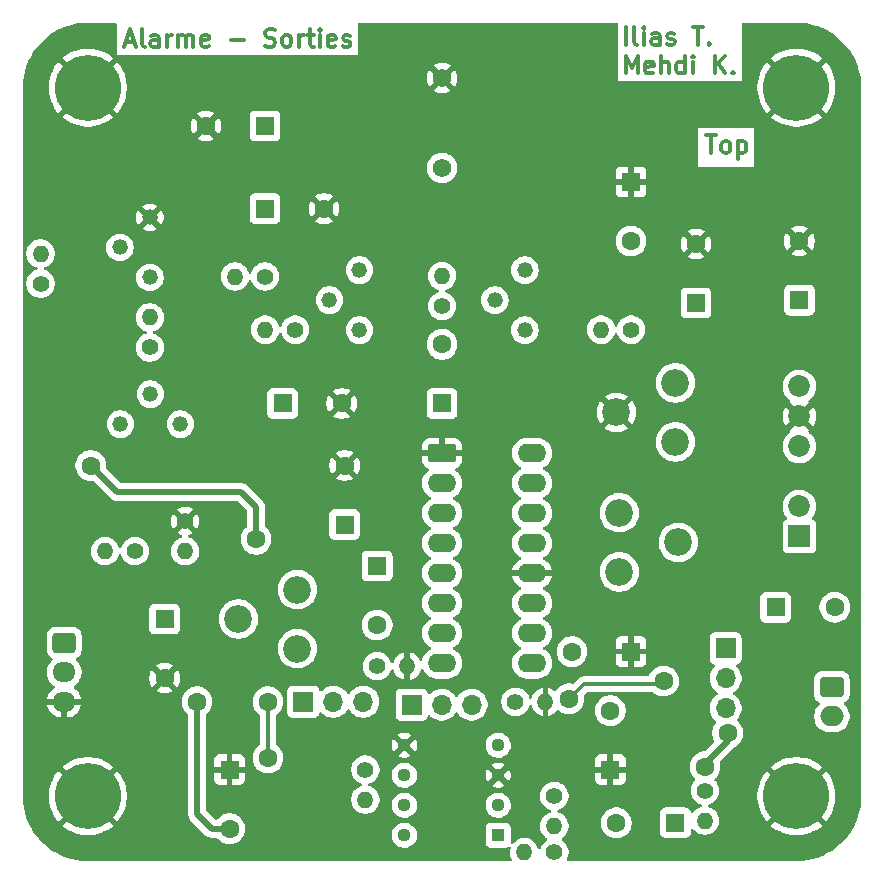
<source format=gbr>
%TF.GenerationSoftware,KiCad,Pcbnew,9.0.0*%
%TF.CreationDate,2025-05-14T11:21:04+02:00*%
%TF.ProjectId,Alarme,416c6172-6d65-42e6-9b69-6361645f7063,V0*%
%TF.SameCoordinates,Original*%
%TF.FileFunction,Copper,L1,Top*%
%TF.FilePolarity,Positive*%
%FSLAX46Y46*%
G04 Gerber Fmt 4.6, Leading zero omitted, Abs format (unit mm)*
G04 Created by KiCad (PCBNEW 9.0.0) date 2025-05-14 11:21:04*
%MOMM*%
%LPD*%
G01*
G04 APERTURE LIST*
G04 Aperture macros list*
%AMRoundRect*
0 Rectangle with rounded corners*
0 $1 Rounding radius*
0 $2 $3 $4 $5 $6 $7 $8 $9 X,Y pos of 4 corners*
0 Add a 4 corners polygon primitive as box body*
4,1,4,$2,$3,$4,$5,$6,$7,$8,$9,$2,$3,0*
0 Add four circle primitives for the rounded corners*
1,1,$1+$1,$2,$3*
1,1,$1+$1,$4,$5*
1,1,$1+$1,$6,$7*
1,1,$1+$1,$8,$9*
0 Add four rect primitives between the rounded corners*
20,1,$1+$1,$2,$3,$4,$5,0*
20,1,$1+$1,$4,$5,$6,$7,0*
20,1,$1+$1,$6,$7,$8,$9,0*
20,1,$1+$1,$8,$9,$2,$3,0*%
G04 Aperture macros list end*
%ADD10C,0.300000*%
%TA.AperFunction,NonConductor*%
%ADD11C,0.300000*%
%TD*%
%TA.AperFunction,ComponentPad*%
%ADD12O,1.700000X1.700000*%
%TD*%
%TA.AperFunction,ComponentPad*%
%ADD13R,1.700000X1.700000*%
%TD*%
%TA.AperFunction,ComponentPad*%
%ADD14R,1.600000X1.600000*%
%TD*%
%TA.AperFunction,ComponentPad*%
%ADD15C,1.600000*%
%TD*%
%TA.AperFunction,ComponentPad*%
%ADD16C,2.340000*%
%TD*%
%TA.AperFunction,ComponentPad*%
%ADD17C,1.400000*%
%TD*%
%TA.AperFunction,ComponentPad*%
%ADD18O,1.400000X1.400000*%
%TD*%
%TA.AperFunction,ComponentPad*%
%ADD19RoundRect,0.250000X-0.750000X0.600000X-0.750000X-0.600000X0.750000X-0.600000X0.750000X0.600000X0*%
%TD*%
%TA.AperFunction,ComponentPad*%
%ADD20O,2.000000X1.700000*%
%TD*%
%TA.AperFunction,ComponentPad*%
%ADD21RoundRect,0.250000X-0.950000X-0.550000X0.950000X-0.550000X0.950000X0.550000X-0.950000X0.550000X0*%
%TD*%
%TA.AperFunction,ComponentPad*%
%ADD22O,2.400000X1.600000*%
%TD*%
%TA.AperFunction,ComponentPad*%
%ADD23C,1.320800*%
%TD*%
%TA.AperFunction,ComponentPad*%
%ADD24C,5.600000*%
%TD*%
%TA.AperFunction,ComponentPad*%
%ADD25C,1.575000*%
%TD*%
%TA.AperFunction,ComponentPad*%
%ADD26RoundRect,0.250000X-0.725000X0.600000X-0.725000X-0.600000X0.725000X-0.600000X0.725000X0.600000X0*%
%TD*%
%TA.AperFunction,ComponentPad*%
%ADD27O,1.950000X1.700000*%
%TD*%
%TA.AperFunction,ComponentPad*%
%ADD28R,1.130000X1.130000*%
%TD*%
%TA.AperFunction,ComponentPad*%
%ADD29C,1.130000*%
%TD*%
%TA.AperFunction,ComponentPad*%
%ADD30R,1.850000X1.850000*%
%TD*%
%TA.AperFunction,ComponentPad*%
%ADD31C,1.850000*%
%TD*%
%TA.AperFunction,ViaPad*%
%ADD32C,1.600000*%
%TD*%
%TA.AperFunction,Conductor*%
%ADD33C,0.500000*%
%TD*%
%TA.AperFunction,Conductor*%
%ADD34C,0.300000*%
%TD*%
G04 APERTURE END LIST*
D10*
D11*
X123233082Y-66122257D02*
X123947368Y-66122257D01*
X123090225Y-66550828D02*
X123590225Y-65050828D01*
X123590225Y-65050828D02*
X124090225Y-66550828D01*
X124804510Y-66550828D02*
X124661653Y-66479400D01*
X124661653Y-66479400D02*
X124590224Y-66336542D01*
X124590224Y-66336542D02*
X124590224Y-65050828D01*
X126018796Y-66550828D02*
X126018796Y-65765114D01*
X126018796Y-65765114D02*
X125947367Y-65622257D01*
X125947367Y-65622257D02*
X125804510Y-65550828D01*
X125804510Y-65550828D02*
X125518796Y-65550828D01*
X125518796Y-65550828D02*
X125375938Y-65622257D01*
X126018796Y-66479400D02*
X125875938Y-66550828D01*
X125875938Y-66550828D02*
X125518796Y-66550828D01*
X125518796Y-66550828D02*
X125375938Y-66479400D01*
X125375938Y-66479400D02*
X125304510Y-66336542D01*
X125304510Y-66336542D02*
X125304510Y-66193685D01*
X125304510Y-66193685D02*
X125375938Y-66050828D01*
X125375938Y-66050828D02*
X125518796Y-65979400D01*
X125518796Y-65979400D02*
X125875938Y-65979400D01*
X125875938Y-65979400D02*
X126018796Y-65907971D01*
X126733081Y-66550828D02*
X126733081Y-65550828D01*
X126733081Y-65836542D02*
X126804510Y-65693685D01*
X126804510Y-65693685D02*
X126875939Y-65622257D01*
X126875939Y-65622257D02*
X127018796Y-65550828D01*
X127018796Y-65550828D02*
X127161653Y-65550828D01*
X127661652Y-66550828D02*
X127661652Y-65550828D01*
X127661652Y-65693685D02*
X127733081Y-65622257D01*
X127733081Y-65622257D02*
X127875938Y-65550828D01*
X127875938Y-65550828D02*
X128090224Y-65550828D01*
X128090224Y-65550828D02*
X128233081Y-65622257D01*
X128233081Y-65622257D02*
X128304510Y-65765114D01*
X128304510Y-65765114D02*
X128304510Y-66550828D01*
X128304510Y-65765114D02*
X128375938Y-65622257D01*
X128375938Y-65622257D02*
X128518795Y-65550828D01*
X128518795Y-65550828D02*
X128733081Y-65550828D01*
X128733081Y-65550828D02*
X128875938Y-65622257D01*
X128875938Y-65622257D02*
X128947367Y-65765114D01*
X128947367Y-65765114D02*
X128947367Y-66550828D01*
X130233081Y-66479400D02*
X130090224Y-66550828D01*
X130090224Y-66550828D02*
X129804510Y-66550828D01*
X129804510Y-66550828D02*
X129661652Y-66479400D01*
X129661652Y-66479400D02*
X129590224Y-66336542D01*
X129590224Y-66336542D02*
X129590224Y-65765114D01*
X129590224Y-65765114D02*
X129661652Y-65622257D01*
X129661652Y-65622257D02*
X129804510Y-65550828D01*
X129804510Y-65550828D02*
X130090224Y-65550828D01*
X130090224Y-65550828D02*
X130233081Y-65622257D01*
X130233081Y-65622257D02*
X130304510Y-65765114D01*
X130304510Y-65765114D02*
X130304510Y-65907971D01*
X130304510Y-65907971D02*
X129590224Y-66050828D01*
X132090223Y-65979400D02*
X133233081Y-65979400D01*
X135018795Y-66479400D02*
X135233081Y-66550828D01*
X135233081Y-66550828D02*
X135590223Y-66550828D01*
X135590223Y-66550828D02*
X135733081Y-66479400D01*
X135733081Y-66479400D02*
X135804509Y-66407971D01*
X135804509Y-66407971D02*
X135875938Y-66265114D01*
X135875938Y-66265114D02*
X135875938Y-66122257D01*
X135875938Y-66122257D02*
X135804509Y-65979400D01*
X135804509Y-65979400D02*
X135733081Y-65907971D01*
X135733081Y-65907971D02*
X135590223Y-65836542D01*
X135590223Y-65836542D02*
X135304509Y-65765114D01*
X135304509Y-65765114D02*
X135161652Y-65693685D01*
X135161652Y-65693685D02*
X135090223Y-65622257D01*
X135090223Y-65622257D02*
X135018795Y-65479400D01*
X135018795Y-65479400D02*
X135018795Y-65336542D01*
X135018795Y-65336542D02*
X135090223Y-65193685D01*
X135090223Y-65193685D02*
X135161652Y-65122257D01*
X135161652Y-65122257D02*
X135304509Y-65050828D01*
X135304509Y-65050828D02*
X135661652Y-65050828D01*
X135661652Y-65050828D02*
X135875938Y-65122257D01*
X136733080Y-66550828D02*
X136590223Y-66479400D01*
X136590223Y-66479400D02*
X136518794Y-66407971D01*
X136518794Y-66407971D02*
X136447366Y-66265114D01*
X136447366Y-66265114D02*
X136447366Y-65836542D01*
X136447366Y-65836542D02*
X136518794Y-65693685D01*
X136518794Y-65693685D02*
X136590223Y-65622257D01*
X136590223Y-65622257D02*
X136733080Y-65550828D01*
X136733080Y-65550828D02*
X136947366Y-65550828D01*
X136947366Y-65550828D02*
X137090223Y-65622257D01*
X137090223Y-65622257D02*
X137161652Y-65693685D01*
X137161652Y-65693685D02*
X137233080Y-65836542D01*
X137233080Y-65836542D02*
X137233080Y-66265114D01*
X137233080Y-66265114D02*
X137161652Y-66407971D01*
X137161652Y-66407971D02*
X137090223Y-66479400D01*
X137090223Y-66479400D02*
X136947366Y-66550828D01*
X136947366Y-66550828D02*
X136733080Y-66550828D01*
X137875937Y-66550828D02*
X137875937Y-65550828D01*
X137875937Y-65836542D02*
X137947366Y-65693685D01*
X137947366Y-65693685D02*
X138018795Y-65622257D01*
X138018795Y-65622257D02*
X138161652Y-65550828D01*
X138161652Y-65550828D02*
X138304509Y-65550828D01*
X138590223Y-65550828D02*
X139161651Y-65550828D01*
X138804508Y-65050828D02*
X138804508Y-66336542D01*
X138804508Y-66336542D02*
X138875937Y-66479400D01*
X138875937Y-66479400D02*
X139018794Y-66550828D01*
X139018794Y-66550828D02*
X139161651Y-66550828D01*
X139661651Y-66550828D02*
X139661651Y-65550828D01*
X139661651Y-65050828D02*
X139590223Y-65122257D01*
X139590223Y-65122257D02*
X139661651Y-65193685D01*
X139661651Y-65193685D02*
X139733080Y-65122257D01*
X139733080Y-65122257D02*
X139661651Y-65050828D01*
X139661651Y-65050828D02*
X139661651Y-65193685D01*
X140947366Y-66479400D02*
X140804509Y-66550828D01*
X140804509Y-66550828D02*
X140518795Y-66550828D01*
X140518795Y-66550828D02*
X140375937Y-66479400D01*
X140375937Y-66479400D02*
X140304509Y-66336542D01*
X140304509Y-66336542D02*
X140304509Y-65765114D01*
X140304509Y-65765114D02*
X140375937Y-65622257D01*
X140375937Y-65622257D02*
X140518795Y-65550828D01*
X140518795Y-65550828D02*
X140804509Y-65550828D01*
X140804509Y-65550828D02*
X140947366Y-65622257D01*
X140947366Y-65622257D02*
X141018795Y-65765114D01*
X141018795Y-65765114D02*
X141018795Y-65907971D01*
X141018795Y-65907971D02*
X140304509Y-66050828D01*
X141590223Y-66479400D02*
X141733080Y-66550828D01*
X141733080Y-66550828D02*
X142018794Y-66550828D01*
X142018794Y-66550828D02*
X142161651Y-66479400D01*
X142161651Y-66479400D02*
X142233080Y-66336542D01*
X142233080Y-66336542D02*
X142233080Y-66265114D01*
X142233080Y-66265114D02*
X142161651Y-66122257D01*
X142161651Y-66122257D02*
X142018794Y-66050828D01*
X142018794Y-66050828D02*
X141804509Y-66050828D01*
X141804509Y-66050828D02*
X141661651Y-65979400D01*
X141661651Y-65979400D02*
X141590223Y-65836542D01*
X141590223Y-65836542D02*
X141590223Y-65765114D01*
X141590223Y-65765114D02*
X141661651Y-65622257D01*
X141661651Y-65622257D02*
X141804509Y-65550828D01*
X141804509Y-65550828D02*
X142018794Y-65550828D01*
X142018794Y-65550828D02*
X142161651Y-65622257D01*
D10*
D11*
X172340225Y-74050828D02*
X173197368Y-74050828D01*
X172768796Y-75550828D02*
X172768796Y-74050828D01*
X173911653Y-75550828D02*
X173768796Y-75479400D01*
X173768796Y-75479400D02*
X173697367Y-75407971D01*
X173697367Y-75407971D02*
X173625939Y-75265114D01*
X173625939Y-75265114D02*
X173625939Y-74836542D01*
X173625939Y-74836542D02*
X173697367Y-74693685D01*
X173697367Y-74693685D02*
X173768796Y-74622257D01*
X173768796Y-74622257D02*
X173911653Y-74550828D01*
X173911653Y-74550828D02*
X174125939Y-74550828D01*
X174125939Y-74550828D02*
X174268796Y-74622257D01*
X174268796Y-74622257D02*
X174340225Y-74693685D01*
X174340225Y-74693685D02*
X174411653Y-74836542D01*
X174411653Y-74836542D02*
X174411653Y-75265114D01*
X174411653Y-75265114D02*
X174340225Y-75407971D01*
X174340225Y-75407971D02*
X174268796Y-75479400D01*
X174268796Y-75479400D02*
X174125939Y-75550828D01*
X174125939Y-75550828D02*
X173911653Y-75550828D01*
X175054510Y-74550828D02*
X175054510Y-76050828D01*
X175054510Y-74622257D02*
X175197368Y-74550828D01*
X175197368Y-74550828D02*
X175483082Y-74550828D01*
X175483082Y-74550828D02*
X175625939Y-74622257D01*
X175625939Y-74622257D02*
X175697368Y-74693685D01*
X175697368Y-74693685D02*
X175768796Y-74836542D01*
X175768796Y-74836542D02*
X175768796Y-75265114D01*
X175768796Y-75265114D02*
X175697368Y-75407971D01*
X175697368Y-75407971D02*
X175625939Y-75479400D01*
X175625939Y-75479400D02*
X175483082Y-75550828D01*
X175483082Y-75550828D02*
X175197368Y-75550828D01*
X175197368Y-75550828D02*
X175054510Y-75479400D01*
D10*
D11*
X165554510Y-66385912D02*
X165554510Y-64885912D01*
X166483082Y-66385912D02*
X166340225Y-66314484D01*
X166340225Y-66314484D02*
X166268796Y-66171626D01*
X166268796Y-66171626D02*
X166268796Y-64885912D01*
X167054510Y-66385912D02*
X167054510Y-65385912D01*
X167054510Y-64885912D02*
X166983082Y-64957341D01*
X166983082Y-64957341D02*
X167054510Y-65028769D01*
X167054510Y-65028769D02*
X167125939Y-64957341D01*
X167125939Y-64957341D02*
X167054510Y-64885912D01*
X167054510Y-64885912D02*
X167054510Y-65028769D01*
X168411654Y-66385912D02*
X168411654Y-65600198D01*
X168411654Y-65600198D02*
X168340225Y-65457341D01*
X168340225Y-65457341D02*
X168197368Y-65385912D01*
X168197368Y-65385912D02*
X167911654Y-65385912D01*
X167911654Y-65385912D02*
X167768796Y-65457341D01*
X168411654Y-66314484D02*
X168268796Y-66385912D01*
X168268796Y-66385912D02*
X167911654Y-66385912D01*
X167911654Y-66385912D02*
X167768796Y-66314484D01*
X167768796Y-66314484D02*
X167697368Y-66171626D01*
X167697368Y-66171626D02*
X167697368Y-66028769D01*
X167697368Y-66028769D02*
X167768796Y-65885912D01*
X167768796Y-65885912D02*
X167911654Y-65814484D01*
X167911654Y-65814484D02*
X168268796Y-65814484D01*
X168268796Y-65814484D02*
X168411654Y-65743055D01*
X169054511Y-66314484D02*
X169197368Y-66385912D01*
X169197368Y-66385912D02*
X169483082Y-66385912D01*
X169483082Y-66385912D02*
X169625939Y-66314484D01*
X169625939Y-66314484D02*
X169697368Y-66171626D01*
X169697368Y-66171626D02*
X169697368Y-66100198D01*
X169697368Y-66100198D02*
X169625939Y-65957341D01*
X169625939Y-65957341D02*
X169483082Y-65885912D01*
X169483082Y-65885912D02*
X169268797Y-65885912D01*
X169268797Y-65885912D02*
X169125939Y-65814484D01*
X169125939Y-65814484D02*
X169054511Y-65671626D01*
X169054511Y-65671626D02*
X169054511Y-65600198D01*
X169054511Y-65600198D02*
X169125939Y-65457341D01*
X169125939Y-65457341D02*
X169268797Y-65385912D01*
X169268797Y-65385912D02*
X169483082Y-65385912D01*
X169483082Y-65385912D02*
X169625939Y-65457341D01*
X171268797Y-64885912D02*
X172125940Y-64885912D01*
X171697368Y-66385912D02*
X171697368Y-64885912D01*
X172625939Y-66243055D02*
X172697368Y-66314484D01*
X172697368Y-66314484D02*
X172625939Y-66385912D01*
X172625939Y-66385912D02*
X172554511Y-66314484D01*
X172554511Y-66314484D02*
X172625939Y-66243055D01*
X172625939Y-66243055D02*
X172625939Y-66385912D01*
X165554510Y-68800828D02*
X165554510Y-67300828D01*
X165554510Y-67300828D02*
X166054510Y-68372257D01*
X166054510Y-68372257D02*
X166554510Y-67300828D01*
X166554510Y-67300828D02*
X166554510Y-68800828D01*
X167840225Y-68729400D02*
X167697368Y-68800828D01*
X167697368Y-68800828D02*
X167411654Y-68800828D01*
X167411654Y-68800828D02*
X167268796Y-68729400D01*
X167268796Y-68729400D02*
X167197368Y-68586542D01*
X167197368Y-68586542D02*
X167197368Y-68015114D01*
X167197368Y-68015114D02*
X167268796Y-67872257D01*
X167268796Y-67872257D02*
X167411654Y-67800828D01*
X167411654Y-67800828D02*
X167697368Y-67800828D01*
X167697368Y-67800828D02*
X167840225Y-67872257D01*
X167840225Y-67872257D02*
X167911654Y-68015114D01*
X167911654Y-68015114D02*
X167911654Y-68157971D01*
X167911654Y-68157971D02*
X167197368Y-68300828D01*
X168554510Y-68800828D02*
X168554510Y-67300828D01*
X169197368Y-68800828D02*
X169197368Y-68015114D01*
X169197368Y-68015114D02*
X169125939Y-67872257D01*
X169125939Y-67872257D02*
X168983082Y-67800828D01*
X168983082Y-67800828D02*
X168768796Y-67800828D01*
X168768796Y-67800828D02*
X168625939Y-67872257D01*
X168625939Y-67872257D02*
X168554510Y-67943685D01*
X170554511Y-68800828D02*
X170554511Y-67300828D01*
X170554511Y-68729400D02*
X170411653Y-68800828D01*
X170411653Y-68800828D02*
X170125939Y-68800828D01*
X170125939Y-68800828D02*
X169983082Y-68729400D01*
X169983082Y-68729400D02*
X169911653Y-68657971D01*
X169911653Y-68657971D02*
X169840225Y-68515114D01*
X169840225Y-68515114D02*
X169840225Y-68086542D01*
X169840225Y-68086542D02*
X169911653Y-67943685D01*
X169911653Y-67943685D02*
X169983082Y-67872257D01*
X169983082Y-67872257D02*
X170125939Y-67800828D01*
X170125939Y-67800828D02*
X170411653Y-67800828D01*
X170411653Y-67800828D02*
X170554511Y-67872257D01*
X171268796Y-68800828D02*
X171268796Y-67800828D01*
X171268796Y-67300828D02*
X171197368Y-67372257D01*
X171197368Y-67372257D02*
X171268796Y-67443685D01*
X171268796Y-67443685D02*
X171340225Y-67372257D01*
X171340225Y-67372257D02*
X171268796Y-67300828D01*
X171268796Y-67300828D02*
X171268796Y-67443685D01*
X173125939Y-68800828D02*
X173125939Y-67300828D01*
X173983082Y-68800828D02*
X173340225Y-67943685D01*
X173983082Y-67300828D02*
X173125939Y-68157971D01*
X174625939Y-68657971D02*
X174697368Y-68729400D01*
X174697368Y-68729400D02*
X174625939Y-68800828D01*
X174625939Y-68800828D02*
X174554511Y-68729400D01*
X174554511Y-68729400D02*
X174625939Y-68657971D01*
X174625939Y-68657971D02*
X174625939Y-68800828D01*
D12*
%TO.P,JP5,3,B*%
%TO.N,Sig_Square*%
X174000000Y-122555000D03*
%TO.P,JP5,2,C*%
%TO.N,Sig_alarm*%
X174000000Y-120015000D03*
D13*
%TO.P,JP5,1,A*%
%TO.N,FSKI*%
X174000000Y-117475000D03*
%TD*%
D14*
%TO.P,C8,1*%
%TO.N,GND*%
X166000000Y-117750000D03*
D15*
%TO.P,C8,2*%
%TO.N,BIAS*%
X161000000Y-117750000D03*
%TD*%
D16*
%TO.P,RV3,1,1*%
%TO.N,MO*%
X137750000Y-117500000D03*
%TO.P,RV3,2,2*%
%TO.N,Net-(C15-Pad1)*%
X132750000Y-115000000D03*
%TO.P,RV3,3,3*%
X137750000Y-112500000D03*
%TD*%
D13*
%TO.P,JP2,1,A*%
%TO.N,unconnected-(JP2-A-Pad1)*%
X147420000Y-122250000D03*
D12*
%TO.P,JP2,2,C*%
%TO.N,TR2*%
X149960000Y-122250000D03*
%TO.P,JP2,3,B*%
%TO.N,Net-(JP2-B)*%
X152500000Y-122250000D03*
%TD*%
D14*
%TO.P,C19,1*%
%TO.N,GND*%
X164250000Y-127750000D03*
D15*
%TO.P,C19,2*%
%TO.N,-15V*%
X164250000Y-122750000D03*
%TD*%
D14*
%TO.P,C9,1*%
%TO.N,+15V*%
X135000000Y-80250000D03*
D15*
%TO.P,C9,2*%
%TO.N,GND*%
X140000000Y-80250000D03*
%TD*%
D14*
%TO.P,C5,1*%
%TO.N,+15V*%
X135000000Y-73250000D03*
D15*
%TO.P,C5,2*%
%TO.N,GND*%
X130000000Y-73250000D03*
%TD*%
D17*
%TO.P,R5,1*%
%TO.N,Net-(C2-Pad2)*%
X159500000Y-134750000D03*
D18*
%TO.P,R5,2*%
%TO.N,Net-(U1B--)*%
X156960000Y-134750000D03*
%TD*%
D17*
%TO.P,R8,1*%
%TO.N,Net-(U1B--)*%
X143500000Y-127750000D03*
D18*
%TO.P,R8,2*%
%TO.N,SINT*%
X143500000Y-130290000D03*
%TD*%
D17*
%TO.P,R15,1*%
%TO.N,Net-(JP2-B)*%
X156210000Y-122000000D03*
D18*
%TO.P,R15,2*%
%TO.N,GND*%
X158750000Y-122000000D03*
%TD*%
D17*
%TO.P,R1,1*%
%TO.N,Sig_Square*%
X172250000Y-129530000D03*
D18*
%TO.P,R1,2*%
%TO.N,Net-(U1A--)*%
X172250000Y-132070000D03*
%TD*%
D14*
%TO.P,C3,1*%
%TO.N,OUT_SIN_BI*%
X150000000Y-96750000D03*
D15*
%TO.P,C3,2*%
%TO.N,Net-(C3-Pad2)*%
X150000000Y-91750000D03*
%TD*%
D14*
%TO.P,C12,1*%
%TO.N,+15V*%
X180250000Y-88000000D03*
D15*
%TO.P,C12,2*%
%TO.N,GND*%
X180250000Y-83000000D03*
%TD*%
D19*
%TO.P,J1,1,Pin_1*%
%TO.N,+BATT(12V)*%
X183000000Y-120750000D03*
D20*
%TO.P,J1,2,Pin_2*%
%TO.N,GNDPWR*%
X183000000Y-123250000D03*
%TD*%
D14*
%TO.P,C14,1*%
%TO.N,+15V*%
X136500000Y-96750000D03*
D15*
%TO.P,C14,2*%
%TO.N,GND*%
X141500000Y-96750000D03*
%TD*%
D17*
%TO.P,R11,1*%
%TO.N,Net-(Q4-B)*%
X125250000Y-92000000D03*
D18*
%TO.P,R11,2*%
%TO.N,Net-(Q3-C)*%
X125250000Y-89460000D03*
%TD*%
D14*
%TO.P,C13,1*%
%TO.N,-15V*%
X171500000Y-88250000D03*
D15*
%TO.P,C13,2*%
%TO.N,GND*%
X171500000Y-83250000D03*
%TD*%
D14*
%TO.P,C15,1*%
%TO.N,Net-(C15-Pad1)*%
X126500000Y-115000000D03*
D15*
%TO.P,C15,2*%
%TO.N,GND*%
X126500000Y-120000000D03*
%TD*%
D17*
%TO.P,R13,1*%
%TO.N,Net-(C15-Pad1)*%
X124000000Y-109250000D03*
D18*
%TO.P,R13,2*%
%TO.N,+15V*%
X121460000Y-109250000D03*
%TD*%
D14*
%TO.P,C2,1*%
%TO.N,Net-(U1A--)*%
X169750000Y-132250000D03*
D15*
%TO.P,C2,2*%
%TO.N,Net-(C2-Pad2)*%
X164750000Y-132250000D03*
%TD*%
D14*
%TO.P,C10,1*%
%TO.N,GNDPWR*%
X178250000Y-114000000D03*
D15*
%TO.P,C10,2*%
%TO.N,+BATT(12V)*%
X183250000Y-114000000D03*
%TD*%
D21*
%TO.P,U2,1,AMSI*%
%TO.N,GND*%
X150000000Y-100960000D03*
D22*
%TO.P,U2,2,STO*%
%TO.N,OUT_SIN_BI*%
X150000000Y-103500000D03*
%TO.P,U2,3,MO*%
%TO.N,MO*%
X150000000Y-106040000D03*
%TO.P,U2,4,VCC*%
%TO.N,SUPPLY*%
X150000000Y-108580000D03*
%TO.P,U2,5,TC1*%
%TO.N,TC1*%
X150000000Y-111120000D03*
%TO.P,U2,6,TC2*%
%TO.N,TC2*%
X150000000Y-113660000D03*
%TO.P,U2,7,TR1*%
%TO.N,TR1*%
X150000000Y-116200000D03*
%TO.P,U2,8,TR2*%
%TO.N,TR2*%
X150000000Y-118740000D03*
%TO.P,U2,9,FSKI*%
%TO.N,FSKI*%
X157620000Y-118740000D03*
%TO.P,U2,10,BIAS*%
%TO.N,BIAS*%
X157620000Y-116200000D03*
%TO.P,U2,11,SYNCO*%
%TO.N,unconnected-(U2-SYNCO-Pad11)*%
X157620000Y-113660000D03*
%TO.P,U2,12,GND*%
%TO.N,GND*%
X157620000Y-111120000D03*
%TO.P,U2,13,WAVEA1*%
%TO.N,WAVE1*%
X157620000Y-108580000D03*
%TO.P,U2,14,WAVEA2*%
%TO.N,WAVE2*%
X157620000Y-106040000D03*
%TO.P,U2,15,SYMA1*%
%TO.N,SYM1*%
X157620000Y-103500000D03*
%TO.P,U2,16,SYMA2*%
%TO.N,SYM2*%
X157620000Y-100960000D03*
%TD*%
D23*
%TO.P,Q4,1,E*%
%TO.N,+15V*%
X127830000Y-98500000D03*
%TO.P,Q4,2,B*%
%TO.N,Net-(Q4-B)*%
X125290000Y-95960000D03*
%TO.P,Q4,3,C*%
%TO.N,SUPPLY*%
X122750000Y-98500000D03*
%TD*%
D14*
%TO.P,C17,1*%
%TO.N,SUPPLY*%
X141750000Y-107000000D03*
D15*
%TO.P,C17,2*%
%TO.N,GND*%
X141750000Y-102000000D03*
%TD*%
D24*
%TO.P,H5,1,1*%
%TO.N,GND*%
X180000000Y-130000000D03*
%TD*%
D25*
%TO.P,LS1,N*%
%TO.N,GND*%
X150000000Y-69200000D03*
%TO.P,LS1,P*%
%TO.N,Net-(Q1-E)*%
X150000000Y-76800000D03*
%TD*%
D14*
%TO.P,C20,1*%
%TO.N,GND*%
X132000000Y-127750000D03*
D15*
%TO.P,C20,2*%
%TO.N,+15V*%
X132000000Y-132750000D03*
%TD*%
D14*
%TO.P,C4,1*%
%TO.N,GND*%
X166000000Y-78000000D03*
D15*
%TO.P,C4,2*%
%TO.N,-15V*%
X166000000Y-83000000D03*
%TD*%
D16*
%TO.P,RV2,1,1*%
%TO.N,SYM1*%
X169750000Y-100000000D03*
%TO.P,RV2,2,2*%
%TO.N,GND*%
X164750000Y-97500000D03*
%TO.P,RV2,3,3*%
%TO.N,SYM2*%
X169750000Y-95000000D03*
%TD*%
D17*
%TO.P,R12,1*%
%TO.N,GND*%
X128250000Y-106710000D03*
D18*
%TO.P,R12,2*%
%TO.N,Net-(C15-Pad1)*%
X128250000Y-109250000D03*
%TD*%
D26*
%TO.P,J2,1,Pin_1*%
%TO.N,Valid_alarm*%
X118000000Y-117000000D03*
D27*
%TO.P,J2,2,Pin_2*%
%TO.N,Sig_alarm*%
X118000000Y-119500000D03*
%TO.P,J2,3,Pin_3*%
%TO.N,GND*%
X118000000Y-122000000D03*
%TD*%
D17*
%TO.P,R2,1*%
%TO.N,Net-(U1A--)*%
X159500000Y-130000000D03*
D18*
%TO.P,R2,2*%
%TO.N,Net-(C2-Pad2)*%
X159500000Y-132540000D03*
%TD*%
D13*
%TO.P,JP4,1,A*%
%TO.N,SINT*%
X138250000Y-122000000D03*
D12*
%TO.P,JP4,2,C*%
%TO.N,TR1*%
X140790000Y-122000000D03*
%TO.P,JP4,3,B*%
%TO.N,Net-(JP4-B)*%
X143330000Y-122000000D03*
%TD*%
D24*
%TO.P,H6,1,1*%
%TO.N,GND*%
X120000000Y-70000000D03*
%TD*%
D17*
%TO.P,R9,1*%
%TO.N,Valid_alarm*%
X116000000Y-86592500D03*
D18*
%TO.P,R9,2*%
%TO.N,Net-(Q3-B)*%
X116000000Y-84052500D03*
%TD*%
D28*
%TO.P,U1,1*%
%TO.N,Net-(C2-Pad2)*%
X154750000Y-133310000D03*
D29*
%TO.P,U1,2,-*%
%TO.N,Net-(U1A--)*%
X154750000Y-130770000D03*
%TO.P,U1,3,+*%
%TO.N,GND*%
X154750000Y-128230000D03*
%TO.P,U1,4,V-*%
%TO.N,-15V*%
X154750000Y-125690000D03*
%TO.P,U1,5,+*%
%TO.N,GND*%
X146810000Y-125690000D03*
%TO.P,U1,6,-*%
%TO.N,Net-(U1B--)*%
X146810000Y-128230000D03*
%TO.P,U1,7*%
%TO.N,SINT*%
X146810000Y-130770000D03*
%TO.P,U1,8,V+*%
%TO.N,+15V*%
X146810000Y-133310000D03*
%TD*%
D17*
%TO.P,R7,1*%
%TO.N,Net-(Q1-C)*%
X137567500Y-90500000D03*
D18*
%TO.P,R7,2*%
%TO.N,+15V*%
X135027500Y-90500000D03*
%TD*%
D30*
%TO.P,PS1,1,+Vin*%
%TO.N,+BATT(12V)*%
X180250000Y-108000000D03*
D31*
%TO.P,PS1,2,-Vin*%
%TO.N,GNDPWR*%
X180250000Y-105460000D03*
%TO.P,PS1,4,-Vout*%
%TO.N,-15V*%
X180250000Y-100380000D03*
%TO.P,PS1,5,0V*%
%TO.N,GND*%
X180250000Y-97840000D03*
%TO.P,PS1,6,+Vout*%
%TO.N,+15V*%
X180250000Y-95300000D03*
%TD*%
D14*
%TO.P,C7,1*%
%TO.N,TC1*%
X144500000Y-110500000D03*
D15*
%TO.P,C7,2*%
%TO.N,TC2*%
X144500000Y-115500000D03*
%TD*%
D23*
%TO.P,Q2,1,E*%
%TO.N,Net-(Q1-E)*%
X157000000Y-85460000D03*
%TO.P,Q2,2,B*%
%TO.N,Net-(Q1-B)*%
X154460000Y-88000000D03*
%TO.P,Q2,3,C*%
%TO.N,Net-(Q2-C)*%
X157000000Y-90540000D03*
%TD*%
%TO.P,Q3,1,E*%
%TO.N,GND*%
X125250000Y-81000000D03*
%TO.P,Q3,2,B*%
%TO.N,Net-(Q3-B)*%
X122710000Y-83540000D03*
%TO.P,Q3,3,C*%
%TO.N,Net-(Q3-C)*%
X125250000Y-86080000D03*
%TD*%
D17*
%TO.P,R14,1*%
%TO.N,Net-(JP4-B)*%
X144500000Y-119000000D03*
D18*
%TO.P,R14,2*%
%TO.N,GND*%
X147040000Y-119000000D03*
%TD*%
D23*
%TO.P,Q1,1,E*%
%TO.N,Net-(Q1-E)*%
X143000000Y-85460000D03*
%TO.P,Q1,2,B*%
%TO.N,Net-(Q1-B)*%
X140460000Y-88000000D03*
%TO.P,Q1,3,C*%
%TO.N,Net-(Q1-C)*%
X143000000Y-90540000D03*
%TD*%
D17*
%TO.P,R10,1*%
%TO.N,+15V*%
X135000000Y-86000000D03*
D18*
%TO.P,R10,2*%
%TO.N,Net-(Q3-C)*%
X132460000Y-86000000D03*
%TD*%
D17*
%TO.P,R6,1*%
%TO.N,-15V*%
X166000000Y-90500000D03*
D18*
%TO.P,R6,2*%
%TO.N,Net-(Q2-C)*%
X163460000Y-90500000D03*
%TD*%
D24*
%TO.P,H8,1,1*%
%TO.N,GND*%
X180000000Y-70000000D03*
%TD*%
D16*
%TO.P,RV4,1,1*%
%TO.N,WAVE2*%
X165000000Y-106000000D03*
%TO.P,RV4,2,2*%
%TO.N,WAVE1*%
X170000000Y-108500000D03*
%TO.P,RV4,3,3*%
X165000000Y-111000000D03*
%TD*%
D24*
%TO.P,H7,1,1*%
%TO.N,GND*%
X120000000Y-130000000D03*
%TD*%
D17*
%TO.P,R4,1*%
%TO.N,Net-(C3-Pad2)*%
X150000000Y-88500000D03*
D18*
%TO.P,R4,2*%
%TO.N,Net-(Q1-B)*%
X150000000Y-85960000D03*
%TD*%
D32*
%TO.N,Sig_Square*%
X174170000Y-124650000D03*
%TO.N,FSKI*%
X168750000Y-120250000D03*
%TO.N,SUPPLY*%
X134250000Y-108250000D03*
X120250000Y-102000000D03*
%TO.N,Sig_Square*%
X172250000Y-127500000D03*
%TO.N,+15V*%
X129250000Y-122000000D03*
%TO.N,FSKI*%
X160750000Y-121750000D03*
%TO.N,SINT*%
X135250000Y-126750000D03*
X135250000Y-122000000D03*
%TD*%
D33*
%TO.N,Sig_Square*%
X172250000Y-127250000D02*
X172250000Y-127500000D01*
X174170000Y-125330000D02*
X172250000Y-127250000D01*
X174170000Y-124650000D02*
X174170000Y-125330000D01*
X171750000Y-127500000D02*
X172250000Y-127500000D01*
D34*
%TO.N,FSKI*%
X162000000Y-120500000D02*
X160750000Y-121750000D01*
X168500000Y-120500000D02*
X162000000Y-120500000D01*
X168750000Y-120250000D02*
X168500000Y-120500000D01*
%TO.N,SINT*%
X135250000Y-126750000D02*
X135250000Y-122000000D01*
D33*
%TO.N,SUPPLY*%
X122500000Y-104250000D02*
X120250000Y-102000000D01*
X134250000Y-108250000D02*
X134250000Y-105500000D01*
X150000000Y-108580000D02*
X149580000Y-109000000D01*
X134250000Y-105500000D02*
X133000000Y-104250000D01*
X133000000Y-104250000D02*
X122500000Y-104250000D01*
%TO.N,+15V*%
X129250000Y-131500000D02*
X130500000Y-132750000D01*
X130500000Y-132750000D02*
X132000000Y-132750000D01*
X129250000Y-122000000D02*
X129250000Y-131500000D01*
D34*
%TO.N,TC1*%
X149595000Y-111525000D02*
X150000000Y-111120000D01*
%TO.N,TC2*%
X149590000Y-113250000D02*
X150000000Y-113660000D01*
%TO.N,FSKI*%
X157860000Y-118500000D02*
X157620000Y-118740000D01*
X157620000Y-118740000D02*
X157740000Y-118740000D01*
X157740000Y-118740000D02*
X157750000Y-118750000D01*
%TO.N,Net-(Q1-C)*%
X142960000Y-90500000D02*
X143000000Y-90540000D01*
D33*
%TO.N,GNDPWR*%
X180250000Y-105460000D02*
X179838000Y-105460000D01*
D34*
%TO.N,WAVE2*%
X158105000Y-106525000D02*
X157620000Y-106040000D01*
%TD*%
%TA.AperFunction,Conductor*%
%TO.N,GND*%
G36*
X122376039Y-64520185D02*
G01*
X122421794Y-64572989D01*
X122433000Y-64624500D01*
X122433000Y-67208053D01*
X142890305Y-67208053D01*
X142890305Y-64624500D01*
X142909990Y-64557461D01*
X142962794Y-64511706D01*
X143014305Y-64500500D01*
X164773849Y-64500500D01*
X164840888Y-64520185D01*
X164886643Y-64572989D01*
X164897849Y-64624500D01*
X164897849Y-69458990D01*
X175352868Y-69458990D01*
X175352868Y-64624500D01*
X175372553Y-64557461D01*
X175425357Y-64511706D01*
X175476868Y-64500500D01*
X179934108Y-64500500D01*
X179997439Y-64500500D01*
X180002562Y-64500605D01*
X180449036Y-64519072D01*
X180459209Y-64519915D01*
X180900114Y-64574873D01*
X180910194Y-64576555D01*
X181345042Y-64667733D01*
X181354950Y-64670242D01*
X181780786Y-64797019D01*
X181790454Y-64800338D01*
X182131430Y-64933388D01*
X182204339Y-64961838D01*
X182213724Y-64965954D01*
X182612869Y-65161083D01*
X182621877Y-65165958D01*
X183003544Y-65393383D01*
X183012123Y-65398989D01*
X183373693Y-65657144D01*
X183381775Y-65663435D01*
X183720796Y-65950571D01*
X183728336Y-65957512D01*
X184042487Y-66271663D01*
X184049428Y-66279203D01*
X184336564Y-66618224D01*
X184342859Y-66626312D01*
X184601010Y-66987876D01*
X184606616Y-66996455D01*
X184834041Y-67378122D01*
X184838919Y-67387136D01*
X185034045Y-67786275D01*
X185038161Y-67795660D01*
X185199656Y-68209533D01*
X185202984Y-68219226D01*
X185329753Y-68645036D01*
X185332269Y-68654971D01*
X185423441Y-69089791D01*
X185425128Y-69099900D01*
X185480082Y-69540769D01*
X185480928Y-69550983D01*
X185499394Y-69997437D01*
X185499500Y-70002561D01*
X185499500Y-129997438D01*
X185499394Y-130002562D01*
X185480928Y-130449016D01*
X185480082Y-130459230D01*
X185425128Y-130900099D01*
X185423441Y-130910208D01*
X185332269Y-131345028D01*
X185329753Y-131354963D01*
X185202984Y-131780773D01*
X185199656Y-131790466D01*
X185038161Y-132204339D01*
X185034045Y-132213724D01*
X184838919Y-132612863D01*
X184834041Y-132621877D01*
X184606616Y-133003544D01*
X184601010Y-133012123D01*
X184342859Y-133373687D01*
X184336564Y-133381775D01*
X184049428Y-133720796D01*
X184042487Y-133728336D01*
X183728336Y-134042487D01*
X183720796Y-134049428D01*
X183381775Y-134336564D01*
X183373687Y-134342859D01*
X183012123Y-134601010D01*
X183003544Y-134606616D01*
X182621877Y-134834041D01*
X182612863Y-134838919D01*
X182213724Y-135034045D01*
X182204339Y-135038161D01*
X181790466Y-135199656D01*
X181780773Y-135202984D01*
X181354963Y-135329753D01*
X181345028Y-135332269D01*
X180910208Y-135423441D01*
X180900099Y-135425128D01*
X180459230Y-135480082D01*
X180449016Y-135480928D01*
X180002563Y-135499394D01*
X179997439Y-135499500D01*
X160667813Y-135499500D01*
X160600774Y-135479815D01*
X160555019Y-135427011D01*
X160545075Y-135357853D01*
X160557328Y-135319205D01*
X160612545Y-135210836D01*
X160612545Y-135210835D01*
X160612547Y-135210832D01*
X160670940Y-135031118D01*
X160700500Y-134844486D01*
X160700500Y-134655513D01*
X160670940Y-134468881D01*
X160640598Y-134375499D01*
X160612547Y-134289168D01*
X160612545Y-134289165D01*
X160612545Y-134289163D01*
X160567290Y-134200347D01*
X160526760Y-134120801D01*
X160415690Y-133967927D01*
X160282073Y-133834310D01*
X160159585Y-133745316D01*
X160116921Y-133689988D01*
X160110942Y-133620374D01*
X160143548Y-133558579D01*
X160159582Y-133544684D01*
X160282073Y-133455690D01*
X160415690Y-133322073D01*
X160526760Y-133169199D01*
X160612547Y-133000832D01*
X160670940Y-132821118D01*
X160673446Y-132805297D01*
X160700500Y-132634486D01*
X160700500Y-132445513D01*
X160670940Y-132258881D01*
X160656267Y-132213724D01*
X160634798Y-132147648D01*
X163449500Y-132147648D01*
X163449500Y-132352352D01*
X163451625Y-132365767D01*
X163481522Y-132554534D01*
X163544781Y-132749223D01*
X163637715Y-132931613D01*
X163758028Y-133097213D01*
X163902786Y-133241971D01*
X164028016Y-133332954D01*
X164068390Y-133362287D01*
X164157212Y-133407544D01*
X164250776Y-133455218D01*
X164250778Y-133455218D01*
X164250781Y-133455220D01*
X164355137Y-133489127D01*
X164445465Y-133518477D01*
X164546557Y-133534488D01*
X164647648Y-133550500D01*
X164647649Y-133550500D01*
X164852351Y-133550500D01*
X164852352Y-133550500D01*
X165054534Y-133518477D01*
X165249219Y-133455220D01*
X165431610Y-133362287D01*
X165557945Y-133270500D01*
X165597213Y-133241971D01*
X165597215Y-133241968D01*
X165597219Y-133241966D01*
X165741966Y-133097219D01*
X165741968Y-133097215D01*
X165741971Y-133097213D01*
X165811992Y-133000836D01*
X165862287Y-132931610D01*
X165955220Y-132749219D01*
X166018477Y-132554534D01*
X166050500Y-132352352D01*
X166050500Y-132147648D01*
X166025697Y-131991051D01*
X166018477Y-131945465D01*
X165982747Y-131835500D01*
X165955220Y-131750781D01*
X165955218Y-131750778D01*
X165955218Y-131750776D01*
X165862287Y-131568390D01*
X165792032Y-131471691D01*
X165792031Y-131471688D01*
X165741971Y-131402787D01*
X165741967Y-131402782D01*
X165741320Y-131402135D01*
X168449500Y-131402135D01*
X168449500Y-133097870D01*
X168449501Y-133097876D01*
X168455908Y-133157483D01*
X168506202Y-133292328D01*
X168506206Y-133292335D01*
X168592452Y-133407544D01*
X168592455Y-133407547D01*
X168707664Y-133493793D01*
X168707671Y-133493797D01*
X168842517Y-133544091D01*
X168842516Y-133544091D01*
X168848014Y-133544682D01*
X168902127Y-133550500D01*
X170597872Y-133550499D01*
X170657483Y-133544091D01*
X170792331Y-133493796D01*
X170907546Y-133407546D01*
X170993796Y-133292331D01*
X171044091Y-133157483D01*
X171050500Y-133097873D01*
X171050499Y-132843071D01*
X171070183Y-132776035D01*
X171122987Y-132730280D01*
X171192146Y-132720336D01*
X171255701Y-132749361D01*
X171274815Y-132770186D01*
X171334310Y-132852073D01*
X171467927Y-132985690D01*
X171620801Y-133096760D01*
X171648439Y-133110842D01*
X171789163Y-133182545D01*
X171789165Y-133182545D01*
X171789168Y-133182547D01*
X171885497Y-133213846D01*
X171968881Y-133240940D01*
X172155514Y-133270500D01*
X172155519Y-133270500D01*
X172344486Y-133270500D01*
X172531118Y-133240940D01*
X172710832Y-133182547D01*
X172879199Y-133096760D01*
X173032073Y-132985690D01*
X173165690Y-132852073D01*
X173276760Y-132699199D01*
X173362547Y-132530832D01*
X173420940Y-132351118D01*
X173428845Y-132301206D01*
X173450500Y-132164486D01*
X173450500Y-131975513D01*
X173420940Y-131788881D01*
X173386742Y-131683631D01*
X173362547Y-131609168D01*
X173362545Y-131609165D01*
X173362545Y-131609163D01*
X173292499Y-131471691D01*
X173276760Y-131440801D01*
X173165690Y-131287927D01*
X173032073Y-131154310D01*
X172879199Y-131043240D01*
X172846855Y-131026760D01*
X172710836Y-130957454D01*
X172593099Y-130919199D01*
X172589195Y-130917930D01*
X172531521Y-130878493D01*
X172504323Y-130814134D01*
X172516238Y-130745288D01*
X172563482Y-130693812D01*
X172589194Y-130682069D01*
X172710832Y-130642547D01*
X172879199Y-130556760D01*
X173032073Y-130445690D01*
X173165690Y-130312073D01*
X173276760Y-130159199D01*
X173362547Y-129990832D01*
X173412243Y-129837884D01*
X176700000Y-129837884D01*
X176700000Y-130162115D01*
X176731779Y-130484784D01*
X176731782Y-130484801D01*
X176795030Y-130802781D01*
X176795032Y-130802786D01*
X176889157Y-131113078D01*
X177013238Y-131412635D01*
X177013240Y-131412640D01*
X177166079Y-131698580D01*
X177166090Y-131698598D01*
X177346212Y-131968170D01*
X177346222Y-131968184D01*
X177495890Y-132150554D01*
X177495891Y-132150555D01*
X178705748Y-130940698D01*
X178779588Y-131042330D01*
X178957670Y-131220412D01*
X179059300Y-131294251D01*
X177849443Y-132504107D01*
X177849444Y-132504108D01*
X178031815Y-132653777D01*
X178031829Y-132653787D01*
X178301401Y-132833909D01*
X178301419Y-132833920D01*
X178587359Y-132986759D01*
X178587364Y-132986761D01*
X178886921Y-133110842D01*
X179197207Y-133204966D01*
X179197218Y-133204969D01*
X179515198Y-133268217D01*
X179515215Y-133268220D01*
X179837884Y-133300000D01*
X180162116Y-133300000D01*
X180484784Y-133268220D01*
X180484801Y-133268217D01*
X180802781Y-133204969D01*
X180802792Y-133204966D01*
X181113078Y-133110842D01*
X181412635Y-132986761D01*
X181412640Y-132986759D01*
X181698580Y-132833920D01*
X181698598Y-132833909D01*
X181968170Y-132653787D01*
X181968183Y-132653777D01*
X182150554Y-132504108D01*
X182150554Y-132504107D01*
X180940698Y-131294251D01*
X181042330Y-131220412D01*
X181220412Y-131042330D01*
X181294251Y-130940698D01*
X182504107Y-132150554D01*
X182504108Y-132150554D01*
X182653777Y-131968183D01*
X182653787Y-131968170D01*
X182833909Y-131698598D01*
X182833920Y-131698580D01*
X182986759Y-131412640D01*
X182986761Y-131412635D01*
X183110842Y-131113078D01*
X183204968Y-130802786D01*
X183204969Y-130802781D01*
X183268217Y-130484801D01*
X183268220Y-130484784D01*
X183300000Y-130162115D01*
X183300000Y-129837884D01*
X183268220Y-129515215D01*
X183268217Y-129515198D01*
X183204969Y-129197218D01*
X183204966Y-129197207D01*
X183110842Y-128886921D01*
X182986761Y-128587364D01*
X182986759Y-128587359D01*
X182833920Y-128301419D01*
X182833909Y-128301401D01*
X182653787Y-128031829D01*
X182653777Y-128031815D01*
X182504108Y-127849444D01*
X182504107Y-127849443D01*
X181294250Y-129059300D01*
X181220412Y-128957670D01*
X181042330Y-128779588D01*
X180940697Y-128705747D01*
X182150555Y-127495891D01*
X182150554Y-127495890D01*
X181968184Y-127346222D01*
X181968170Y-127346212D01*
X181698598Y-127166090D01*
X181698580Y-127166079D01*
X181412640Y-127013240D01*
X181412635Y-127013238D01*
X181113078Y-126889157D01*
X180802792Y-126795033D01*
X180802781Y-126795030D01*
X180484801Y-126731782D01*
X180484784Y-126731779D01*
X180162116Y-126700000D01*
X179837884Y-126700000D01*
X179515215Y-126731779D01*
X179515198Y-126731782D01*
X179197218Y-126795030D01*
X179197207Y-126795033D01*
X178886921Y-126889157D01*
X178587364Y-127013238D01*
X178587359Y-127013240D01*
X178301419Y-127166079D01*
X178301401Y-127166090D01*
X178031829Y-127346212D01*
X178031815Y-127346222D01*
X177849444Y-127495890D01*
X177849443Y-127495891D01*
X179059301Y-128705748D01*
X178957670Y-128779588D01*
X178779588Y-128957670D01*
X178705748Y-129059301D01*
X177495891Y-127849443D01*
X177495890Y-127849444D01*
X177346222Y-128031815D01*
X177346212Y-128031829D01*
X177166090Y-128301401D01*
X177166079Y-128301419D01*
X177013240Y-128587359D01*
X177013238Y-128587364D01*
X176889157Y-128886921D01*
X176795033Y-129197207D01*
X176795030Y-129197218D01*
X176731782Y-129515198D01*
X176731779Y-129515215D01*
X176700000Y-129837884D01*
X173412243Y-129837884D01*
X173420940Y-129811118D01*
X173431341Y-129745447D01*
X173450500Y-129624486D01*
X173450500Y-129435513D01*
X173420940Y-129248881D01*
X173385378Y-129139434D01*
X173362547Y-129069168D01*
X173362545Y-129069165D01*
X173362545Y-129069163D01*
X173302083Y-128950500D01*
X173276760Y-128900801D01*
X173165690Y-128747927D01*
X173090948Y-128673185D01*
X173057463Y-128611862D01*
X173062447Y-128542170D01*
X173094596Y-128496233D01*
X173093774Y-128495411D01*
X173149788Y-128439397D01*
X173241966Y-128347219D01*
X173241968Y-128347215D01*
X173241971Y-128347213D01*
X173327130Y-128230000D01*
X173362287Y-128181610D01*
X173455220Y-127999219D01*
X173518477Y-127804534D01*
X173550500Y-127602352D01*
X173550500Y-127397648D01*
X173518477Y-127195466D01*
X173504539Y-127152573D01*
X173502544Y-127082735D01*
X173534788Y-127026578D01*
X174730626Y-125830740D01*
X174762005Y-125807942D01*
X174851610Y-125762287D01*
X175017219Y-125641966D01*
X175161966Y-125497219D01*
X175161968Y-125497215D01*
X175161971Y-125497213D01*
X175247602Y-125379350D01*
X175282287Y-125331610D01*
X175375220Y-125149219D01*
X175438477Y-124954534D01*
X175470500Y-124752352D01*
X175470500Y-124547648D01*
X175463200Y-124501557D01*
X175438477Y-124345465D01*
X175375218Y-124150776D01*
X175324124Y-124050500D01*
X175282287Y-123968390D01*
X175272717Y-123955218D01*
X175161971Y-123802786D01*
X175017217Y-123658032D01*
X175012841Y-123654853D01*
X174970174Y-123599524D01*
X174964193Y-123529911D01*
X174996798Y-123468115D01*
X174997991Y-123466904D01*
X175030104Y-123434792D01*
X175030106Y-123434788D01*
X175030109Y-123434786D01*
X175155048Y-123262820D01*
X175155047Y-123262820D01*
X175155051Y-123262816D01*
X175251557Y-123073412D01*
X175317246Y-122871243D01*
X175350500Y-122661287D01*
X175350500Y-122448713D01*
X175317246Y-122238757D01*
X175251557Y-122036588D01*
X175155051Y-121847184D01*
X175155049Y-121847181D01*
X175155048Y-121847179D01*
X175030109Y-121675213D01*
X174879786Y-121524890D01*
X174707820Y-121399951D01*
X174707115Y-121399591D01*
X174699054Y-121395485D01*
X174648259Y-121347512D01*
X174631463Y-121279692D01*
X174653999Y-121213556D01*
X174699054Y-121174515D01*
X174707816Y-121170051D01*
X174775963Y-121120540D01*
X174879786Y-121045109D01*
X174879788Y-121045106D01*
X174879792Y-121045104D01*
X175030104Y-120894792D01*
X175030106Y-120894788D01*
X175030109Y-120894786D01*
X175155048Y-120722820D01*
X175155047Y-120722820D01*
X175155051Y-120722816D01*
X175251557Y-120533412D01*
X175317246Y-120331243D01*
X175350500Y-120121287D01*
X175350500Y-120099983D01*
X181499500Y-120099983D01*
X181499500Y-121400001D01*
X181499501Y-121400018D01*
X181510000Y-121502796D01*
X181510001Y-121502799D01*
X181565185Y-121669331D01*
X181565187Y-121669336D01*
X181568809Y-121675208D01*
X181603582Y-121731585D01*
X181657289Y-121818657D01*
X181781344Y-121942712D01*
X181936120Y-122038178D01*
X181982845Y-122090126D01*
X181994068Y-122159088D01*
X181966224Y-122223171D01*
X181958706Y-122231398D01*
X181819889Y-122370215D01*
X181694951Y-122542179D01*
X181598444Y-122731585D01*
X181532753Y-122933760D01*
X181499500Y-123143713D01*
X181499500Y-123356286D01*
X181529198Y-123543796D01*
X181532754Y-123566243D01*
X181576551Y-123701037D01*
X181598444Y-123768414D01*
X181694951Y-123957820D01*
X181819890Y-124129786D01*
X181970213Y-124280109D01*
X182142179Y-124405048D01*
X182142181Y-124405049D01*
X182142184Y-124405051D01*
X182331588Y-124501557D01*
X182533757Y-124567246D01*
X182743713Y-124600500D01*
X182743714Y-124600500D01*
X183256286Y-124600500D01*
X183256287Y-124600500D01*
X183466243Y-124567246D01*
X183668412Y-124501557D01*
X183857816Y-124405051D01*
X183879789Y-124389086D01*
X184029786Y-124280109D01*
X184029788Y-124280106D01*
X184029792Y-124280104D01*
X184180104Y-124129792D01*
X184180106Y-124129788D01*
X184180109Y-124129786D01*
X184305048Y-123957820D01*
X184305047Y-123957820D01*
X184305051Y-123957816D01*
X184401557Y-123768412D01*
X184467246Y-123566243D01*
X184500500Y-123356287D01*
X184500500Y-123143713D01*
X184467246Y-122933757D01*
X184401557Y-122731588D01*
X184305051Y-122542184D01*
X184305049Y-122542181D01*
X184305048Y-122542179D01*
X184180109Y-122370213D01*
X184041294Y-122231398D01*
X184007809Y-122170075D01*
X184012793Y-122100383D01*
X184054665Y-122044450D01*
X184063879Y-122038178D01*
X184069331Y-122034814D01*
X184069334Y-122034814D01*
X184218656Y-121942712D01*
X184342712Y-121818656D01*
X184434814Y-121669334D01*
X184489999Y-121502797D01*
X184500500Y-121400009D01*
X184500499Y-120099992D01*
X184489999Y-119997203D01*
X184434814Y-119830666D01*
X184342712Y-119681344D01*
X184218656Y-119557288D01*
X184069334Y-119465186D01*
X183902797Y-119410001D01*
X183902795Y-119410000D01*
X183800010Y-119399500D01*
X182199998Y-119399500D01*
X182199981Y-119399501D01*
X182097203Y-119410000D01*
X182097200Y-119410001D01*
X181930668Y-119465185D01*
X181930663Y-119465187D01*
X181781342Y-119557289D01*
X181657289Y-119681342D01*
X181565187Y-119830663D01*
X181565185Y-119830668D01*
X181558945Y-119849500D01*
X181510001Y-119997203D01*
X181510001Y-119997204D01*
X181510000Y-119997204D01*
X181499500Y-120099983D01*
X175350500Y-120099983D01*
X175350500Y-119908713D01*
X175317246Y-119698757D01*
X175251557Y-119496588D01*
X175155051Y-119307184D01*
X175155049Y-119307181D01*
X175155048Y-119307179D01*
X175030109Y-119135213D01*
X174916569Y-119021673D01*
X174883084Y-118960350D01*
X174888068Y-118890658D01*
X174929940Y-118834725D01*
X174960915Y-118817810D01*
X175092331Y-118768796D01*
X175207546Y-118682546D01*
X175293796Y-118567331D01*
X175344091Y-118432483D01*
X175350500Y-118372873D01*
X175350499Y-116577128D01*
X175344091Y-116517517D01*
X175338094Y-116501439D01*
X175293797Y-116382671D01*
X175293793Y-116382664D01*
X175207547Y-116267455D01*
X175207544Y-116267452D01*
X175092335Y-116181206D01*
X175092328Y-116181202D01*
X174957482Y-116130908D01*
X174957483Y-116130908D01*
X174897883Y-116124501D01*
X174897881Y-116124500D01*
X174897873Y-116124500D01*
X174897864Y-116124500D01*
X173102129Y-116124500D01*
X173102123Y-116124501D01*
X173042516Y-116130908D01*
X172907671Y-116181202D01*
X172907664Y-116181206D01*
X172792455Y-116267452D01*
X172792452Y-116267455D01*
X172706206Y-116382664D01*
X172706202Y-116382671D01*
X172655908Y-116517517D01*
X172650274Y-116569929D01*
X172649501Y-116577123D01*
X172649500Y-116577135D01*
X172649500Y-118372870D01*
X172649501Y-118372876D01*
X172655908Y-118432483D01*
X172706202Y-118567328D01*
X172706206Y-118567335D01*
X172792452Y-118682544D01*
X172792454Y-118682546D01*
X172907664Y-118768793D01*
X172907671Y-118768797D01*
X173039082Y-118817810D01*
X173095016Y-118859681D01*
X173119433Y-118925145D01*
X173104582Y-118993418D01*
X173083431Y-119021673D01*
X172969889Y-119135215D01*
X172844951Y-119307179D01*
X172748444Y-119496585D01*
X172682753Y-119698760D01*
X172658437Y-119852287D01*
X172649500Y-119908713D01*
X172649500Y-120121287D01*
X172682754Y-120331243D01*
X172747368Y-120530105D01*
X172748444Y-120533414D01*
X172844951Y-120722820D01*
X172969890Y-120894786D01*
X173120213Y-121045109D01*
X173292182Y-121170050D01*
X173300946Y-121174516D01*
X173351742Y-121222491D01*
X173368536Y-121290312D01*
X173345998Y-121356447D01*
X173300946Y-121395484D01*
X173292182Y-121399949D01*
X173120213Y-121524890D01*
X172969890Y-121675213D01*
X172844951Y-121847179D01*
X172748444Y-122036585D01*
X172748443Y-122036587D01*
X172748443Y-122036588D01*
X172742612Y-122054534D01*
X172682753Y-122238760D01*
X172649500Y-122448713D01*
X172649500Y-122661286D01*
X172679761Y-122852351D01*
X172682754Y-122871243D01*
X172744811Y-123062235D01*
X172748444Y-123073414D01*
X172844951Y-123262820D01*
X172969890Y-123434786D01*
X173120211Y-123585107D01*
X173162317Y-123615698D01*
X173204984Y-123671028D01*
X173210963Y-123740641D01*
X173180465Y-123798441D01*
X173181202Y-123799071D01*
X173178405Y-123802345D01*
X173178358Y-123802436D01*
X173178134Y-123802663D01*
X173178033Y-123802781D01*
X173057715Y-123968386D01*
X172964781Y-124150776D01*
X172901522Y-124345465D01*
X172869500Y-124547648D01*
X172869500Y-124752351D01*
X172901522Y-124954534D01*
X172964781Y-125149223D01*
X173033456Y-125284003D01*
X173046352Y-125352672D01*
X173020076Y-125417413D01*
X173010652Y-125427979D01*
X172275451Y-126163181D01*
X172214128Y-126196666D01*
X172187770Y-126199500D01*
X172147648Y-126199500D01*
X172123329Y-126203351D01*
X171945465Y-126231522D01*
X171750776Y-126294781D01*
X171568386Y-126387715D01*
X171402786Y-126508028D01*
X171258028Y-126652786D01*
X171137715Y-126818386D01*
X171044781Y-127000776D01*
X170981522Y-127195465D01*
X170949500Y-127397648D01*
X170949500Y-127602351D01*
X170981522Y-127804534D01*
X171044781Y-127999223D01*
X171137715Y-128181613D01*
X171258028Y-128347213D01*
X171406226Y-128495411D01*
X171405270Y-128496366D01*
X171440102Y-128549748D01*
X171440585Y-128619616D01*
X171409051Y-128673186D01*
X171334309Y-128747928D01*
X171223240Y-128900800D01*
X171137454Y-129069163D01*
X171079059Y-129248881D01*
X171049500Y-129435513D01*
X171049500Y-129624486D01*
X171079059Y-129811118D01*
X171137454Y-129990836D01*
X171190267Y-130094486D01*
X171223240Y-130159199D01*
X171334310Y-130312073D01*
X171467927Y-130445690D01*
X171620801Y-130556760D01*
X171700347Y-130597290D01*
X171789163Y-130642545D01*
X171789165Y-130642545D01*
X171789168Y-130642547D01*
X171858437Y-130665054D01*
X171910803Y-130682069D01*
X171968478Y-130721507D01*
X171995676Y-130785866D01*
X171983761Y-130854712D01*
X171936516Y-130906188D01*
X171910803Y-130917931D01*
X171789163Y-130957454D01*
X171620800Y-131043240D01*
X171533579Y-131106610D01*
X171467927Y-131154310D01*
X171467925Y-131154312D01*
X171467924Y-131154312D01*
X171334312Y-131287924D01*
X171334305Y-131287933D01*
X171264428Y-131384109D01*
X171209098Y-131426775D01*
X171139485Y-131432753D01*
X171077690Y-131400147D01*
X171048726Y-131349067D01*
X171046802Y-131349785D01*
X170993797Y-131207671D01*
X170993793Y-131207664D01*
X170907547Y-131092455D01*
X170907544Y-131092452D01*
X170792335Y-131006206D01*
X170792328Y-131006202D01*
X170657482Y-130955908D01*
X170657483Y-130955908D01*
X170597883Y-130949501D01*
X170597881Y-130949500D01*
X170597873Y-130949500D01*
X170597864Y-130949500D01*
X168902129Y-130949500D01*
X168902123Y-130949501D01*
X168842516Y-130955908D01*
X168707671Y-131006202D01*
X168707664Y-131006206D01*
X168592455Y-131092452D01*
X168592452Y-131092455D01*
X168506206Y-131207664D01*
X168506202Y-131207671D01*
X168455908Y-131342517D01*
X168449501Y-131402116D01*
X168449500Y-131402135D01*
X165741320Y-131402135D01*
X165597213Y-131258028D01*
X165431613Y-131137715D01*
X165431612Y-131137714D01*
X165431610Y-131137713D01*
X165374653Y-131108691D01*
X165249223Y-131044781D01*
X165054534Y-130981522D01*
X164879995Y-130953878D01*
X164852352Y-130949500D01*
X164647648Y-130949500D01*
X164623329Y-130953351D01*
X164445465Y-130981522D01*
X164250776Y-131044781D01*
X164068386Y-131137715D01*
X163902786Y-131258028D01*
X163758028Y-131402786D01*
X163637715Y-131568386D01*
X163544781Y-131750776D01*
X163481522Y-131945465D01*
X163462054Y-132068386D01*
X163449500Y-132147648D01*
X160634798Y-132147648D01*
X160612547Y-132079168D01*
X160612545Y-132079165D01*
X160612545Y-132079163D01*
X160545910Y-131948385D01*
X160526760Y-131910801D01*
X160415690Y-131757927D01*
X160282073Y-131624310D01*
X160129199Y-131513240D01*
X159960836Y-131427454D01*
X159876793Y-131400147D01*
X159839195Y-131387930D01*
X159781521Y-131348493D01*
X159754323Y-131284134D01*
X159766238Y-131215288D01*
X159813482Y-131163812D01*
X159839194Y-131152069D01*
X159960832Y-131112547D01*
X160129199Y-131026760D01*
X160282073Y-130915690D01*
X160415690Y-130782073D01*
X160526760Y-130629199D01*
X160612547Y-130460832D01*
X160670940Y-130281118D01*
X160673446Y-130265297D01*
X160700500Y-130094486D01*
X160700500Y-129905513D01*
X160670940Y-129718881D01*
X160612545Y-129539163D01*
X160534409Y-129385813D01*
X160526760Y-129370801D01*
X160415690Y-129217927D01*
X160282073Y-129084310D01*
X160129199Y-128973240D01*
X160098641Y-128957670D01*
X159960836Y-128887454D01*
X159781118Y-128829059D01*
X159594486Y-128799500D01*
X159594481Y-128799500D01*
X159405519Y-128799500D01*
X159405514Y-128799500D01*
X159218881Y-128829059D01*
X159039163Y-128887454D01*
X158870800Y-128973240D01*
X158826341Y-129005542D01*
X158717927Y-129084310D01*
X158717925Y-129084312D01*
X158717924Y-129084312D01*
X158584312Y-129217924D01*
X158584312Y-129217925D01*
X158584310Y-129217927D01*
X158561820Y-129248882D01*
X158473240Y-129370800D01*
X158387454Y-129539163D01*
X158329059Y-129718881D01*
X158299500Y-129905513D01*
X158299500Y-130094486D01*
X158329059Y-130281118D01*
X158387454Y-130460836D01*
X158443646Y-130571118D01*
X158473240Y-130629199D01*
X158584310Y-130782073D01*
X158717927Y-130915690D01*
X158870801Y-131026760D01*
X158950347Y-131067290D01*
X159039163Y-131112545D01*
X159039165Y-131112545D01*
X159039168Y-131112547D01*
X159116627Y-131137715D01*
X159160803Y-131152069D01*
X159218478Y-131191507D01*
X159245676Y-131255866D01*
X159233761Y-131324712D01*
X159186516Y-131376188D01*
X159160803Y-131387931D01*
X159039163Y-131427454D01*
X158870800Y-131513240D01*
X158794899Y-131568386D01*
X158717927Y-131624310D01*
X158717925Y-131624312D01*
X158717924Y-131624312D01*
X158584312Y-131757924D01*
X158584312Y-131757925D01*
X158584310Y-131757927D01*
X158561820Y-131788882D01*
X158473240Y-131910800D01*
X158387454Y-132079163D01*
X158329059Y-132258881D01*
X158299500Y-132445513D01*
X158299500Y-132634486D01*
X158329059Y-132821118D01*
X158387454Y-133000836D01*
X158467270Y-133157482D01*
X158473240Y-133169199D01*
X158584310Y-133322073D01*
X158717927Y-133455690D01*
X158798819Y-133514462D01*
X158840413Y-133544682D01*
X158883078Y-133600013D01*
X158889057Y-133669626D01*
X158856451Y-133731421D01*
X158840413Y-133745318D01*
X158717925Y-133834311D01*
X158584312Y-133967924D01*
X158584312Y-133967925D01*
X158584310Y-133967927D01*
X158548817Y-134016779D01*
X158473240Y-134120800D01*
X158387454Y-134289163D01*
X158347931Y-134410803D01*
X158308493Y-134468478D01*
X158244134Y-134495676D01*
X158175288Y-134483761D01*
X158123812Y-134436516D01*
X158112069Y-134410803D01*
X158100598Y-134375499D01*
X158072547Y-134289168D01*
X158072545Y-134289165D01*
X158072545Y-134289163D01*
X158027290Y-134200347D01*
X157986760Y-134120801D01*
X157875690Y-133967927D01*
X157742073Y-133834310D01*
X157589199Y-133723240D01*
X157584402Y-133720796D01*
X157420836Y-133637454D01*
X157241118Y-133579059D01*
X157054486Y-133549500D01*
X157054481Y-133549500D01*
X156865519Y-133549500D01*
X156865514Y-133549500D01*
X156678881Y-133579059D01*
X156499163Y-133637454D01*
X156330800Y-133723240D01*
X156300413Y-133745318D01*
X156177927Y-133834310D01*
X156177925Y-133834312D01*
X156177924Y-133834312D01*
X156044312Y-133967924D01*
X156044305Y-133967933D01*
X156039810Y-133974119D01*
X155984476Y-134016779D01*
X155914862Y-134022752D01*
X155853070Y-133990140D01*
X155818719Y-133929298D01*
X155815499Y-133901232D01*
X155815499Y-132697128D01*
X155809091Y-132637517D01*
X155795589Y-132601317D01*
X155758797Y-132502671D01*
X155758793Y-132502664D01*
X155672547Y-132387455D01*
X155672544Y-132387452D01*
X155557335Y-132301206D01*
X155557328Y-132301202D01*
X155422482Y-132250908D01*
X155422483Y-132250908D01*
X155362883Y-132244501D01*
X155362881Y-132244500D01*
X155362873Y-132244500D01*
X155362864Y-132244500D01*
X154137129Y-132244500D01*
X154137123Y-132244501D01*
X154077516Y-132250908D01*
X153942671Y-132301202D01*
X153942664Y-132301206D01*
X153827455Y-132387452D01*
X153827452Y-132387455D01*
X153741206Y-132502664D01*
X153741202Y-132502671D01*
X153690908Y-132637517D01*
X153684501Y-132697116D01*
X153684501Y-132697123D01*
X153684500Y-132697135D01*
X153684500Y-133922870D01*
X153684501Y-133922876D01*
X153690908Y-133982483D01*
X153741202Y-134117328D01*
X153741206Y-134117335D01*
X153827452Y-134232544D01*
X153827455Y-134232547D01*
X153942664Y-134318793D01*
X153942671Y-134318797D01*
X154077517Y-134369091D01*
X154077516Y-134369091D01*
X154084444Y-134369835D01*
X154137127Y-134375500D01*
X155362872Y-134375499D01*
X155422483Y-134369091D01*
X155557331Y-134318796D01*
X155614877Y-134275716D01*
X155680338Y-134251299D01*
X155748611Y-134266149D01*
X155798018Y-134315554D01*
X155812871Y-134383826D01*
X155807118Y-134413300D01*
X155789061Y-134468873D01*
X155789060Y-134468880D01*
X155759500Y-134655513D01*
X155759500Y-134844486D01*
X155789059Y-135031118D01*
X155847454Y-135210836D01*
X155902672Y-135319205D01*
X155915568Y-135387874D01*
X155889292Y-135452615D01*
X155832185Y-135492872D01*
X155792187Y-135499500D01*
X120002561Y-135499500D01*
X119997437Y-135499394D01*
X119550983Y-135480928D01*
X119540769Y-135480082D01*
X119099900Y-135425128D01*
X119089791Y-135423441D01*
X118654971Y-135332269D01*
X118645036Y-135329753D01*
X118219226Y-135202984D01*
X118209533Y-135199656D01*
X117795660Y-135038161D01*
X117786275Y-135034045D01*
X117387136Y-134838919D01*
X117378122Y-134834041D01*
X116996455Y-134606616D01*
X116987876Y-134601010D01*
X116626312Y-134342859D01*
X116618224Y-134336564D01*
X116615848Y-134334552D01*
X116279203Y-134049428D01*
X116271663Y-134042487D01*
X115957512Y-133728336D01*
X115950571Y-133720796D01*
X115865875Y-133620795D01*
X115663431Y-133381770D01*
X115657140Y-133373687D01*
X115648998Y-133362284D01*
X115398989Y-133012123D01*
X115393383Y-133003544D01*
X115257817Y-132776035D01*
X115165955Y-132621872D01*
X115161080Y-132612863D01*
X115110673Y-132509753D01*
X114965954Y-132213724D01*
X114961838Y-132204339D01*
X114873682Y-131978416D01*
X114800338Y-131790454D01*
X114797019Y-131780786D01*
X114670242Y-131354950D01*
X114667733Y-131345042D01*
X114576555Y-130910194D01*
X114574873Y-130900114D01*
X114519915Y-130459204D01*
X114519072Y-130449036D01*
X114500606Y-130002562D01*
X114500500Y-129997438D01*
X114500500Y-129837884D01*
X116700000Y-129837884D01*
X116700000Y-130162115D01*
X116731779Y-130484784D01*
X116731782Y-130484801D01*
X116795030Y-130802781D01*
X116795032Y-130802786D01*
X116889157Y-131113078D01*
X117013238Y-131412635D01*
X117013240Y-131412640D01*
X117166079Y-131698580D01*
X117166090Y-131698598D01*
X117346212Y-131968170D01*
X117346222Y-131968184D01*
X117495890Y-132150554D01*
X117495891Y-132150555D01*
X118705748Y-130940698D01*
X118779588Y-131042330D01*
X118957670Y-131220412D01*
X119059300Y-131294251D01*
X117849443Y-132504107D01*
X117849444Y-132504108D01*
X118031815Y-132653777D01*
X118031829Y-132653787D01*
X118301401Y-132833909D01*
X118301419Y-132833920D01*
X118587359Y-132986759D01*
X118587364Y-132986761D01*
X118886921Y-133110842D01*
X119197207Y-133204966D01*
X119197218Y-133204969D01*
X119515198Y-133268217D01*
X119515215Y-133268220D01*
X119837884Y-133300000D01*
X120162116Y-133300000D01*
X120484784Y-133268220D01*
X120484801Y-133268217D01*
X120802781Y-133204969D01*
X120802792Y-133204966D01*
X121113078Y-133110842D01*
X121412635Y-132986761D01*
X121412640Y-132986759D01*
X121698580Y-132833920D01*
X121698598Y-132833909D01*
X121968170Y-132653787D01*
X121968183Y-132653777D01*
X122150554Y-132504108D01*
X122150554Y-132504107D01*
X120940698Y-131294251D01*
X121042330Y-131220412D01*
X121220412Y-131042330D01*
X121294251Y-130940698D01*
X122504107Y-132150554D01*
X122504108Y-132150554D01*
X122653777Y-131968183D01*
X122653787Y-131968170D01*
X122833909Y-131698598D01*
X122833920Y-131698580D01*
X122986759Y-131412640D01*
X122986761Y-131412635D01*
X123110842Y-131113078D01*
X123204968Y-130802786D01*
X123204969Y-130802781D01*
X123268217Y-130484801D01*
X123268220Y-130484784D01*
X123300000Y-130162115D01*
X123300000Y-129837884D01*
X123268220Y-129515215D01*
X123268217Y-129515198D01*
X123204969Y-129197218D01*
X123204966Y-129197207D01*
X123110842Y-128886921D01*
X122986761Y-128587364D01*
X122986759Y-128587359D01*
X122833920Y-128301419D01*
X122833909Y-128301401D01*
X122653787Y-128031829D01*
X122653777Y-128031815D01*
X122504108Y-127849444D01*
X122504107Y-127849443D01*
X121294250Y-129059300D01*
X121220412Y-128957670D01*
X121042330Y-128779588D01*
X120940697Y-128705747D01*
X122150555Y-127495891D01*
X122150554Y-127495890D01*
X121968184Y-127346222D01*
X121968170Y-127346212D01*
X121698598Y-127166090D01*
X121698580Y-127166079D01*
X121412640Y-127013240D01*
X121412635Y-127013238D01*
X121113078Y-126889157D01*
X120802792Y-126795033D01*
X120802781Y-126795030D01*
X120484801Y-126731782D01*
X120484784Y-126731779D01*
X120162116Y-126700000D01*
X119837884Y-126700000D01*
X119515215Y-126731779D01*
X119515198Y-126731782D01*
X119197218Y-126795030D01*
X119197207Y-126795033D01*
X118886921Y-126889157D01*
X118587364Y-127013238D01*
X118587359Y-127013240D01*
X118301419Y-127166079D01*
X118301401Y-127166090D01*
X118031829Y-127346212D01*
X118031815Y-127346222D01*
X117849444Y-127495890D01*
X117849443Y-127495891D01*
X119059301Y-128705748D01*
X118957670Y-128779588D01*
X118779588Y-128957670D01*
X118705748Y-129059301D01*
X117495891Y-127849443D01*
X117495890Y-127849444D01*
X117346222Y-128031815D01*
X117346212Y-128031829D01*
X117166090Y-128301401D01*
X117166079Y-128301419D01*
X117013240Y-128587359D01*
X117013238Y-128587364D01*
X116889157Y-128886921D01*
X116795033Y-129197207D01*
X116795030Y-129197218D01*
X116731782Y-129515198D01*
X116731779Y-129515215D01*
X116700000Y-129837884D01*
X114500500Y-129837884D01*
X114500500Y-116349983D01*
X116524500Y-116349983D01*
X116524500Y-117650001D01*
X116524501Y-117650018D01*
X116535000Y-117752796D01*
X116535001Y-117752799D01*
X116560272Y-117829060D01*
X116590186Y-117919334D01*
X116675953Y-118058386D01*
X116682289Y-118068657D01*
X116806344Y-118192712D01*
X116961120Y-118288178D01*
X117007845Y-118340126D01*
X117019068Y-118409088D01*
X116991224Y-118473171D01*
X116983706Y-118481398D01*
X116844889Y-118620215D01*
X116719951Y-118792179D01*
X116623444Y-118981585D01*
X116557753Y-119183760D01*
X116524500Y-119393713D01*
X116524500Y-119606286D01*
X116557753Y-119816239D01*
X116557753Y-119816241D01*
X116557754Y-119816243D01*
X116617460Y-119999999D01*
X116623444Y-120018414D01*
X116719951Y-120207820D01*
X116844890Y-120379786D01*
X116995209Y-120530105D01*
X116995214Y-120530109D01*
X117160218Y-120649991D01*
X117202884Y-120705320D01*
X117208863Y-120774934D01*
X117176258Y-120836729D01*
X117160218Y-120850627D01*
X116995540Y-120970272D01*
X116995535Y-120970276D01*
X116845276Y-121120535D01*
X116845272Y-121120540D01*
X116720379Y-121292442D01*
X116623904Y-121481782D01*
X116558242Y-121683870D01*
X116558242Y-121683873D01*
X116547769Y-121750000D01*
X117595854Y-121750000D01*
X117557370Y-121816657D01*
X117525000Y-121937465D01*
X117525000Y-122062535D01*
X117557370Y-122183343D01*
X117595854Y-122250000D01*
X116547769Y-122250000D01*
X116558242Y-122316126D01*
X116558242Y-122316129D01*
X116623904Y-122518217D01*
X116720379Y-122707557D01*
X116845272Y-122879459D01*
X116845276Y-122879464D01*
X116995535Y-123029723D01*
X116995540Y-123029727D01*
X117167442Y-123154620D01*
X117356782Y-123251095D01*
X117558872Y-123316757D01*
X117750000Y-123347029D01*
X117750000Y-122404145D01*
X117816657Y-122442630D01*
X117937465Y-122475000D01*
X118062535Y-122475000D01*
X118183343Y-122442630D01*
X118250000Y-122404145D01*
X118250000Y-123347028D01*
X118441127Y-123316757D01*
X118643217Y-123251095D01*
X118832557Y-123154620D01*
X119004459Y-123029727D01*
X119004464Y-123029723D01*
X119154723Y-122879464D01*
X119154727Y-122879459D01*
X119279620Y-122707557D01*
X119376095Y-122518217D01*
X119441757Y-122316129D01*
X119441757Y-122316126D01*
X119452231Y-122250000D01*
X118404146Y-122250000D01*
X118442630Y-122183343D01*
X118475000Y-122062535D01*
X118475000Y-121937465D01*
X118464331Y-121897648D01*
X127949500Y-121897648D01*
X127949500Y-122102351D01*
X127981522Y-122304534D01*
X128044781Y-122499223D01*
X128108691Y-122624653D01*
X128127357Y-122661286D01*
X128137715Y-122681613D01*
X128258028Y-122847213D01*
X128258034Y-122847219D01*
X128402781Y-122991966D01*
X128448384Y-123025098D01*
X128491050Y-123080425D01*
X128499500Y-123125416D01*
X128499500Y-131573918D01*
X128499500Y-131573920D01*
X128499499Y-131573920D01*
X128528340Y-131718907D01*
X128528343Y-131718917D01*
X128584914Y-131855493D01*
X128584915Y-131855495D01*
X128604032Y-131884105D01*
X128667049Y-131978418D01*
X128667052Y-131978421D01*
X130021584Y-133332952D01*
X130021586Y-133332954D01*
X130048470Y-133350916D01*
X130088800Y-133377863D01*
X130144505Y-133415084D01*
X130144507Y-133415085D01*
X130144511Y-133415087D01*
X130281082Y-133471656D01*
X130281087Y-133471658D01*
X130281091Y-133471658D01*
X130281092Y-133471659D01*
X130426079Y-133500500D01*
X130426082Y-133500500D01*
X130426083Y-133500500D01*
X130573917Y-133500500D01*
X130874582Y-133500500D01*
X130941621Y-133520185D01*
X130974900Y-133551615D01*
X131008028Y-133597212D01*
X131008032Y-133597217D01*
X131152786Y-133741971D01*
X131279884Y-133834311D01*
X131318390Y-133862287D01*
X131434607Y-133921503D01*
X131500776Y-133955218D01*
X131500778Y-133955218D01*
X131500781Y-133955220D01*
X131584688Y-133982483D01*
X131695465Y-134018477D01*
X131796557Y-134034488D01*
X131897648Y-134050500D01*
X131897649Y-134050500D01*
X132102351Y-134050500D01*
X132102352Y-134050500D01*
X132304534Y-134018477D01*
X132499219Y-133955220D01*
X132681610Y-133862287D01*
X132774590Y-133794732D01*
X132847213Y-133741971D01*
X132847215Y-133741968D01*
X132847219Y-133741966D01*
X132991966Y-133597219D01*
X132991968Y-133597215D01*
X132991971Y-133597213D01*
X133067106Y-133493797D01*
X133112287Y-133431610D01*
X133120778Y-133414945D01*
X145744499Y-133414945D01*
X145785445Y-133620789D01*
X145785447Y-133620795D01*
X145865765Y-133814701D01*
X145982373Y-133989218D01*
X146130781Y-134137626D01*
X146305298Y-134254234D01*
X146389625Y-134289163D01*
X146499205Y-134334553D01*
X146499209Y-134334553D01*
X146499210Y-134334554D01*
X146705054Y-134375500D01*
X146705057Y-134375500D01*
X146914945Y-134375500D01*
X147079038Y-134342859D01*
X147120795Y-134334553D01*
X147314703Y-134254233D01*
X147489216Y-134137628D01*
X147637628Y-133989216D01*
X147754233Y-133814703D01*
X147834553Y-133620795D01*
X147854906Y-133518477D01*
X147875500Y-133414945D01*
X147875500Y-133205054D01*
X147834554Y-132999210D01*
X147834553Y-132999209D01*
X147834553Y-132999205D01*
X147773724Y-132852351D01*
X147754234Y-132805298D01*
X147637626Y-132630781D01*
X147489218Y-132482373D01*
X147314701Y-132365765D01*
X147120795Y-132285447D01*
X147120789Y-132285445D01*
X146914945Y-132244500D01*
X146914943Y-132244500D01*
X146705057Y-132244500D01*
X146705055Y-132244500D01*
X146499210Y-132285445D01*
X146499204Y-132285447D01*
X146305298Y-132365765D01*
X146130781Y-132482373D01*
X145982373Y-132630781D01*
X145865765Y-132805298D01*
X145785447Y-132999204D01*
X145785445Y-132999210D01*
X145744500Y-133205054D01*
X145744500Y-133205057D01*
X145744500Y-133414943D01*
X145744500Y-133414945D01*
X145744499Y-133414945D01*
X133120778Y-133414945D01*
X133205220Y-133249219D01*
X133268477Y-133054534D01*
X133300500Y-132852352D01*
X133300500Y-132647648D01*
X133285752Y-132554534D01*
X133268477Y-132445465D01*
X133221603Y-132301202D01*
X133205220Y-132250781D01*
X133205218Y-132250778D01*
X133205218Y-132250776D01*
X133154152Y-132150555D01*
X133112287Y-132068390D01*
X133057008Y-131992304D01*
X132991971Y-131902786D01*
X132847213Y-131758028D01*
X132681613Y-131637715D01*
X132681612Y-131637714D01*
X132681610Y-131637713D01*
X132602935Y-131597626D01*
X132499223Y-131544781D01*
X132304534Y-131481522D01*
X132129995Y-131453878D01*
X132102352Y-131449500D01*
X131897648Y-131449500D01*
X131873329Y-131453351D01*
X131695465Y-131481522D01*
X131500776Y-131544781D01*
X131318386Y-131637715D01*
X131152786Y-131758028D01*
X131008032Y-131902782D01*
X131008028Y-131902787D01*
X130974900Y-131948385D01*
X130970568Y-131951725D01*
X130968295Y-131956703D01*
X130943195Y-131972833D01*
X130919571Y-131991051D01*
X130912897Y-131992304D01*
X130909517Y-131994477D01*
X130874582Y-131999500D01*
X130862230Y-131999500D01*
X130795191Y-131979815D01*
X130774549Y-131963181D01*
X130036819Y-131225451D01*
X130003334Y-131164128D01*
X130000500Y-131137770D01*
X130000500Y-126902155D01*
X130700000Y-126902155D01*
X130700000Y-127500000D01*
X131684314Y-127500000D01*
X131679920Y-127504394D01*
X131627259Y-127595606D01*
X131600000Y-127697339D01*
X131600000Y-127802661D01*
X131627259Y-127904394D01*
X131679920Y-127995606D01*
X131684314Y-128000000D01*
X130700000Y-128000000D01*
X130700000Y-128597844D01*
X130706401Y-128657372D01*
X130706403Y-128657379D01*
X130756645Y-128792086D01*
X130756649Y-128792093D01*
X130842809Y-128907187D01*
X130842812Y-128907190D01*
X130957906Y-128993350D01*
X130957913Y-128993354D01*
X131092620Y-129043596D01*
X131092627Y-129043598D01*
X131152155Y-129049999D01*
X131152172Y-129050000D01*
X131750000Y-129050000D01*
X131750000Y-128065686D01*
X131754394Y-128070080D01*
X131845606Y-128122741D01*
X131947339Y-128150000D01*
X132052661Y-128150000D01*
X132154394Y-128122741D01*
X132245606Y-128070080D01*
X132250000Y-128065686D01*
X132250000Y-129050000D01*
X132847828Y-129050000D01*
X132847844Y-129049999D01*
X132907372Y-129043598D01*
X132907379Y-129043596D01*
X133042086Y-128993354D01*
X133042093Y-128993350D01*
X133157187Y-128907190D01*
X133157190Y-128907187D01*
X133243350Y-128792093D01*
X133243354Y-128792086D01*
X133293596Y-128657379D01*
X133293598Y-128657372D01*
X133299999Y-128597844D01*
X133300000Y-128597827D01*
X133300000Y-128000000D01*
X132315686Y-128000000D01*
X132320080Y-127995606D01*
X132372741Y-127904394D01*
X132400000Y-127802661D01*
X132400000Y-127697339D01*
X132372741Y-127595606D01*
X132320080Y-127504394D01*
X132315686Y-127500000D01*
X133300000Y-127500000D01*
X133300000Y-126902172D01*
X133299999Y-126902155D01*
X133293598Y-126842627D01*
X133293596Y-126842620D01*
X133243354Y-126707913D01*
X133243350Y-126707906D01*
X133157190Y-126592812D01*
X133157187Y-126592809D01*
X133042093Y-126506649D01*
X133042086Y-126506645D01*
X132907379Y-126456403D01*
X132907372Y-126456401D01*
X132847844Y-126450000D01*
X132250000Y-126450000D01*
X132250000Y-127434314D01*
X132245606Y-127429920D01*
X132154394Y-127377259D01*
X132052661Y-127350000D01*
X131947339Y-127350000D01*
X131845606Y-127377259D01*
X131754394Y-127429920D01*
X131750000Y-127434314D01*
X131750000Y-126450000D01*
X131152155Y-126450000D01*
X131092627Y-126456401D01*
X131092620Y-126456403D01*
X130957913Y-126506645D01*
X130957906Y-126506649D01*
X130842812Y-126592809D01*
X130842809Y-126592812D01*
X130756649Y-126707906D01*
X130756645Y-126707913D01*
X130706403Y-126842620D01*
X130706401Y-126842627D01*
X130700000Y-126902155D01*
X130000500Y-126902155D01*
X130000500Y-123125416D01*
X130020185Y-123058377D01*
X130051613Y-123025099D01*
X130097219Y-122991966D01*
X130241966Y-122847219D01*
X130241968Y-122847215D01*
X130241971Y-122847213D01*
X130299222Y-122768412D01*
X130362287Y-122681610D01*
X130455220Y-122499219D01*
X130518477Y-122304534D01*
X130550500Y-122102352D01*
X130550500Y-121897648D01*
X133949500Y-121897648D01*
X133949500Y-122102351D01*
X133981522Y-122304534D01*
X134044781Y-122499223D01*
X134108691Y-122624653D01*
X134127357Y-122661286D01*
X134137715Y-122681613D01*
X134258028Y-122847213D01*
X134402784Y-122991969D01*
X134471863Y-123042157D01*
X134548385Y-123097753D01*
X134591051Y-123153081D01*
X134599500Y-123198070D01*
X134599500Y-125551928D01*
X134579815Y-125618967D01*
X134548385Y-125652246D01*
X134402787Y-125758028D01*
X134402782Y-125758032D01*
X134258028Y-125902786D01*
X134137715Y-126068386D01*
X134044781Y-126250776D01*
X133981522Y-126445465D01*
X133949500Y-126647648D01*
X133949500Y-126852351D01*
X133981522Y-127054534D01*
X134044781Y-127249223D01*
X134108691Y-127374653D01*
X134122815Y-127402372D01*
X134137715Y-127431613D01*
X134258028Y-127597213D01*
X134402786Y-127741971D01*
X134543882Y-127844481D01*
X134568390Y-127862287D01*
X134651030Y-127904394D01*
X134750776Y-127955218D01*
X134750778Y-127955218D01*
X134750781Y-127955220D01*
X134804976Y-127972829D01*
X134945465Y-128018477D01*
X135025277Y-128031118D01*
X135147648Y-128050500D01*
X135147649Y-128050500D01*
X135352351Y-128050500D01*
X135352352Y-128050500D01*
X135554534Y-128018477D01*
X135749219Y-127955220D01*
X135931610Y-127862287D01*
X136024590Y-127794732D01*
X136097213Y-127741971D01*
X136097215Y-127741968D01*
X136097219Y-127741966D01*
X136183672Y-127655513D01*
X142299500Y-127655513D01*
X142299500Y-127844486D01*
X142329059Y-128031118D01*
X142387454Y-128210836D01*
X142456942Y-128347213D01*
X142473240Y-128379199D01*
X142584310Y-128532073D01*
X142717927Y-128665690D01*
X142870801Y-128776760D01*
X142900894Y-128792093D01*
X143039163Y-128862545D01*
X143039165Y-128862545D01*
X143039168Y-128862547D01*
X143128734Y-128891649D01*
X143160803Y-128902069D01*
X143218478Y-128941507D01*
X143245676Y-129005866D01*
X143233761Y-129074712D01*
X143186516Y-129126188D01*
X143160803Y-129137931D01*
X143039163Y-129177454D01*
X142870800Y-129263240D01*
X142827087Y-129295000D01*
X142717927Y-129374310D01*
X142717925Y-129374312D01*
X142717924Y-129374312D01*
X142584312Y-129507924D01*
X142584312Y-129507925D01*
X142584310Y-129507927D01*
X142579015Y-129515215D01*
X142473240Y-129660800D01*
X142387454Y-129829163D01*
X142329059Y-130008881D01*
X142299500Y-130195513D01*
X142299500Y-130384486D01*
X142329059Y-130571118D01*
X142387454Y-130750836D01*
X142452499Y-130878493D01*
X142473240Y-130919199D01*
X142584310Y-131072073D01*
X142717927Y-131205690D01*
X142870801Y-131316760D01*
X142936131Y-131350047D01*
X143039163Y-131402545D01*
X143039165Y-131402545D01*
X143039168Y-131402547D01*
X143132132Y-131432753D01*
X143218881Y-131460940D01*
X143405514Y-131490500D01*
X143405519Y-131490500D01*
X143594486Y-131490500D01*
X143781118Y-131460940D01*
X143817194Y-131449218D01*
X143960832Y-131402547D01*
X144129199Y-131316760D01*
X144282073Y-131205690D01*
X144415690Y-131072073D01*
X144526760Y-130919199D01*
X144549308Y-130874945D01*
X145744499Y-130874945D01*
X145785445Y-131080789D01*
X145785447Y-131080795D01*
X145865765Y-131274701D01*
X145982373Y-131449218D01*
X146130781Y-131597626D01*
X146305298Y-131714234D01*
X146393519Y-131750776D01*
X146499205Y-131794553D01*
X146499209Y-131794553D01*
X146499210Y-131794554D01*
X146705054Y-131835500D01*
X146705057Y-131835500D01*
X146914945Y-131835500D01*
X147053433Y-131807952D01*
X147120795Y-131794553D01*
X147314703Y-131714233D01*
X147489216Y-131597628D01*
X147637628Y-131449216D01*
X147754233Y-131274703D01*
X147834553Y-131080795D01*
X147854300Y-130981522D01*
X147875500Y-130874945D01*
X153684499Y-130874945D01*
X153725445Y-131080789D01*
X153725447Y-131080795D01*
X153805765Y-131274701D01*
X153922373Y-131449218D01*
X154070781Y-131597626D01*
X154245298Y-131714234D01*
X154333519Y-131750776D01*
X154439205Y-131794553D01*
X154439209Y-131794553D01*
X154439210Y-131794554D01*
X154645054Y-131835500D01*
X154645057Y-131835500D01*
X154854945Y-131835500D01*
X154993433Y-131807952D01*
X155060795Y-131794553D01*
X155254703Y-131714233D01*
X155429216Y-131597628D01*
X155577628Y-131449216D01*
X155694233Y-131274703D01*
X155774553Y-131080795D01*
X155794300Y-130981522D01*
X155815500Y-130874945D01*
X155815500Y-130665054D01*
X155774554Y-130459210D01*
X155774553Y-130459209D01*
X155774553Y-130459205D01*
X155730790Y-130353553D01*
X155694234Y-130265298D01*
X155577626Y-130090781D01*
X155429218Y-129942373D01*
X155254701Y-129825765D01*
X155060795Y-129745447D01*
X155060789Y-129745445D01*
X154854945Y-129704500D01*
X154854943Y-129704500D01*
X154645057Y-129704500D01*
X154645055Y-129704500D01*
X154439210Y-129745445D01*
X154439204Y-129745447D01*
X154245298Y-129825765D01*
X154070781Y-129942373D01*
X153922373Y-130090781D01*
X153805765Y-130265298D01*
X153725447Y-130459204D01*
X153725445Y-130459210D01*
X153684500Y-130665054D01*
X153684500Y-130665057D01*
X153684500Y-130874943D01*
X153684500Y-130874945D01*
X153684499Y-130874945D01*
X147875500Y-130874945D01*
X147875500Y-130665054D01*
X147834554Y-130459210D01*
X147834553Y-130459209D01*
X147834553Y-130459205D01*
X147790790Y-130353553D01*
X147754234Y-130265298D01*
X147637626Y-130090781D01*
X147489218Y-129942373D01*
X147314701Y-129825765D01*
X147120795Y-129745447D01*
X147120789Y-129745445D01*
X146914945Y-129704500D01*
X146914943Y-129704500D01*
X146705057Y-129704500D01*
X146705055Y-129704500D01*
X146499210Y-129745445D01*
X146499204Y-129745447D01*
X146305298Y-129825765D01*
X146130781Y-129942373D01*
X145982373Y-130090781D01*
X145865765Y-130265298D01*
X145785447Y-130459204D01*
X145785445Y-130459210D01*
X145744500Y-130665054D01*
X145744500Y-130665057D01*
X145744500Y-130874943D01*
X145744500Y-130874945D01*
X145744499Y-130874945D01*
X144549308Y-130874945D01*
X144612547Y-130750832D01*
X144670940Y-130571118D01*
X144688407Y-130460836D01*
X144700500Y-130384486D01*
X144700500Y-130195513D01*
X144670940Y-130008881D01*
X144612545Y-129829163D01*
X144556353Y-129718881D01*
X144526760Y-129660801D01*
X144415690Y-129507927D01*
X144282073Y-129374310D01*
X144129199Y-129263240D01*
X144101018Y-129248881D01*
X143960836Y-129177454D01*
X143843822Y-129139434D01*
X143839195Y-129137930D01*
X143781521Y-129098493D01*
X143754323Y-129034134D01*
X143766238Y-128965288D01*
X143813482Y-128913812D01*
X143839194Y-128902069D01*
X143960832Y-128862547D01*
X144129199Y-128776760D01*
X144282073Y-128665690D01*
X144415690Y-128532073D01*
X144526760Y-128379199D01*
X144549308Y-128334945D01*
X145744499Y-128334945D01*
X145785445Y-128540789D01*
X145785447Y-128540795D01*
X145865765Y-128734701D01*
X145982373Y-128909218D01*
X146130781Y-129057626D01*
X146305298Y-129174234D01*
X146360787Y-129197218D01*
X146499205Y-129254553D01*
X146499209Y-129254553D01*
X146499210Y-129254554D01*
X146705054Y-129295500D01*
X146705057Y-129295500D01*
X146914945Y-129295500D01*
X147077123Y-129263240D01*
X147120795Y-129254553D01*
X147306927Y-129177454D01*
X147314701Y-129174234D01*
X147314701Y-129174233D01*
X147314703Y-129174233D01*
X147489216Y-129057628D01*
X147512710Y-129034134D01*
X147541303Y-129005542D01*
X147637625Y-128909219D01*
X147637626Y-128909218D01*
X147637628Y-128909216D01*
X147754233Y-128734703D01*
X147834553Y-128540795D01*
X147873059Y-128347217D01*
X147875500Y-128334945D01*
X147875500Y-128125102D01*
X153685000Y-128125102D01*
X153685000Y-128334897D01*
X153725925Y-128540641D01*
X153725927Y-128540649D01*
X153806207Y-128734464D01*
X153840563Y-128785882D01*
X154385000Y-128241445D01*
X154385000Y-128278053D01*
X154409874Y-128370885D01*
X154457927Y-128454116D01*
X154525884Y-128522073D01*
X154609115Y-128570126D01*
X154701947Y-128595000D01*
X154738553Y-128595000D01*
X154194116Y-129139434D01*
X154194117Y-129139435D01*
X154245528Y-129173788D01*
X154245534Y-129173791D01*
X154439350Y-129254072D01*
X154439358Y-129254074D01*
X154645102Y-129294999D01*
X154645106Y-129295000D01*
X154854894Y-129295000D01*
X154854897Y-129294999D01*
X155060641Y-129254074D01*
X155060649Y-129254072D01*
X155254465Y-129173791D01*
X155254473Y-129173787D01*
X155305881Y-129139435D01*
X155305882Y-129139434D01*
X154761448Y-128595000D01*
X154798053Y-128595000D01*
X154890885Y-128570126D01*
X154974116Y-128522073D01*
X155042073Y-128454116D01*
X155090126Y-128370885D01*
X155115000Y-128278053D01*
X155115000Y-128241447D01*
X155659434Y-128785882D01*
X155659435Y-128785881D01*
X155693787Y-128734473D01*
X155693791Y-128734465D01*
X155774072Y-128540649D01*
X155774074Y-128540641D01*
X155814999Y-128334897D01*
X155815000Y-128334894D01*
X155815000Y-128125106D01*
X155814999Y-128125102D01*
X155784711Y-127972829D01*
X155774074Y-127919358D01*
X155774072Y-127919350D01*
X155693791Y-127725534D01*
X155693788Y-127725528D01*
X155659435Y-127674117D01*
X155659434Y-127674116D01*
X155115000Y-128218551D01*
X155115000Y-128181947D01*
X155090126Y-128089115D01*
X155042073Y-128005884D01*
X154974116Y-127937927D01*
X154890885Y-127889874D01*
X154798053Y-127865000D01*
X154761447Y-127865000D01*
X155305882Y-127320563D01*
X155254464Y-127286207D01*
X155060649Y-127205927D01*
X155060641Y-127205925D01*
X154854897Y-127165000D01*
X154645102Y-127165000D01*
X154439358Y-127205925D01*
X154439350Y-127205927D01*
X154245535Y-127286207D01*
X154245532Y-127286209D01*
X154194117Y-127320564D01*
X154738554Y-127865000D01*
X154701947Y-127865000D01*
X154609115Y-127889874D01*
X154525884Y-127937927D01*
X154457927Y-128005884D01*
X154409874Y-128089115D01*
X154385000Y-128181947D01*
X154385000Y-128218553D01*
X153840564Y-127674117D01*
X153806209Y-127725532D01*
X153806207Y-127725535D01*
X153725927Y-127919350D01*
X153725925Y-127919358D01*
X153685000Y-128125102D01*
X147875500Y-128125102D01*
X147875500Y-128125054D01*
X147834554Y-127919210D01*
X147834553Y-127919209D01*
X147834553Y-127919205D01*
X147787054Y-127804534D01*
X147754234Y-127725298D01*
X147637626Y-127550781D01*
X147489218Y-127402373D01*
X147314701Y-127285765D01*
X147120795Y-127205447D01*
X147120789Y-127205445D01*
X146914945Y-127164500D01*
X146914943Y-127164500D01*
X146705057Y-127164500D01*
X146705055Y-127164500D01*
X146499210Y-127205445D01*
X146499204Y-127205447D01*
X146305298Y-127285765D01*
X146130781Y-127402373D01*
X145982373Y-127550781D01*
X145865765Y-127725298D01*
X145785447Y-127919204D01*
X145785445Y-127919210D01*
X145744500Y-128125054D01*
X145744500Y-128125057D01*
X145744500Y-128334943D01*
X145744500Y-128334945D01*
X145744499Y-128334945D01*
X144549308Y-128334945D01*
X144612547Y-128210832D01*
X144670940Y-128031118D01*
X144675992Y-127999219D01*
X144700500Y-127844486D01*
X144700500Y-127655513D01*
X144670940Y-127468881D01*
X144612545Y-127289163D01*
X144549280Y-127165000D01*
X144526760Y-127120801D01*
X144415690Y-126967927D01*
X144349918Y-126902155D01*
X162950000Y-126902155D01*
X162950000Y-127500000D01*
X163934314Y-127500000D01*
X163929920Y-127504394D01*
X163877259Y-127595606D01*
X163850000Y-127697339D01*
X163850000Y-127802661D01*
X163877259Y-127904394D01*
X163929920Y-127995606D01*
X163934314Y-128000000D01*
X162950000Y-128000000D01*
X162950000Y-128597844D01*
X162956401Y-128657372D01*
X162956403Y-128657379D01*
X163006645Y-128792086D01*
X163006649Y-128792093D01*
X163092809Y-128907187D01*
X163092812Y-128907190D01*
X163207906Y-128993350D01*
X163207913Y-128993354D01*
X163342620Y-129043596D01*
X163342627Y-129043598D01*
X163402155Y-129049999D01*
X163402172Y-129050000D01*
X164000000Y-129050000D01*
X164000000Y-128065686D01*
X164004394Y-128070080D01*
X164095606Y-128122741D01*
X164197339Y-128150000D01*
X164302661Y-128150000D01*
X164404394Y-128122741D01*
X164495606Y-128070080D01*
X164500000Y-128065686D01*
X164500000Y-129050000D01*
X165097828Y-129050000D01*
X165097844Y-129049999D01*
X165157372Y-129043598D01*
X165157379Y-129043596D01*
X165292086Y-128993354D01*
X165292093Y-128993350D01*
X165407187Y-128907190D01*
X165407190Y-128907187D01*
X165493350Y-128792093D01*
X165493354Y-128792086D01*
X165543596Y-128657379D01*
X165543598Y-128657372D01*
X165549999Y-128597844D01*
X165550000Y-128597827D01*
X165550000Y-128000000D01*
X164565686Y-128000000D01*
X164570080Y-127995606D01*
X164622741Y-127904394D01*
X164650000Y-127802661D01*
X164650000Y-127697339D01*
X164622741Y-127595606D01*
X164570080Y-127504394D01*
X164565686Y-127500000D01*
X165550000Y-127500000D01*
X165550000Y-126902172D01*
X165549999Y-126902155D01*
X165543598Y-126842627D01*
X165543596Y-126842620D01*
X165493354Y-126707913D01*
X165493350Y-126707906D01*
X165407190Y-126592812D01*
X165407187Y-126592809D01*
X165292093Y-126506649D01*
X165292086Y-126506645D01*
X165157379Y-126456403D01*
X165157372Y-126456401D01*
X165097844Y-126450000D01*
X164500000Y-126450000D01*
X164500000Y-127434314D01*
X164495606Y-127429920D01*
X164404394Y-127377259D01*
X164302661Y-127350000D01*
X164197339Y-127350000D01*
X164095606Y-127377259D01*
X164004394Y-127429920D01*
X164000000Y-127434314D01*
X164000000Y-126450000D01*
X163402155Y-126450000D01*
X163342627Y-126456401D01*
X163342620Y-126456403D01*
X163207913Y-126506645D01*
X163207906Y-126506649D01*
X163092812Y-126592809D01*
X163092809Y-126592812D01*
X163006649Y-126707906D01*
X163006645Y-126707913D01*
X162956403Y-126842620D01*
X162956401Y-126842627D01*
X162950000Y-126902155D01*
X144349918Y-126902155D01*
X144282073Y-126834310D01*
X144129199Y-126723240D01*
X144012361Y-126663708D01*
X143960836Y-126637454D01*
X143781118Y-126579059D01*
X143594486Y-126549500D01*
X143594481Y-126549500D01*
X143405519Y-126549500D01*
X143405514Y-126549500D01*
X143218881Y-126579059D01*
X143039163Y-126637454D01*
X142870800Y-126723240D01*
X142827087Y-126755000D01*
X142717927Y-126834310D01*
X142717925Y-126834312D01*
X142717924Y-126834312D01*
X142584312Y-126967924D01*
X142584312Y-126967925D01*
X142584310Y-126967927D01*
X142551388Y-127013240D01*
X142473240Y-127120800D01*
X142387454Y-127289163D01*
X142329059Y-127468881D01*
X142299500Y-127655513D01*
X136183672Y-127655513D01*
X136241966Y-127597219D01*
X136243138Y-127595606D01*
X136256102Y-127577763D01*
X136256102Y-127577762D01*
X136362287Y-127431610D01*
X136455220Y-127249219D01*
X136518477Y-127054534D01*
X136550500Y-126852352D01*
X136550500Y-126647648D01*
X136518477Y-126445466D01*
X136455220Y-126250781D01*
X136455218Y-126250778D01*
X136455218Y-126250776D01*
X136421503Y-126184607D01*
X136362287Y-126068390D01*
X136313177Y-126000795D01*
X136241971Y-125902786D01*
X136097217Y-125758032D01*
X136097212Y-125758028D01*
X135988897Y-125679333D01*
X135951615Y-125652246D01*
X135908949Y-125596916D01*
X135906730Y-125585102D01*
X145745000Y-125585102D01*
X145745000Y-125794897D01*
X145785925Y-126000641D01*
X145785927Y-126000649D01*
X145866207Y-126194464D01*
X145900563Y-126245882D01*
X146445000Y-125701445D01*
X146445000Y-125738053D01*
X146469874Y-125830885D01*
X146517927Y-125914116D01*
X146585884Y-125982073D01*
X146669115Y-126030126D01*
X146761947Y-126055000D01*
X146798553Y-126055000D01*
X146254116Y-126599434D01*
X146254117Y-126599435D01*
X146305528Y-126633788D01*
X146305534Y-126633791D01*
X146499350Y-126714072D01*
X146499358Y-126714074D01*
X146705102Y-126754999D01*
X146705106Y-126755000D01*
X146914894Y-126755000D01*
X146914897Y-126754999D01*
X147120641Y-126714074D01*
X147120649Y-126714072D01*
X147314465Y-126633791D01*
X147314473Y-126633787D01*
X147365881Y-126599435D01*
X147365882Y-126599434D01*
X146821448Y-126055000D01*
X146858053Y-126055000D01*
X146950885Y-126030126D01*
X147034116Y-125982073D01*
X147102073Y-125914116D01*
X147150126Y-125830885D01*
X147175000Y-125738053D01*
X147175000Y-125701447D01*
X147719434Y-126245882D01*
X147719435Y-126245881D01*
X147753787Y-126194473D01*
X147753791Y-126194465D01*
X147834072Y-126000649D01*
X147834074Y-126000641D01*
X147874989Y-125794945D01*
X153684499Y-125794945D01*
X153725445Y-126000789D01*
X153725447Y-126000795D01*
X153805765Y-126194701D01*
X153922373Y-126369218D01*
X154070781Y-126517626D01*
X154245298Y-126634234D01*
X154316455Y-126663708D01*
X154439205Y-126714553D01*
X154439209Y-126714553D01*
X154439210Y-126714554D01*
X154645054Y-126755500D01*
X154645057Y-126755500D01*
X154854945Y-126755500D01*
X155017123Y-126723240D01*
X155060795Y-126714553D01*
X155246927Y-126637454D01*
X155254701Y-126634234D01*
X155254701Y-126634233D01*
X155254703Y-126634233D01*
X155429216Y-126517628D01*
X155577628Y-126369216D01*
X155694233Y-126194703D01*
X155774553Y-126000795D01*
X155791795Y-125914116D01*
X155815500Y-125794945D01*
X155815500Y-125585054D01*
X155774554Y-125379210D01*
X155774553Y-125379209D01*
X155774553Y-125379205D01*
X155694332Y-125185535D01*
X155694234Y-125185298D01*
X155577626Y-125010781D01*
X155429218Y-124862373D01*
X155254701Y-124745765D01*
X155060795Y-124665447D01*
X155060789Y-124665445D01*
X154854945Y-124624500D01*
X154854943Y-124624500D01*
X154645057Y-124624500D01*
X154645055Y-124624500D01*
X154439210Y-124665445D01*
X154439204Y-124665447D01*
X154245298Y-124745765D01*
X154070781Y-124862373D01*
X153922373Y-125010781D01*
X153805765Y-125185298D01*
X153725447Y-125379204D01*
X153725445Y-125379210D01*
X153684500Y-125585054D01*
X153684500Y-125585057D01*
X153684500Y-125794943D01*
X153684500Y-125794945D01*
X153684499Y-125794945D01*
X147874989Y-125794945D01*
X147874999Y-125794897D01*
X147875000Y-125794894D01*
X147875000Y-125585105D01*
X147874999Y-125585103D01*
X147834074Y-125379358D01*
X147834072Y-125379350D01*
X147753791Y-125185534D01*
X147753788Y-125185528D01*
X147719435Y-125134117D01*
X147719434Y-125134116D01*
X147175000Y-125678551D01*
X147175000Y-125641947D01*
X147150126Y-125549115D01*
X147102073Y-125465884D01*
X147034116Y-125397927D01*
X146950885Y-125349874D01*
X146858053Y-125325000D01*
X146821447Y-125325000D01*
X147365882Y-124780563D01*
X147314464Y-124746207D01*
X147120649Y-124665927D01*
X147120641Y-124665925D01*
X146914897Y-124625000D01*
X146705102Y-124625000D01*
X146499358Y-124665925D01*
X146499350Y-124665927D01*
X146305535Y-124746207D01*
X146305532Y-124746209D01*
X146254117Y-124780564D01*
X146798554Y-125325000D01*
X146761947Y-125325000D01*
X146669115Y-125349874D01*
X146585884Y-125397927D01*
X146517927Y-125465884D01*
X146469874Y-125549115D01*
X146445000Y-125641947D01*
X146445000Y-125678553D01*
X145900564Y-125134117D01*
X145866209Y-125185532D01*
X145866207Y-125185535D01*
X145785927Y-125379350D01*
X145785925Y-125379358D01*
X145745000Y-125585102D01*
X135906730Y-125585102D01*
X135900500Y-125551928D01*
X135900500Y-123198070D01*
X135920185Y-123131031D01*
X135951613Y-123097753D01*
X136097219Y-122991966D01*
X136241966Y-122847219D01*
X136241968Y-122847215D01*
X136241971Y-122847213D01*
X136299222Y-122768412D01*
X136362287Y-122681610D01*
X136455220Y-122499219D01*
X136518477Y-122304534D01*
X136550500Y-122102352D01*
X136550500Y-121897648D01*
X136537672Y-121816657D01*
X136518477Y-121695465D01*
X136473607Y-121557370D01*
X136455220Y-121500781D01*
X136455218Y-121500778D01*
X136455218Y-121500776D01*
X136362287Y-121318390D01*
X136255705Y-121171691D01*
X136255704Y-121171690D01*
X136241967Y-121152782D01*
X136191320Y-121102135D01*
X136899500Y-121102135D01*
X136899500Y-122897870D01*
X136899501Y-122897876D01*
X136905908Y-122957483D01*
X136956202Y-123092328D01*
X136956206Y-123092335D01*
X137042452Y-123207544D01*
X137042455Y-123207547D01*
X137157664Y-123293793D01*
X137157671Y-123293797D01*
X137292517Y-123344091D01*
X137292516Y-123344091D01*
X137299444Y-123344835D01*
X137352127Y-123350500D01*
X139147872Y-123350499D01*
X139207483Y-123344091D01*
X139342331Y-123293796D01*
X139457546Y-123207546D01*
X139543796Y-123092331D01*
X139592810Y-122960916D01*
X139634681Y-122904984D01*
X139700145Y-122880566D01*
X139768418Y-122895417D01*
X139796673Y-122916569D01*
X139910213Y-123030109D01*
X140082179Y-123155048D01*
X140082181Y-123155049D01*
X140082184Y-123155051D01*
X140271588Y-123251557D01*
X140473757Y-123317246D01*
X140683713Y-123350500D01*
X140683714Y-123350500D01*
X140896286Y-123350500D01*
X140896287Y-123350500D01*
X141106243Y-123317246D01*
X141308412Y-123251557D01*
X141497816Y-123155051D01*
X141556954Y-123112085D01*
X141669786Y-123030109D01*
X141669788Y-123030106D01*
X141669792Y-123030104D01*
X141820104Y-122879792D01*
X141820106Y-122879788D01*
X141820109Y-122879786D01*
X141945048Y-122707820D01*
X141945047Y-122707820D01*
X141945051Y-122707816D01*
X141949514Y-122699054D01*
X141997488Y-122648259D01*
X142065308Y-122631463D01*
X142131444Y-122653999D01*
X142170486Y-122699056D01*
X142174951Y-122707820D01*
X142299890Y-122879786D01*
X142450213Y-123030109D01*
X142622179Y-123155048D01*
X142622181Y-123155049D01*
X142622184Y-123155051D01*
X142811588Y-123251557D01*
X143013757Y-123317246D01*
X143223713Y-123350500D01*
X143223714Y-123350500D01*
X143436286Y-123350500D01*
X143436287Y-123350500D01*
X143646243Y-123317246D01*
X143848412Y-123251557D01*
X144037816Y-123155051D01*
X144096954Y-123112085D01*
X144209786Y-123030109D01*
X144209788Y-123030106D01*
X144209792Y-123030104D01*
X144360104Y-122879792D01*
X144360106Y-122879788D01*
X144360109Y-122879786D01*
X144485048Y-122707820D01*
X144485047Y-122707820D01*
X144485051Y-122707816D01*
X144581557Y-122518412D01*
X144647246Y-122316243D01*
X144680500Y-122106287D01*
X144680500Y-121893713D01*
X144647246Y-121683757D01*
X144581557Y-121481588D01*
X144515598Y-121352135D01*
X146069500Y-121352135D01*
X146069500Y-123147870D01*
X146069501Y-123147876D01*
X146075908Y-123207483D01*
X146126202Y-123342328D01*
X146126206Y-123342335D01*
X146212452Y-123457544D01*
X146212455Y-123457547D01*
X146327664Y-123543793D01*
X146327671Y-123543797D01*
X146462517Y-123594091D01*
X146462516Y-123594091D01*
X146469444Y-123594835D01*
X146522127Y-123600500D01*
X148317872Y-123600499D01*
X148377483Y-123594091D01*
X148512331Y-123543796D01*
X148627546Y-123457546D01*
X148713796Y-123342331D01*
X148762810Y-123210916D01*
X148804681Y-123154984D01*
X148870145Y-123130566D01*
X148938418Y-123145417D01*
X148966673Y-123166569D01*
X149080213Y-123280109D01*
X149252179Y-123405048D01*
X149252181Y-123405049D01*
X149252184Y-123405051D01*
X149441588Y-123501557D01*
X149643757Y-123567246D01*
X149853713Y-123600500D01*
X149853714Y-123600500D01*
X150066286Y-123600500D01*
X150066287Y-123600500D01*
X150276243Y-123567246D01*
X150478412Y-123501557D01*
X150667816Y-123405051D01*
X150689789Y-123389086D01*
X150839786Y-123280109D01*
X150839788Y-123280106D01*
X150839792Y-123280104D01*
X150990104Y-123129792D01*
X150990106Y-123129788D01*
X150990109Y-123129786D01*
X151115048Y-122957820D01*
X151115047Y-122957820D01*
X151115051Y-122957816D01*
X151119514Y-122949054D01*
X151167488Y-122898259D01*
X151235308Y-122881463D01*
X151301444Y-122903999D01*
X151340486Y-122949056D01*
X151344951Y-122957820D01*
X151469890Y-123129786D01*
X151620213Y-123280109D01*
X151792179Y-123405048D01*
X151792181Y-123405049D01*
X151792184Y-123405051D01*
X151981588Y-123501557D01*
X152183757Y-123567246D01*
X152393713Y-123600500D01*
X152393714Y-123600500D01*
X152606286Y-123600500D01*
X152606287Y-123600500D01*
X152816243Y-123567246D01*
X153018412Y-123501557D01*
X153207816Y-123405051D01*
X153229789Y-123389086D01*
X153379786Y-123280109D01*
X153379788Y-123280106D01*
X153379792Y-123280104D01*
X153530104Y-123129792D01*
X153530106Y-123129788D01*
X153530109Y-123129786D01*
X153655048Y-122957820D01*
X153655047Y-122957820D01*
X153655051Y-122957816D01*
X153751557Y-122768412D01*
X153817246Y-122566243D01*
X153850500Y-122356287D01*
X153850500Y-122143713D01*
X153817246Y-121933757D01*
X153808069Y-121905513D01*
X155009500Y-121905513D01*
X155009500Y-122094486D01*
X155039059Y-122281118D01*
X155097454Y-122460836D01*
X155166942Y-122597212D01*
X155183240Y-122629199D01*
X155294310Y-122782073D01*
X155427927Y-122915690D01*
X155580801Y-123026760D01*
X155627394Y-123050500D01*
X155749163Y-123112545D01*
X155749165Y-123112545D01*
X155749168Y-123112547D01*
X155806056Y-123131031D01*
X155928881Y-123170940D01*
X156115514Y-123200500D01*
X156115519Y-123200500D01*
X156304486Y-123200500D01*
X156491118Y-123170940D01*
X156504570Y-123166569D01*
X156670832Y-123112547D01*
X156839199Y-123026760D01*
X156992073Y-122915690D01*
X157125690Y-122782073D01*
X157236760Y-122629199D01*
X157322547Y-122460832D01*
X157362332Y-122338385D01*
X157401768Y-122280713D01*
X157466127Y-122253514D01*
X157534973Y-122265429D01*
X157586449Y-122312673D01*
X157598193Y-122338388D01*
X157637914Y-122460637D01*
X157723670Y-122628940D01*
X157834685Y-122781741D01*
X157834689Y-122781746D01*
X157968253Y-122915310D01*
X157968258Y-122915314D01*
X158121059Y-123026329D01*
X158289362Y-123112085D01*
X158468997Y-123170451D01*
X158500000Y-123175362D01*
X158500000Y-122244975D01*
X158535095Y-122280070D01*
X158614905Y-122326148D01*
X158703922Y-122350000D01*
X158796078Y-122350000D01*
X158885095Y-122326148D01*
X158964905Y-122280070D01*
X159000000Y-122244975D01*
X159000000Y-123175361D01*
X159031002Y-123170451D01*
X159210637Y-123112085D01*
X159378940Y-123026329D01*
X159531741Y-122915314D01*
X159531746Y-122915310D01*
X159665312Y-122781744D01*
X159696641Y-122738623D01*
X159751970Y-122695956D01*
X159821584Y-122689976D01*
X159883379Y-122722582D01*
X159884641Y-122723826D01*
X159902786Y-122741971D01*
X160057749Y-122854556D01*
X160068390Y-122862287D01*
X160172461Y-122915314D01*
X160250776Y-122955218D01*
X160250778Y-122955218D01*
X160250781Y-122955220D01*
X160355137Y-122989127D01*
X160445465Y-123018477D01*
X160518875Y-123030104D01*
X160647648Y-123050500D01*
X160647649Y-123050500D01*
X160852351Y-123050500D01*
X160852352Y-123050500D01*
X161054534Y-123018477D01*
X161249219Y-122955220D01*
X161431610Y-122862287D01*
X161542473Y-122781741D01*
X161597213Y-122741971D01*
X161597215Y-122741968D01*
X161597219Y-122741966D01*
X161691537Y-122647648D01*
X162949500Y-122647648D01*
X162949500Y-122852352D01*
X162952492Y-122871243D01*
X162981522Y-123054534D01*
X163044781Y-123249223D01*
X163092221Y-123342328D01*
X163124180Y-123405051D01*
X163137715Y-123431613D01*
X163258028Y-123597213D01*
X163402786Y-123741971D01*
X163557749Y-123854556D01*
X163568390Y-123862287D01*
X163684607Y-123921503D01*
X163750776Y-123955218D01*
X163750778Y-123955218D01*
X163750781Y-123955220D01*
X163855137Y-123989127D01*
X163945465Y-124018477D01*
X164046557Y-124034488D01*
X164147648Y-124050500D01*
X164147649Y-124050500D01*
X164352351Y-124050500D01*
X164352352Y-124050500D01*
X164554534Y-124018477D01*
X164749219Y-123955220D01*
X164931610Y-123862287D01*
X165024590Y-123794732D01*
X165097213Y-123741971D01*
X165097215Y-123741968D01*
X165097219Y-123741966D01*
X165241966Y-123597219D01*
X165241968Y-123597215D01*
X165241971Y-123597213D01*
X165311469Y-123501555D01*
X165362287Y-123431610D01*
X165455220Y-123249219D01*
X165518477Y-123054534D01*
X165550500Y-122852352D01*
X165550500Y-122647648D01*
X165530000Y-122518217D01*
X165518477Y-122445465D01*
X165476490Y-122316243D01*
X165455220Y-122250781D01*
X165455218Y-122250778D01*
X165455218Y-122250776D01*
X165396275Y-122135095D01*
X165362287Y-122068390D01*
X165337893Y-122034814D01*
X165241971Y-121902786D01*
X165097213Y-121758028D01*
X164931613Y-121637715D01*
X164931612Y-121637714D01*
X164931610Y-121637713D01*
X164849740Y-121595998D01*
X164749223Y-121544781D01*
X164554534Y-121481522D01*
X164379995Y-121453878D01*
X164352352Y-121449500D01*
X164147648Y-121449500D01*
X164123329Y-121453351D01*
X163945465Y-121481522D01*
X163750776Y-121544781D01*
X163568386Y-121637715D01*
X163402786Y-121758028D01*
X163258028Y-121902786D01*
X163137715Y-122068386D01*
X163044781Y-122250776D01*
X162981522Y-122445465D01*
X162957487Y-122597219D01*
X162949500Y-122647648D01*
X161691537Y-122647648D01*
X161741966Y-122597219D01*
X161862287Y-122431610D01*
X161955220Y-122249219D01*
X162018477Y-122054534D01*
X162050500Y-121852352D01*
X162050500Y-121647648D01*
X162027558Y-121502799D01*
X162022345Y-121469887D01*
X162031300Y-121400594D01*
X162057137Y-121362808D01*
X162140254Y-121279692D01*
X162233127Y-121186819D01*
X162294450Y-121153334D01*
X162320808Y-121150500D01*
X167759953Y-121150500D01*
X167826992Y-121170185D01*
X167847634Y-121186819D01*
X167902786Y-121241971D01*
X168045970Y-121345998D01*
X168068390Y-121362287D01*
X168184607Y-121421503D01*
X168250776Y-121455218D01*
X168250778Y-121455218D01*
X168250781Y-121455220D01*
X168355137Y-121489127D01*
X168445465Y-121518477D01*
X168546557Y-121534488D01*
X168647648Y-121550500D01*
X168647649Y-121550500D01*
X168852351Y-121550500D01*
X168852352Y-121550500D01*
X169054534Y-121518477D01*
X169249219Y-121455220D01*
X169431610Y-121362287D01*
X169561400Y-121267990D01*
X169597213Y-121241971D01*
X169597215Y-121241968D01*
X169597219Y-121241966D01*
X169741966Y-121097219D01*
X169741968Y-121097215D01*
X169741971Y-121097213D01*
X169806762Y-121008034D01*
X169862287Y-120931610D01*
X169955220Y-120749219D01*
X170018477Y-120554534D01*
X170050500Y-120352352D01*
X170050500Y-120147648D01*
X170042952Y-120099991D01*
X170018477Y-119945465D01*
X169987033Y-119848692D01*
X169955220Y-119750781D01*
X169955218Y-119750778D01*
X169955218Y-119750776D01*
X169919114Y-119679920D01*
X169862287Y-119568390D01*
X169854221Y-119557288D01*
X169741971Y-119402786D01*
X169597213Y-119258028D01*
X169431613Y-119137715D01*
X169431612Y-119137714D01*
X169431610Y-119137713D01*
X169374653Y-119108691D01*
X169249223Y-119044781D01*
X169054534Y-118981522D01*
X168879995Y-118953878D01*
X168852352Y-118949500D01*
X168647648Y-118949500D01*
X168623329Y-118953351D01*
X168445465Y-118981522D01*
X168250776Y-119044781D01*
X168068386Y-119137715D01*
X167902786Y-119258028D01*
X167758028Y-119402786D01*
X167637715Y-119568386D01*
X167544779Y-119750780D01*
X167540543Y-119763820D01*
X167501105Y-119821495D01*
X167436746Y-119848692D01*
X167422613Y-119849500D01*
X161935929Y-119849500D01*
X161810261Y-119874497D01*
X161810255Y-119874499D01*
X161691874Y-119923534D01*
X161585326Y-119994726D01*
X161137190Y-120442862D01*
X161075867Y-120476347D01*
X161030111Y-120477654D01*
X160884611Y-120454609D01*
X160852352Y-120449500D01*
X160647648Y-120449500D01*
X160623329Y-120453351D01*
X160445465Y-120481522D01*
X160250776Y-120544781D01*
X160068386Y-120637715D01*
X159902786Y-120758028D01*
X159758032Y-120902782D01*
X159758028Y-120902787D01*
X159666236Y-121029129D01*
X159610906Y-121071795D01*
X159541293Y-121077774D01*
X159493033Y-121056562D01*
X159378940Y-120973670D01*
X159210635Y-120887913D01*
X159031004Y-120829549D01*
X159030995Y-120829547D01*
X159000000Y-120824637D01*
X159000000Y-121755025D01*
X158964905Y-121719930D01*
X158885095Y-121673852D01*
X158796078Y-121650000D01*
X158703922Y-121650000D01*
X158614905Y-121673852D01*
X158535095Y-121719930D01*
X158500000Y-121755025D01*
X158500000Y-120824637D01*
X158499999Y-120824637D01*
X158469004Y-120829547D01*
X158468995Y-120829549D01*
X158289364Y-120887913D01*
X158121059Y-120973670D01*
X157968258Y-121084685D01*
X157968253Y-121084689D01*
X157834689Y-121218253D01*
X157834685Y-121218258D01*
X157723670Y-121371059D01*
X157637915Y-121539361D01*
X157598193Y-121661612D01*
X157558755Y-121719287D01*
X157494396Y-121746485D01*
X157425550Y-121734570D01*
X157374074Y-121687326D01*
X157362332Y-121661614D01*
X157322547Y-121539168D01*
X157236760Y-121370801D01*
X157125690Y-121217927D01*
X156992073Y-121084310D01*
X156839199Y-120973240D01*
X156805760Y-120956202D01*
X156670836Y-120887454D01*
X156491118Y-120829059D01*
X156304486Y-120799500D01*
X156304481Y-120799500D01*
X156115519Y-120799500D01*
X156115514Y-120799500D01*
X155928881Y-120829059D01*
X155749163Y-120887454D01*
X155580800Y-120973240D01*
X155532911Y-121008034D01*
X155427927Y-121084310D01*
X155427925Y-121084312D01*
X155427924Y-121084312D01*
X155294312Y-121217924D01*
X155294312Y-121217925D01*
X155294310Y-121217927D01*
X155276845Y-121241966D01*
X155183240Y-121370800D01*
X155097454Y-121539163D01*
X155039059Y-121718881D01*
X155009500Y-121905513D01*
X153808069Y-121905513D01*
X153751557Y-121731588D01*
X153655051Y-121542184D01*
X153655049Y-121542181D01*
X153655048Y-121542179D01*
X153530109Y-121370213D01*
X153379786Y-121219890D01*
X153207820Y-121094951D01*
X153018414Y-120998444D01*
X153018413Y-120998443D01*
X153018412Y-120998443D01*
X152816243Y-120932754D01*
X152816241Y-120932753D01*
X152816240Y-120932753D01*
X152654957Y-120907208D01*
X152606287Y-120899500D01*
X152393713Y-120899500D01*
X152345042Y-120907208D01*
X152183760Y-120932753D01*
X152082672Y-120965598D01*
X152059155Y-120973240D01*
X151981585Y-120998444D01*
X151792179Y-121094951D01*
X151620213Y-121219890D01*
X151469890Y-121370213D01*
X151344949Y-121542182D01*
X151340484Y-121550946D01*
X151292509Y-121601742D01*
X151224688Y-121618536D01*
X151158553Y-121595998D01*
X151119516Y-121550946D01*
X151115050Y-121542182D01*
X150990109Y-121370213D01*
X150839786Y-121219890D01*
X150667820Y-121094951D01*
X150478414Y-120998444D01*
X150478413Y-120998443D01*
X150478412Y-120998443D01*
X150276243Y-120932754D01*
X150276241Y-120932753D01*
X150276240Y-120932753D01*
X150114957Y-120907208D01*
X150066287Y-120899500D01*
X149853713Y-120899500D01*
X149805042Y-120907208D01*
X149643760Y-120932753D01*
X149542672Y-120965598D01*
X149519155Y-120973240D01*
X149441585Y-120998444D01*
X149252179Y-121094951D01*
X149080215Y-121219889D01*
X148966673Y-121333431D01*
X148905350Y-121366915D01*
X148835658Y-121361931D01*
X148779725Y-121320059D01*
X148762810Y-121289082D01*
X148713797Y-121157671D01*
X148713793Y-121157664D01*
X148627547Y-121042455D01*
X148627544Y-121042452D01*
X148512335Y-120956206D01*
X148512328Y-120956202D01*
X148377482Y-120905908D01*
X148377483Y-120905908D01*
X148317883Y-120899501D01*
X148317881Y-120899500D01*
X148317873Y-120899500D01*
X148317864Y-120899500D01*
X146522129Y-120899500D01*
X146522123Y-120899501D01*
X146462516Y-120905908D01*
X146327671Y-120956202D01*
X146327664Y-120956206D01*
X146212455Y-121042452D01*
X146212452Y-121042455D01*
X146126206Y-121157664D01*
X146126202Y-121157671D01*
X146075908Y-121292517D01*
X146069501Y-121352116D01*
X146069500Y-121352135D01*
X144515598Y-121352135D01*
X144485051Y-121292184D01*
X144485049Y-121292181D01*
X144485048Y-121292179D01*
X144360109Y-121120213D01*
X144209786Y-120969890D01*
X144037820Y-120844951D01*
X143848414Y-120748444D01*
X143848413Y-120748443D01*
X143848412Y-120748443D01*
X143646243Y-120682754D01*
X143646241Y-120682753D01*
X143646240Y-120682753D01*
X143484957Y-120657208D01*
X143436287Y-120649500D01*
X143223713Y-120649500D01*
X143175042Y-120657208D01*
X143013760Y-120682753D01*
X142811585Y-120748444D01*
X142622179Y-120844951D01*
X142450213Y-120969890D01*
X142299890Y-121120213D01*
X142174949Y-121292182D01*
X142170484Y-121300946D01*
X142122509Y-121351742D01*
X142054688Y-121368536D01*
X141988553Y-121345998D01*
X141949516Y-121300946D01*
X141945050Y-121292182D01*
X141820109Y-121120213D01*
X141669786Y-120969890D01*
X141497820Y-120844951D01*
X141308414Y-120748444D01*
X141308413Y-120748443D01*
X141308412Y-120748443D01*
X141106243Y-120682754D01*
X141106241Y-120682753D01*
X141106240Y-120682753D01*
X140944957Y-120657208D01*
X140896287Y-120649500D01*
X140683713Y-120649500D01*
X140635042Y-120657208D01*
X140473760Y-120682753D01*
X140271585Y-120748444D01*
X140082179Y-120844951D01*
X139910215Y-120969889D01*
X139796673Y-121083431D01*
X139735350Y-121116915D01*
X139665658Y-121111931D01*
X139609725Y-121070059D01*
X139592810Y-121039082D01*
X139543797Y-120907671D01*
X139543793Y-120907664D01*
X139457547Y-120792455D01*
X139457544Y-120792452D01*
X139342335Y-120706206D01*
X139342328Y-120706202D01*
X139207482Y-120655908D01*
X139207483Y-120655908D01*
X139147883Y-120649501D01*
X139147881Y-120649500D01*
X139147873Y-120649500D01*
X139147864Y-120649500D01*
X137352129Y-120649500D01*
X137352123Y-120649501D01*
X137292516Y-120655908D01*
X137157671Y-120706202D01*
X137157664Y-120706206D01*
X137042455Y-120792452D01*
X137042452Y-120792455D01*
X136956206Y-120907664D01*
X136956202Y-120907671D01*
X136905908Y-121042517D01*
X136899501Y-121102116D01*
X136899500Y-121102135D01*
X136191320Y-121102135D01*
X136097213Y-121008028D01*
X135931613Y-120887715D01*
X135931612Y-120887714D01*
X135931610Y-120887713D01*
X135858825Y-120850627D01*
X135749223Y-120794781D01*
X135554534Y-120731522D01*
X135379995Y-120703878D01*
X135352352Y-120699500D01*
X135147648Y-120699500D01*
X135123329Y-120703351D01*
X134945465Y-120731522D01*
X134750776Y-120794781D01*
X134568386Y-120887715D01*
X134402786Y-121008028D01*
X134258028Y-121152786D01*
X134137715Y-121318386D01*
X134044781Y-121500776D01*
X133981522Y-121695465D01*
X133949500Y-121897648D01*
X130550500Y-121897648D01*
X130537672Y-121816657D01*
X130518477Y-121695465D01*
X130473607Y-121557370D01*
X130455220Y-121500781D01*
X130455218Y-121500778D01*
X130455218Y-121500776D01*
X130410115Y-121412258D01*
X130362287Y-121318390D01*
X130343435Y-121292442D01*
X130241971Y-121152786D01*
X130097213Y-121008028D01*
X129931613Y-120887715D01*
X129931612Y-120887714D01*
X129931610Y-120887713D01*
X129858825Y-120850627D01*
X129749223Y-120794781D01*
X129554534Y-120731522D01*
X129379995Y-120703878D01*
X129352352Y-120699500D01*
X129147648Y-120699500D01*
X129123329Y-120703351D01*
X128945465Y-120731522D01*
X128750776Y-120794781D01*
X128568386Y-120887715D01*
X128402786Y-121008028D01*
X128258028Y-121152786D01*
X128137715Y-121318386D01*
X128044781Y-121500776D01*
X127981522Y-121695465D01*
X127949500Y-121897648D01*
X118464331Y-121897648D01*
X118442630Y-121816657D01*
X118404146Y-121750000D01*
X119452231Y-121750000D01*
X119441757Y-121683873D01*
X119441757Y-121683870D01*
X119376095Y-121481782D01*
X119279620Y-121292442D01*
X119154727Y-121120540D01*
X119154723Y-121120535D01*
X119004464Y-120970276D01*
X119004459Y-120970272D01*
X118839781Y-120850627D01*
X118797115Y-120795297D01*
X118791136Y-120725684D01*
X118823741Y-120663889D01*
X118839776Y-120649994D01*
X119004792Y-120530104D01*
X119155104Y-120379792D01*
X119155106Y-120379788D01*
X119155109Y-120379786D01*
X119280048Y-120207820D01*
X119280047Y-120207820D01*
X119280051Y-120207816D01*
X119376557Y-120018412D01*
X119415785Y-119897682D01*
X125200000Y-119897682D01*
X125200000Y-120102317D01*
X125232009Y-120304417D01*
X125295244Y-120499031D01*
X125388141Y-120681350D01*
X125388147Y-120681359D01*
X125420523Y-120725921D01*
X125420524Y-120725922D01*
X126100000Y-120046446D01*
X126100000Y-120052661D01*
X126127259Y-120154394D01*
X126179920Y-120245606D01*
X126254394Y-120320080D01*
X126345606Y-120372741D01*
X126447339Y-120400000D01*
X126453553Y-120400000D01*
X125774076Y-121079474D01*
X125818650Y-121111859D01*
X126000968Y-121204755D01*
X126195582Y-121267990D01*
X126397683Y-121300000D01*
X126602317Y-121300000D01*
X126804417Y-121267990D01*
X126999031Y-121204755D01*
X127181349Y-121111859D01*
X127225921Y-121079474D01*
X126546447Y-120400000D01*
X126552661Y-120400000D01*
X126654394Y-120372741D01*
X126745606Y-120320080D01*
X126820080Y-120245606D01*
X126872741Y-120154394D01*
X126900000Y-120052661D01*
X126900000Y-120046447D01*
X127579474Y-120725921D01*
X127611859Y-120681349D01*
X127704755Y-120499031D01*
X127767990Y-120304417D01*
X127800000Y-120102317D01*
X127800000Y-119897682D01*
X127767990Y-119695582D01*
X127704755Y-119500968D01*
X127611859Y-119318650D01*
X127579474Y-119274077D01*
X127579474Y-119274076D01*
X126900000Y-119953551D01*
X126900000Y-119947339D01*
X126872741Y-119845606D01*
X126820080Y-119754394D01*
X126745606Y-119679920D01*
X126654394Y-119627259D01*
X126552661Y-119600000D01*
X126546446Y-119600000D01*
X127225922Y-118920524D01*
X127225921Y-118920523D01*
X127181359Y-118888147D01*
X127181350Y-118888141D01*
X126999031Y-118795244D01*
X126804417Y-118732009D01*
X126602317Y-118700000D01*
X126397683Y-118700000D01*
X126195582Y-118732009D01*
X126000968Y-118795244D01*
X125818644Y-118888143D01*
X125774077Y-118920523D01*
X125774077Y-118920524D01*
X126453554Y-119600000D01*
X126447339Y-119600000D01*
X126345606Y-119627259D01*
X126254394Y-119679920D01*
X126179920Y-119754394D01*
X126127259Y-119845606D01*
X126100000Y-119947339D01*
X126100000Y-119953553D01*
X125420524Y-119274077D01*
X125420523Y-119274077D01*
X125388143Y-119318644D01*
X125295244Y-119500968D01*
X125232009Y-119695582D01*
X125200000Y-119897682D01*
X119415785Y-119897682D01*
X119442246Y-119816243D01*
X119475500Y-119606287D01*
X119475500Y-119393713D01*
X119442246Y-119183757D01*
X119376557Y-118981588D01*
X119280051Y-118792184D01*
X119280049Y-118792181D01*
X119280048Y-118792179D01*
X119155109Y-118620213D01*
X119016294Y-118481398D01*
X118982809Y-118420075D01*
X118987793Y-118350383D01*
X119029665Y-118294450D01*
X119038879Y-118288178D01*
X119044331Y-118284814D01*
X119044334Y-118284814D01*
X119193656Y-118192712D01*
X119317712Y-118068656D01*
X119409814Y-117919334D01*
X119464999Y-117752797D01*
X119475500Y-117650009D01*
X119475500Y-117390502D01*
X136079500Y-117390502D01*
X136079500Y-117609497D01*
X136098367Y-117752796D01*
X136108083Y-117826598D01*
X136114984Y-117852352D01*
X136154545Y-118000000D01*
X136164759Y-118038117D01*
X136248560Y-118240428D01*
X136248562Y-118240433D01*
X136248565Y-118240438D01*
X136358049Y-118430070D01*
X136491355Y-118603798D01*
X136491361Y-118603805D01*
X136646194Y-118758638D01*
X136646201Y-118758644D01*
X136819929Y-118891950D01*
X137009561Y-119001434D01*
X137009563Y-119001434D01*
X137009572Y-119001440D01*
X137211883Y-119085241D01*
X137423402Y-119141917D01*
X137640510Y-119170500D01*
X137640517Y-119170500D01*
X137859483Y-119170500D01*
X137859490Y-119170500D01*
X138076598Y-119141917D01*
X138288117Y-119085241D01*
X138490428Y-119001440D01*
X138630581Y-118920523D01*
X138656579Y-118905513D01*
X143299500Y-118905513D01*
X143299500Y-119094486D01*
X143329059Y-119281118D01*
X143387454Y-119460836D01*
X143436600Y-119557289D01*
X143473240Y-119629199D01*
X143584310Y-119782073D01*
X143717927Y-119915690D01*
X143870801Y-120026760D01*
X143921635Y-120052661D01*
X144039163Y-120112545D01*
X144039165Y-120112545D01*
X144039168Y-120112547D01*
X144135497Y-120143846D01*
X144218881Y-120170940D01*
X144405514Y-120200500D01*
X144405519Y-120200500D01*
X144594486Y-120200500D01*
X144781118Y-120170940D01*
X144782623Y-120170451D01*
X144960832Y-120112547D01*
X145129199Y-120026760D01*
X145282073Y-119915690D01*
X145415690Y-119782073D01*
X145526760Y-119629199D01*
X145612547Y-119460832D01*
X145652332Y-119338385D01*
X145691768Y-119280713D01*
X145756127Y-119253514D01*
X145824973Y-119265429D01*
X145876449Y-119312673D01*
X145888193Y-119338388D01*
X145927914Y-119460637D01*
X146013670Y-119628940D01*
X146124685Y-119781741D01*
X146124689Y-119781746D01*
X146258253Y-119915310D01*
X146258258Y-119915314D01*
X146411059Y-120026329D01*
X146579362Y-120112085D01*
X146758997Y-120170451D01*
X146790000Y-120175362D01*
X146790000Y-119244975D01*
X146825095Y-119280070D01*
X146904905Y-119326148D01*
X146993922Y-119350000D01*
X147086078Y-119350000D01*
X147175095Y-119326148D01*
X147254905Y-119280070D01*
X147290000Y-119244975D01*
X147290000Y-120175361D01*
X147321002Y-120170451D01*
X147500637Y-120112085D01*
X147668940Y-120026329D01*
X147821741Y-119915314D01*
X147821746Y-119915310D01*
X147955310Y-119781746D01*
X147955314Y-119781741D01*
X148066329Y-119628940D01*
X148152085Y-119460637D01*
X148198008Y-119319300D01*
X148237445Y-119261625D01*
X148301803Y-119234426D01*
X148370650Y-119246340D01*
X148422126Y-119293584D01*
X148426419Y-119301314D01*
X148439073Y-119326148D01*
X148487715Y-119421614D01*
X148608028Y-119587213D01*
X148752786Y-119731971D01*
X148868775Y-119816240D01*
X148918390Y-119852287D01*
X149007483Y-119897682D01*
X149100776Y-119945218D01*
X149100778Y-119945218D01*
X149100781Y-119945220D01*
X149205137Y-119979127D01*
X149295465Y-120008477D01*
X149396557Y-120024488D01*
X149497648Y-120040500D01*
X149497649Y-120040500D01*
X150502351Y-120040500D01*
X150502352Y-120040500D01*
X150704534Y-120008477D01*
X150899219Y-119945220D01*
X151081610Y-119852287D01*
X151178709Y-119781741D01*
X151247213Y-119731971D01*
X151247215Y-119731968D01*
X151247219Y-119731966D01*
X151391966Y-119587219D01*
X151391968Y-119587215D01*
X151391971Y-119587213D01*
X151444732Y-119514590D01*
X151512287Y-119421610D01*
X151605220Y-119239219D01*
X151668477Y-119044534D01*
X151700500Y-118842352D01*
X151700500Y-118637648D01*
X151668477Y-118435466D01*
X151667507Y-118432482D01*
X151607963Y-118249223D01*
X151605220Y-118240781D01*
X151605218Y-118240778D01*
X151605218Y-118240776D01*
X151571503Y-118174607D01*
X151512287Y-118058390D01*
X151497558Y-118038117D01*
X151391971Y-117892786D01*
X151247213Y-117748028D01*
X151081614Y-117627715D01*
X151045845Y-117609490D01*
X150988917Y-117580483D01*
X150938123Y-117532511D01*
X150921328Y-117464690D01*
X150943865Y-117398555D01*
X150988917Y-117359516D01*
X151081610Y-117312287D01*
X151102770Y-117296913D01*
X151247213Y-117191971D01*
X151247215Y-117191968D01*
X151247219Y-117191966D01*
X151391966Y-117047219D01*
X151391968Y-117047215D01*
X151391971Y-117047213D01*
X151453966Y-116961883D01*
X151512287Y-116881610D01*
X151605220Y-116699219D01*
X151668477Y-116504534D01*
X151700500Y-116302352D01*
X151700500Y-116097648D01*
X151668477Y-115895466D01*
X151605220Y-115700781D01*
X151605218Y-115700778D01*
X151605218Y-115700776D01*
X151522337Y-115538115D01*
X151512287Y-115518390D01*
X151424564Y-115397648D01*
X151391971Y-115352786D01*
X151247213Y-115208028D01*
X151081614Y-115087715D01*
X151075006Y-115084348D01*
X150988917Y-115040483D01*
X150938123Y-114992511D01*
X150921328Y-114924690D01*
X150943865Y-114858555D01*
X150988917Y-114819516D01*
X151081610Y-114772287D01*
X151102770Y-114756913D01*
X151247213Y-114651971D01*
X151247215Y-114651968D01*
X151247219Y-114651966D01*
X151391966Y-114507219D01*
X151391968Y-114507215D01*
X151391971Y-114507213D01*
X151478791Y-114387713D01*
X151512287Y-114341610D01*
X151605220Y-114159219D01*
X151668477Y-113964534D01*
X151700500Y-113762352D01*
X151700500Y-113557648D01*
X151691141Y-113498560D01*
X151668477Y-113355465D01*
X151631098Y-113240426D01*
X151605220Y-113160781D01*
X151605218Y-113160778D01*
X151605218Y-113160776D01*
X151527388Y-113008028D01*
X151512287Y-112978390D01*
X151497234Y-112957671D01*
X151391971Y-112812786D01*
X151247213Y-112668028D01*
X151081614Y-112547715D01*
X151075006Y-112544348D01*
X150988917Y-112500483D01*
X150938123Y-112452511D01*
X150921328Y-112384690D01*
X150943865Y-112318555D01*
X150988917Y-112279516D01*
X151081610Y-112232287D01*
X151162663Y-112173399D01*
X151247213Y-112111971D01*
X151247215Y-112111968D01*
X151247219Y-112111966D01*
X151391966Y-111967219D01*
X151391968Y-111967215D01*
X151391971Y-111967213D01*
X151444732Y-111894590D01*
X151512287Y-111801610D01*
X151605220Y-111619219D01*
X151668477Y-111424534D01*
X151700500Y-111222352D01*
X151700500Y-111017648D01*
X151680362Y-110890502D01*
X151668477Y-110815465D01*
X151622320Y-110673410D01*
X151605220Y-110620781D01*
X151605218Y-110620778D01*
X151605218Y-110620776D01*
X151571503Y-110554607D01*
X151512287Y-110438390D01*
X151499609Y-110420940D01*
X151391971Y-110272786D01*
X151247213Y-110128028D01*
X151081614Y-110007715D01*
X151075006Y-110004348D01*
X150988917Y-109960483D01*
X150938123Y-109912511D01*
X150921328Y-109844690D01*
X150943865Y-109778555D01*
X150988917Y-109739516D01*
X151081610Y-109692287D01*
X151136886Y-109652127D01*
X151247213Y-109571971D01*
X151247215Y-109571968D01*
X151247219Y-109571966D01*
X151391966Y-109427219D01*
X151391968Y-109427215D01*
X151391971Y-109427213D01*
X151444732Y-109354590D01*
X151512287Y-109261610D01*
X151605220Y-109079219D01*
X151668477Y-108884534D01*
X151700500Y-108682352D01*
X151700500Y-108477648D01*
X151686699Y-108390516D01*
X151668477Y-108275465D01*
X151605218Y-108080776D01*
X151546533Y-107965602D01*
X151512287Y-107898390D01*
X151494239Y-107873549D01*
X151391971Y-107732786D01*
X151247213Y-107588028D01*
X151081614Y-107467715D01*
X151075006Y-107464348D01*
X150988917Y-107420483D01*
X150938123Y-107372511D01*
X150921328Y-107304690D01*
X150943865Y-107238555D01*
X150988917Y-107199516D01*
X151081610Y-107152287D01*
X151142499Y-107108049D01*
X151247213Y-107031971D01*
X151247215Y-107031968D01*
X151247219Y-107031966D01*
X151391966Y-106887219D01*
X151391968Y-106887215D01*
X151391971Y-106887213D01*
X151452103Y-106804447D01*
X151512287Y-106721610D01*
X151605220Y-106539219D01*
X151668477Y-106344534D01*
X151700500Y-106142352D01*
X151700500Y-105937648D01*
X151668477Y-105735466D01*
X151658873Y-105705909D01*
X151639127Y-105645137D01*
X151605220Y-105540781D01*
X151605218Y-105540778D01*
X151605218Y-105540776D01*
X151565019Y-105461883D01*
X151512287Y-105358390D01*
X151504556Y-105347749D01*
X151391971Y-105192786D01*
X151247213Y-105048028D01*
X151081614Y-104927715D01*
X151056824Y-104915084D01*
X150988917Y-104880483D01*
X150938123Y-104832511D01*
X150921328Y-104764690D01*
X150943865Y-104698555D01*
X150988917Y-104659516D01*
X151081610Y-104612287D01*
X151102770Y-104596913D01*
X151247213Y-104491971D01*
X151247215Y-104491968D01*
X151247219Y-104491966D01*
X151391966Y-104347219D01*
X151391968Y-104347215D01*
X151391971Y-104347213D01*
X151444732Y-104274590D01*
X151512287Y-104181610D01*
X151605220Y-103999219D01*
X151668477Y-103804534D01*
X151700500Y-103602352D01*
X151700500Y-103397648D01*
X151668477Y-103195466D01*
X151605220Y-103000781D01*
X151605218Y-103000778D01*
X151605218Y-103000776D01*
X151571503Y-102934607D01*
X151512287Y-102818390D01*
X151445106Y-102725922D01*
X151391971Y-102652786D01*
X151247217Y-102508032D01*
X151247212Y-102508028D01*
X151153051Y-102439616D01*
X151110385Y-102384286D01*
X151104406Y-102314673D01*
X151137012Y-102252878D01*
X151186933Y-102221592D01*
X151269117Y-102194359D01*
X151269124Y-102194356D01*
X151418345Y-102102315D01*
X151542315Y-101978345D01*
X151634356Y-101829124D01*
X151634358Y-101829119D01*
X151689505Y-101662697D01*
X151689506Y-101662690D01*
X151699999Y-101559986D01*
X151700000Y-101559973D01*
X151700000Y-101210000D01*
X150315686Y-101210000D01*
X150320080Y-101205606D01*
X150372741Y-101114394D01*
X150400000Y-101012661D01*
X150400000Y-100907339D01*
X150386685Y-100857648D01*
X155919500Y-100857648D01*
X155919500Y-101062351D01*
X155951522Y-101264534D01*
X156014781Y-101459223D01*
X156066117Y-101559973D01*
X156086102Y-101599197D01*
X156107715Y-101641613D01*
X156228028Y-101807213D01*
X156372786Y-101951971D01*
X156511377Y-102052661D01*
X156538390Y-102072287D01*
X156597396Y-102102352D01*
X156631080Y-102119515D01*
X156681876Y-102167490D01*
X156698671Y-102235311D01*
X156676134Y-102301446D01*
X156631080Y-102340485D01*
X156538386Y-102387715D01*
X156372786Y-102508028D01*
X156228028Y-102652786D01*
X156107715Y-102818386D01*
X156014781Y-103000776D01*
X155951522Y-103195465D01*
X155919500Y-103397648D01*
X155919500Y-103602351D01*
X155951522Y-103804534D01*
X156014781Y-103999223D01*
X156050640Y-104069599D01*
X156085970Y-104138938D01*
X156107715Y-104181613D01*
X156228028Y-104347213D01*
X156372786Y-104491971D01*
X156527749Y-104604556D01*
X156538390Y-104612287D01*
X156629840Y-104658883D01*
X156631080Y-104659515D01*
X156681876Y-104707490D01*
X156698671Y-104775311D01*
X156676134Y-104841446D01*
X156631080Y-104880485D01*
X156538386Y-104927715D01*
X156372786Y-105048028D01*
X156228028Y-105192786D01*
X156107715Y-105358386D01*
X156014781Y-105540776D01*
X155951522Y-105735465D01*
X155924536Y-105905850D01*
X155919500Y-105937648D01*
X155919500Y-106142352D01*
X155923878Y-106169995D01*
X155951522Y-106344534D01*
X156014781Y-106539223D01*
X156061650Y-106631206D01*
X156105595Y-106717454D01*
X156107715Y-106721613D01*
X156228028Y-106887213D01*
X156372786Y-107031971D01*
X156477501Y-107108049D01*
X156538390Y-107152287D01*
X156615587Y-107191621D01*
X156631080Y-107199515D01*
X156681876Y-107247490D01*
X156698671Y-107315311D01*
X156676134Y-107381446D01*
X156631080Y-107420485D01*
X156538386Y-107467715D01*
X156372786Y-107588028D01*
X156228028Y-107732786D01*
X156107715Y-107898386D01*
X156014781Y-108080776D01*
X155951522Y-108275465D01*
X155919500Y-108477648D01*
X155919500Y-108682351D01*
X155951522Y-108884534D01*
X156014781Y-109079223D01*
X156059674Y-109167328D01*
X156104957Y-109256202D01*
X156107715Y-109261613D01*
X156228028Y-109427213D01*
X156372786Y-109571971D01*
X156483125Y-109652135D01*
X156538390Y-109692287D01*
X156610424Y-109728990D01*
X156631629Y-109739795D01*
X156682425Y-109787770D01*
X156699220Y-109855591D01*
X156676682Y-109921726D01*
X156631629Y-109960765D01*
X156538650Y-110008140D01*
X156373105Y-110128417D01*
X156373104Y-110128417D01*
X156228417Y-110273104D01*
X156228417Y-110273105D01*
X156108140Y-110438650D01*
X156015244Y-110620970D01*
X155952009Y-110815586D01*
X155943391Y-110870000D01*
X157304314Y-110870000D01*
X157299920Y-110874394D01*
X157247259Y-110965606D01*
X157220000Y-111067339D01*
X157220000Y-111172661D01*
X157247259Y-111274394D01*
X157299920Y-111365606D01*
X157304314Y-111370000D01*
X155943391Y-111370000D01*
X155952009Y-111424413D01*
X156015244Y-111619029D01*
X156108140Y-111801349D01*
X156228417Y-111966894D01*
X156228417Y-111966895D01*
X156373104Y-112111582D01*
X156538652Y-112231861D01*
X156631628Y-112279234D01*
X156682425Y-112327208D01*
X156699220Y-112395029D01*
X156676683Y-112461164D01*
X156631630Y-112500203D01*
X156538388Y-112547713D01*
X156372786Y-112668028D01*
X156228028Y-112812786D01*
X156107715Y-112978386D01*
X156014781Y-113160776D01*
X155951522Y-113355465D01*
X155919500Y-113557648D01*
X155919500Y-113762351D01*
X155951522Y-113964534D01*
X156014781Y-114159223D01*
X156107715Y-114341613D01*
X156228028Y-114507213D01*
X156372786Y-114651971D01*
X156527749Y-114764556D01*
X156538390Y-114772287D01*
X156628864Y-114818386D01*
X156631080Y-114819515D01*
X156681876Y-114867490D01*
X156698671Y-114935311D01*
X156676134Y-115001446D01*
X156631080Y-115040485D01*
X156538386Y-115087715D01*
X156372786Y-115208028D01*
X156228028Y-115352786D01*
X156107715Y-115518386D01*
X156014781Y-115700776D01*
X155951522Y-115895465D01*
X155919500Y-116097648D01*
X155919500Y-116302351D01*
X155951522Y-116504534D01*
X156014781Y-116699223D01*
X156107715Y-116881613D01*
X156228028Y-117047213D01*
X156372786Y-117191971D01*
X156527749Y-117304556D01*
X156538390Y-117312287D01*
X156612406Y-117350000D01*
X156631080Y-117359515D01*
X156681876Y-117407490D01*
X156698671Y-117475311D01*
X156676134Y-117541446D01*
X156631080Y-117580485D01*
X156538386Y-117627715D01*
X156372786Y-117748028D01*
X156228028Y-117892786D01*
X156107715Y-118058386D01*
X156014781Y-118240776D01*
X155951522Y-118435465D01*
X155919500Y-118637648D01*
X155919500Y-118842351D01*
X155951522Y-119044534D01*
X156014781Y-119239223D01*
X156065309Y-119338388D01*
X156101797Y-119410000D01*
X156107715Y-119421613D01*
X156228028Y-119587213D01*
X156372786Y-119731971D01*
X156488775Y-119816240D01*
X156538390Y-119852287D01*
X156627483Y-119897682D01*
X156720776Y-119945218D01*
X156720778Y-119945218D01*
X156720781Y-119945220D01*
X156825137Y-119979127D01*
X156915465Y-120008477D01*
X157016557Y-120024488D01*
X157117648Y-120040500D01*
X157117649Y-120040500D01*
X158122351Y-120040500D01*
X158122352Y-120040500D01*
X158324534Y-120008477D01*
X158519219Y-119945220D01*
X158701610Y-119852287D01*
X158798709Y-119781741D01*
X158867213Y-119731971D01*
X158867215Y-119731968D01*
X158867219Y-119731966D01*
X159011966Y-119587219D01*
X159011968Y-119587215D01*
X159011971Y-119587213D01*
X159064732Y-119514590D01*
X159132287Y-119421610D01*
X159225220Y-119239219D01*
X159288477Y-119044534D01*
X159320500Y-118842352D01*
X159320500Y-118637648D01*
X159288477Y-118435466D01*
X159287507Y-118432482D01*
X159227963Y-118249223D01*
X159225220Y-118240781D01*
X159225218Y-118240778D01*
X159225218Y-118240776D01*
X159191503Y-118174607D01*
X159132287Y-118058390D01*
X159117558Y-118038117D01*
X159011971Y-117892786D01*
X158867217Y-117748032D01*
X158867212Y-117748028D01*
X158860421Y-117743094D01*
X158729050Y-117647648D01*
X159699500Y-117647648D01*
X159699500Y-117852351D01*
X159731522Y-118054534D01*
X159794781Y-118249223D01*
X159843406Y-118344653D01*
X159886928Y-118430070D01*
X159887715Y-118431613D01*
X160008028Y-118597213D01*
X160152786Y-118741971D01*
X160307749Y-118854556D01*
X160318390Y-118862287D01*
X160406517Y-118907190D01*
X160500776Y-118955218D01*
X160500778Y-118955218D01*
X160500781Y-118955220D01*
X160592114Y-118984896D01*
X160695465Y-119018477D01*
X160715644Y-119021673D01*
X160897648Y-119050500D01*
X160897649Y-119050500D01*
X161102351Y-119050500D01*
X161102352Y-119050500D01*
X161304534Y-119018477D01*
X161499219Y-118955220D01*
X161681610Y-118862287D01*
X161810289Y-118768797D01*
X161847213Y-118741971D01*
X161847215Y-118741968D01*
X161847219Y-118741966D01*
X161991966Y-118597219D01*
X161991968Y-118597215D01*
X161991971Y-118597213D01*
X162052350Y-118514107D01*
X162112287Y-118431610D01*
X162205220Y-118249219D01*
X162268477Y-118054534D01*
X162271078Y-118038115D01*
X162288322Y-117929240D01*
X162300500Y-117852351D01*
X162300500Y-117647648D01*
X162268477Y-117445465D01*
X162237458Y-117350000D01*
X162205220Y-117250781D01*
X162205218Y-117250778D01*
X162205218Y-117250776D01*
X162165792Y-117173399D01*
X162112287Y-117068390D01*
X162100978Y-117052824D01*
X162042067Y-116971739D01*
X162042064Y-116971736D01*
X162034905Y-116961883D01*
X161991966Y-116902781D01*
X161991340Y-116902155D01*
X164700000Y-116902155D01*
X164700000Y-117500000D01*
X165684314Y-117500000D01*
X165679920Y-117504394D01*
X165627259Y-117595606D01*
X165600000Y-117697339D01*
X165600000Y-117802661D01*
X165627259Y-117904394D01*
X165679920Y-117995606D01*
X165684314Y-118000000D01*
X164700000Y-118000000D01*
X164700000Y-118597844D01*
X164706401Y-118657372D01*
X164706403Y-118657379D01*
X164756645Y-118792086D01*
X164756649Y-118792093D01*
X164842809Y-118907187D01*
X164842812Y-118907190D01*
X164957906Y-118993350D01*
X164957913Y-118993354D01*
X165092620Y-119043596D01*
X165092627Y-119043598D01*
X165152155Y-119049999D01*
X165152172Y-119050000D01*
X165750000Y-119050000D01*
X165750000Y-118065686D01*
X165754394Y-118070080D01*
X165845606Y-118122741D01*
X165947339Y-118150000D01*
X166052661Y-118150000D01*
X166154394Y-118122741D01*
X166245606Y-118070080D01*
X166250000Y-118065686D01*
X166250000Y-119050000D01*
X166847828Y-119050000D01*
X166847844Y-119049999D01*
X166907372Y-119043598D01*
X166907379Y-119043596D01*
X167042086Y-118993354D01*
X167042093Y-118993350D01*
X167157187Y-118907190D01*
X167157190Y-118907187D01*
X167243350Y-118792093D01*
X167243354Y-118792086D01*
X167293596Y-118657379D01*
X167293598Y-118657372D01*
X167299999Y-118597844D01*
X167300000Y-118597827D01*
X167300000Y-118000000D01*
X166315686Y-118000000D01*
X166320080Y-117995606D01*
X166372741Y-117904394D01*
X166400000Y-117802661D01*
X166400000Y-117697339D01*
X166372741Y-117595606D01*
X166320080Y-117504394D01*
X166315686Y-117500000D01*
X167300000Y-117500000D01*
X167300000Y-116902172D01*
X167299999Y-116902155D01*
X167293598Y-116842627D01*
X167293596Y-116842620D01*
X167243354Y-116707913D01*
X167243350Y-116707906D01*
X167157190Y-116592812D01*
X167157187Y-116592809D01*
X167042093Y-116506649D01*
X167042086Y-116506645D01*
X166907379Y-116456403D01*
X166907372Y-116456401D01*
X166847844Y-116450000D01*
X166250000Y-116450000D01*
X166250000Y-117434314D01*
X166245606Y-117429920D01*
X166154394Y-117377259D01*
X166052661Y-117350000D01*
X165947339Y-117350000D01*
X165845606Y-117377259D01*
X165754394Y-117429920D01*
X165750000Y-117434314D01*
X165750000Y-116450000D01*
X165152155Y-116450000D01*
X165092627Y-116456401D01*
X165092620Y-116456403D01*
X164957913Y-116506645D01*
X164957906Y-116506649D01*
X164842812Y-116592809D01*
X164842809Y-116592812D01*
X164756649Y-116707906D01*
X164756645Y-116707913D01*
X164706403Y-116842620D01*
X164706401Y-116842627D01*
X164700000Y-116902155D01*
X161991340Y-116902155D01*
X161847219Y-116758034D01*
X161847213Y-116758028D01*
X161681613Y-116637715D01*
X161681612Y-116637714D01*
X161681610Y-116637713D01*
X161593487Y-116592812D01*
X161499223Y-116544781D01*
X161304534Y-116481522D01*
X161129995Y-116453878D01*
X161102352Y-116449500D01*
X160897648Y-116449500D01*
X160873329Y-116453351D01*
X160695465Y-116481522D01*
X160500776Y-116544781D01*
X160318386Y-116637715D01*
X160152786Y-116758028D01*
X160008028Y-116902786D01*
X159887715Y-117068386D01*
X159794781Y-117250776D01*
X159731522Y-117445465D01*
X159699500Y-117647648D01*
X158729050Y-117647648D01*
X158701614Y-117627715D01*
X158665845Y-117609490D01*
X158608917Y-117580483D01*
X158558123Y-117532511D01*
X158541328Y-117464690D01*
X158563865Y-117398555D01*
X158608917Y-117359516D01*
X158701610Y-117312287D01*
X158722770Y-117296913D01*
X158867213Y-117191971D01*
X158867215Y-117191968D01*
X158867219Y-117191966D01*
X159011966Y-117047219D01*
X159011968Y-117047215D01*
X159011971Y-117047213D01*
X159073966Y-116961883D01*
X159132287Y-116881610D01*
X159225220Y-116699219D01*
X159288477Y-116504534D01*
X159320500Y-116302352D01*
X159320500Y-116097648D01*
X159288477Y-115895466D01*
X159225220Y-115700781D01*
X159225218Y-115700778D01*
X159225218Y-115700776D01*
X159142337Y-115538115D01*
X159132287Y-115518390D01*
X159044564Y-115397648D01*
X159011971Y-115352786D01*
X158867213Y-115208028D01*
X158701614Y-115087715D01*
X158695006Y-115084348D01*
X158608917Y-115040483D01*
X158558123Y-114992511D01*
X158541328Y-114924690D01*
X158563865Y-114858555D01*
X158608917Y-114819516D01*
X158701610Y-114772287D01*
X158722770Y-114756913D01*
X158867213Y-114651971D01*
X158867215Y-114651968D01*
X158867219Y-114651966D01*
X159011966Y-114507219D01*
X159011968Y-114507215D01*
X159011971Y-114507213D01*
X159098791Y-114387713D01*
X159132287Y-114341610D01*
X159225220Y-114159219D01*
X159288477Y-113964534D01*
X159320500Y-113762352D01*
X159320500Y-113557648D01*
X159311141Y-113498560D01*
X159288477Y-113355465D01*
X159251098Y-113240426D01*
X159225220Y-113160781D01*
X159220815Y-113152135D01*
X176949500Y-113152135D01*
X176949500Y-114847870D01*
X176949501Y-114847876D01*
X176955908Y-114907483D01*
X177006202Y-115042328D01*
X177006206Y-115042335D01*
X177092452Y-115157544D01*
X177092455Y-115157547D01*
X177207664Y-115243793D01*
X177207671Y-115243797D01*
X177342517Y-115294091D01*
X177342516Y-115294091D01*
X177349444Y-115294835D01*
X177402127Y-115300500D01*
X179097872Y-115300499D01*
X179157483Y-115294091D01*
X179292331Y-115243796D01*
X179407546Y-115157546D01*
X179493796Y-115042331D01*
X179544091Y-114907483D01*
X179550500Y-114847873D01*
X179550499Y-113897648D01*
X181949500Y-113897648D01*
X181949500Y-114102351D01*
X181981522Y-114304534D01*
X182044781Y-114499223D01*
X182049271Y-114508034D01*
X182133529Y-114673399D01*
X182137715Y-114681613D01*
X182258028Y-114847213D01*
X182402786Y-114991971D01*
X182534569Y-115087715D01*
X182568390Y-115112287D01*
X182657212Y-115157544D01*
X182750776Y-115205218D01*
X182750778Y-115205218D01*
X182750781Y-115205220D01*
X182855137Y-115239127D01*
X182945465Y-115268477D01*
X183046557Y-115284488D01*
X183147648Y-115300500D01*
X183147649Y-115300500D01*
X183352351Y-115300500D01*
X183352352Y-115300500D01*
X183554534Y-115268477D01*
X183749219Y-115205220D01*
X183931610Y-115112287D01*
X184030438Y-115040485D01*
X184097213Y-114991971D01*
X184097215Y-114991968D01*
X184097219Y-114991966D01*
X184241966Y-114847219D01*
X184241968Y-114847215D01*
X184241971Y-114847213D01*
X184296409Y-114772284D01*
X184362287Y-114681610D01*
X184455220Y-114499219D01*
X184518477Y-114304534D01*
X184550500Y-114102352D01*
X184550500Y-113897648D01*
X184528484Y-113758644D01*
X184518477Y-113695465D01*
X184455218Y-113500776D01*
X184419191Y-113430070D01*
X184362287Y-113318390D01*
X184354556Y-113307749D01*
X184241971Y-113152786D01*
X184097213Y-113008028D01*
X183931613Y-112887715D01*
X183931612Y-112887714D01*
X183931610Y-112887713D01*
X183874653Y-112858691D01*
X183749223Y-112794781D01*
X183554534Y-112731522D01*
X183379995Y-112703878D01*
X183352352Y-112699500D01*
X183147648Y-112699500D01*
X183123329Y-112703351D01*
X182945465Y-112731522D01*
X182750776Y-112794781D01*
X182568386Y-112887715D01*
X182402786Y-113008028D01*
X182258028Y-113152786D01*
X182137715Y-113318386D01*
X182044781Y-113500776D01*
X181981522Y-113695465D01*
X181949500Y-113897648D01*
X179550499Y-113897648D01*
X179550499Y-113152128D01*
X179544091Y-113092517D01*
X179523800Y-113038115D01*
X179493797Y-112957671D01*
X179493793Y-112957664D01*
X179407547Y-112842455D01*
X179407544Y-112842452D01*
X179292335Y-112756206D01*
X179292328Y-112756202D01*
X179157482Y-112705908D01*
X179157483Y-112705908D01*
X179097883Y-112699501D01*
X179097881Y-112699500D01*
X179097873Y-112699500D01*
X179097864Y-112699500D01*
X177402129Y-112699500D01*
X177402123Y-112699501D01*
X177342516Y-112705908D01*
X177207671Y-112756202D01*
X177207664Y-112756206D01*
X177092455Y-112842452D01*
X177092452Y-112842455D01*
X177006206Y-112957664D01*
X177006202Y-112957671D01*
X176955908Y-113092517D01*
X176949501Y-113152116D01*
X176949501Y-113152123D01*
X176949500Y-113152135D01*
X159220815Y-113152135D01*
X159132287Y-112978390D01*
X159117234Y-112957671D01*
X159011971Y-112812786D01*
X158867213Y-112668028D01*
X158701611Y-112547713D01*
X158608369Y-112500203D01*
X158557574Y-112452229D01*
X158540779Y-112384407D01*
X158563317Y-112318273D01*
X158608371Y-112279234D01*
X158701347Y-112231861D01*
X158866894Y-112111582D01*
X158866895Y-112111582D01*
X159011582Y-111966895D01*
X159011582Y-111966894D01*
X159131859Y-111801349D01*
X159224755Y-111619029D01*
X159287990Y-111424413D01*
X159296609Y-111370000D01*
X157935686Y-111370000D01*
X157940080Y-111365606D01*
X157992741Y-111274394D01*
X158020000Y-111172661D01*
X158020000Y-111067339D01*
X157992741Y-110965606D01*
X157949380Y-110890502D01*
X163329500Y-110890502D01*
X163329500Y-111109497D01*
X163346861Y-111241361D01*
X163358083Y-111326598D01*
X163376731Y-111396194D01*
X163414758Y-111538115D01*
X163416506Y-111542335D01*
X163498560Y-111740428D01*
X163498562Y-111740433D01*
X163498565Y-111740438D01*
X163608049Y-111930070D01*
X163741355Y-112103798D01*
X163741361Y-112103805D01*
X163896194Y-112258638D01*
X163896201Y-112258644D01*
X164069929Y-112391950D01*
X164259561Y-112501434D01*
X164259563Y-112501434D01*
X164259572Y-112501440D01*
X164461883Y-112585241D01*
X164673402Y-112641917D01*
X164890510Y-112670500D01*
X164890517Y-112670500D01*
X165109483Y-112670500D01*
X165109490Y-112670500D01*
X165326598Y-112641917D01*
X165538117Y-112585241D01*
X165740428Y-112501440D01*
X165930071Y-112391950D01*
X166103800Y-112258643D01*
X166258643Y-112103800D01*
X166391950Y-111930071D01*
X166501440Y-111740428D01*
X166585241Y-111538117D01*
X166641917Y-111326598D01*
X166670500Y-111109490D01*
X166670500Y-110890510D01*
X166641917Y-110673402D01*
X166585241Y-110461883D01*
X166501440Y-110259572D01*
X166450014Y-110170500D01*
X166391950Y-110069929D01*
X166258644Y-109896201D01*
X166258638Y-109896194D01*
X166103805Y-109741361D01*
X166103798Y-109741355D01*
X165930070Y-109608049D01*
X165740438Y-109498565D01*
X165740433Y-109498562D01*
X165740428Y-109498560D01*
X165564043Y-109425498D01*
X165538115Y-109414758D01*
X165432357Y-109386421D01*
X165326598Y-109358083D01*
X165290314Y-109353306D01*
X165109497Y-109329500D01*
X165109490Y-109329500D01*
X164890510Y-109329500D01*
X164890502Y-109329500D01*
X164683853Y-109356707D01*
X164673402Y-109358083D01*
X164633420Y-109368796D01*
X164461884Y-109414758D01*
X164343374Y-109463847D01*
X164259572Y-109498560D01*
X164259569Y-109498561D01*
X164259561Y-109498565D01*
X164069929Y-109608049D01*
X163896201Y-109741355D01*
X163896194Y-109741361D01*
X163741361Y-109896194D01*
X163741355Y-109896201D01*
X163608049Y-110069929D01*
X163498565Y-110259561D01*
X163498561Y-110259569D01*
X163498560Y-110259572D01*
X163463847Y-110343374D01*
X163414758Y-110461884D01*
X163358084Y-110673399D01*
X163358082Y-110673410D01*
X163329500Y-110890502D01*
X157949380Y-110890502D01*
X157940080Y-110874394D01*
X157935686Y-110870000D01*
X159296609Y-110870000D01*
X159287990Y-110815586D01*
X159224755Y-110620970D01*
X159131859Y-110438650D01*
X159011582Y-110273105D01*
X159011582Y-110273104D01*
X158866895Y-110128417D01*
X158701349Y-110008140D01*
X158608370Y-109960765D01*
X158557574Y-109912790D01*
X158540779Y-109844969D01*
X158563316Y-109778835D01*
X158608370Y-109739795D01*
X158608920Y-109739515D01*
X158701610Y-109692287D01*
X158756886Y-109652127D01*
X158867213Y-109571971D01*
X158867215Y-109571968D01*
X158867219Y-109571966D01*
X159011966Y-109427219D01*
X159011968Y-109427215D01*
X159011971Y-109427213D01*
X159064732Y-109354590D01*
X159132287Y-109261610D01*
X159225220Y-109079219D01*
X159288477Y-108884534D01*
X159320500Y-108682352D01*
X159320500Y-108477648D01*
X159306699Y-108390516D01*
X159306697Y-108390502D01*
X168329500Y-108390502D01*
X168329500Y-108609497D01*
X168347896Y-108749219D01*
X168358083Y-108826598D01*
X168358084Y-108826600D01*
X168397274Y-108972864D01*
X168414759Y-109038117D01*
X168498560Y-109240428D01*
X168498562Y-109240433D01*
X168498565Y-109240438D01*
X168608049Y-109430070D01*
X168741355Y-109603798D01*
X168741361Y-109603805D01*
X168896194Y-109758638D01*
X168896201Y-109758644D01*
X169069929Y-109891950D01*
X169259561Y-110001434D01*
X169259563Y-110001434D01*
X169259572Y-110001440D01*
X169461883Y-110085241D01*
X169673402Y-110141917D01*
X169890510Y-110170500D01*
X169890517Y-110170500D01*
X170109483Y-110170500D01*
X170109490Y-110170500D01*
X170326598Y-110141917D01*
X170538117Y-110085241D01*
X170740428Y-110001440D01*
X170930071Y-109891950D01*
X171103800Y-109758643D01*
X171258643Y-109603800D01*
X171391950Y-109430071D01*
X171501440Y-109240428D01*
X171585241Y-109038117D01*
X171641917Y-108826598D01*
X171670500Y-108609490D01*
X171670500Y-108390510D01*
X171641917Y-108173402D01*
X171585241Y-107961883D01*
X171501440Y-107759572D01*
X171485972Y-107732781D01*
X171391950Y-107569929D01*
X171258644Y-107396201D01*
X171258638Y-107396194D01*
X171103805Y-107241361D01*
X171103798Y-107241355D01*
X170930070Y-107108049D01*
X170740438Y-106998565D01*
X170740433Y-106998562D01*
X170740428Y-106998560D01*
X170538117Y-106914759D01*
X170538118Y-106914759D01*
X170538115Y-106914758D01*
X170432357Y-106886421D01*
X170326598Y-106858083D01*
X170290314Y-106853306D01*
X170109497Y-106829500D01*
X170109490Y-106829500D01*
X169890510Y-106829500D01*
X169890502Y-106829500D01*
X169683853Y-106856707D01*
X169673402Y-106858083D01*
X169628699Y-106870060D01*
X169461884Y-106914758D01*
X169343374Y-106963847D01*
X169259572Y-106998560D01*
X169259569Y-106998561D01*
X169259561Y-106998565D01*
X169069929Y-107108049D01*
X168896201Y-107241355D01*
X168896194Y-107241361D01*
X168741361Y-107396194D01*
X168741355Y-107396201D01*
X168608049Y-107569929D01*
X168498565Y-107759561D01*
X168498560Y-107759573D01*
X168414758Y-107961884D01*
X168358084Y-108173399D01*
X168358082Y-108173410D01*
X168329500Y-108390502D01*
X159306697Y-108390502D01*
X159288477Y-108275465D01*
X159225218Y-108080776D01*
X159166533Y-107965602D01*
X159132287Y-107898390D01*
X159114239Y-107873549D01*
X159011971Y-107732786D01*
X158867213Y-107588028D01*
X158701614Y-107467715D01*
X158695006Y-107464348D01*
X158608917Y-107420483D01*
X158558123Y-107372511D01*
X158541328Y-107304690D01*
X158563865Y-107238555D01*
X158608917Y-107199516D01*
X158701610Y-107152287D01*
X158762499Y-107108049D01*
X158867213Y-107031971D01*
X158867215Y-107031968D01*
X158867219Y-107031966D01*
X159011966Y-106887219D01*
X159011968Y-106887215D01*
X159011971Y-106887213D01*
X159072103Y-106804447D01*
X159132287Y-106721610D01*
X159225220Y-106539219D01*
X159288477Y-106344534D01*
X159320500Y-106142352D01*
X159320500Y-105937648D01*
X159313033Y-105890502D01*
X163329500Y-105890502D01*
X163329500Y-106109497D01*
X163353306Y-106290314D01*
X163358083Y-106326598D01*
X163374710Y-106388651D01*
X163405527Y-106503665D01*
X163414759Y-106538117D01*
X163498560Y-106740428D01*
X163498562Y-106740433D01*
X163498565Y-106740438D01*
X163608049Y-106930070D01*
X163741355Y-107103798D01*
X163741361Y-107103805D01*
X163896194Y-107258638D01*
X163896201Y-107258644D01*
X164069929Y-107391950D01*
X164259561Y-107501434D01*
X164259563Y-107501434D01*
X164259572Y-107501440D01*
X164461883Y-107585241D01*
X164673402Y-107641917D01*
X164890510Y-107670500D01*
X164890517Y-107670500D01*
X165109483Y-107670500D01*
X165109490Y-107670500D01*
X165326598Y-107641917D01*
X165538117Y-107585241D01*
X165740428Y-107501440D01*
X165930071Y-107391950D01*
X166103800Y-107258643D01*
X166258643Y-107103800D01*
X166391950Y-106930071D01*
X166501440Y-106740428D01*
X166585241Y-106538117D01*
X166641917Y-106326598D01*
X166670500Y-106109490D01*
X166670500Y-105890510D01*
X166641917Y-105673402D01*
X166585241Y-105461883D01*
X166537988Y-105347805D01*
X178824500Y-105347805D01*
X178824500Y-105572194D01*
X178859599Y-105793805D01*
X178928938Y-106007206D01*
X178972407Y-106092517D01*
X179002774Y-106152116D01*
X179030805Y-106207128D01*
X179162683Y-106388644D01*
X179162687Y-106388649D01*
X179181177Y-106407139D01*
X179214662Y-106468462D01*
X179209678Y-106538154D01*
X179167806Y-106594087D01*
X179136831Y-106611001D01*
X179082674Y-106631201D01*
X179082664Y-106631206D01*
X178967455Y-106717452D01*
X178967452Y-106717455D01*
X178881206Y-106832664D01*
X178881202Y-106832671D01*
X178830908Y-106967517D01*
X178824501Y-107027116D01*
X178824501Y-107027123D01*
X178824500Y-107027135D01*
X178824500Y-108972870D01*
X178824501Y-108972876D01*
X178830908Y-109032483D01*
X178881202Y-109167328D01*
X178881206Y-109167335D01*
X178967452Y-109282544D01*
X178967455Y-109282547D01*
X179082664Y-109368793D01*
X179082671Y-109368797D01*
X179217517Y-109419091D01*
X179217516Y-109419091D01*
X179224444Y-109419835D01*
X179277127Y-109425500D01*
X181222872Y-109425499D01*
X181282483Y-109419091D01*
X181417331Y-109368796D01*
X181532546Y-109282546D01*
X181618796Y-109167331D01*
X181669091Y-109032483D01*
X181675500Y-108972873D01*
X181675499Y-107027128D01*
X181669091Y-106967517D01*
X181655124Y-106930070D01*
X181618797Y-106832671D01*
X181618793Y-106832664D01*
X181532547Y-106717455D01*
X181532544Y-106717452D01*
X181417335Y-106631206D01*
X181417323Y-106631200D01*
X181363169Y-106611001D01*
X181307235Y-106569130D01*
X181282819Y-106503665D01*
X181297671Y-106435392D01*
X181318823Y-106407139D01*
X181337311Y-106388651D01*
X181469197Y-106207125D01*
X181571063Y-106007202D01*
X181640400Y-105793805D01*
X181654321Y-105705909D01*
X181675500Y-105572194D01*
X181675500Y-105347805D01*
X181640400Y-105126194D01*
X181590188Y-104971658D01*
X181571063Y-104912798D01*
X181571061Y-104912795D01*
X181571061Y-104912793D01*
X181530155Y-104832511D01*
X181469197Y-104712875D01*
X181396114Y-104612284D01*
X181337316Y-104531355D01*
X181337312Y-104531350D01*
X181178649Y-104372687D01*
X181178644Y-104372683D01*
X180997128Y-104240805D01*
X180997127Y-104240804D01*
X180997125Y-104240803D01*
X180934692Y-104208992D01*
X180797206Y-104138938D01*
X180583805Y-104069599D01*
X180362194Y-104034500D01*
X180362189Y-104034500D01*
X180137811Y-104034500D01*
X180137806Y-104034500D01*
X179916194Y-104069599D01*
X179702793Y-104138938D01*
X179502871Y-104240805D01*
X179321355Y-104372683D01*
X179321350Y-104372687D01*
X179162687Y-104531350D01*
X179162683Y-104531355D01*
X179030805Y-104712871D01*
X178928938Y-104912793D01*
X178859599Y-105126194D01*
X178824500Y-105347805D01*
X166537988Y-105347805D01*
X166501440Y-105259572D01*
X166462881Y-105192786D01*
X166391949Y-105069927D01*
X166391948Y-105069926D01*
X166258644Y-104896201D01*
X166258638Y-104896194D01*
X166103805Y-104741361D01*
X166103798Y-104741355D01*
X165930070Y-104608049D01*
X165740438Y-104498565D01*
X165740433Y-104498562D01*
X165740428Y-104498560D01*
X165538117Y-104414759D01*
X165538118Y-104414759D01*
X165538115Y-104414758D01*
X165432357Y-104386421D01*
X165326598Y-104358083D01*
X165290314Y-104353306D01*
X165109497Y-104329500D01*
X165109490Y-104329500D01*
X164890510Y-104329500D01*
X164890502Y-104329500D01*
X164683853Y-104356707D01*
X164673402Y-104358083D01*
X164628699Y-104370060D01*
X164461884Y-104414758D01*
X164343374Y-104463847D01*
X164259572Y-104498560D01*
X164259569Y-104498561D01*
X164259561Y-104498565D01*
X164069929Y-104608049D01*
X163896201Y-104741355D01*
X163896194Y-104741361D01*
X163741361Y-104896194D01*
X163741355Y-104896201D01*
X163608052Y-105069926D01*
X163608050Y-105069927D01*
X163498565Y-105259561D01*
X163498560Y-105259573D01*
X163414758Y-105461884D01*
X163358084Y-105673399D01*
X163358082Y-105673410D01*
X163329500Y-105890502D01*
X159313033Y-105890502D01*
X159288477Y-105735466D01*
X159225220Y-105540781D01*
X159225218Y-105540778D01*
X159225218Y-105540776D01*
X159185019Y-105461883D01*
X159132287Y-105358390D01*
X159124556Y-105347749D01*
X159011971Y-105192786D01*
X158867213Y-105048028D01*
X158701614Y-104927715D01*
X158676824Y-104915084D01*
X158608917Y-104880483D01*
X158558123Y-104832511D01*
X158541328Y-104764690D01*
X158563865Y-104698555D01*
X158608917Y-104659516D01*
X158701610Y-104612287D01*
X158722770Y-104596913D01*
X158867213Y-104491971D01*
X158867215Y-104491968D01*
X158867219Y-104491966D01*
X159011966Y-104347219D01*
X159011968Y-104347215D01*
X159011971Y-104347213D01*
X159064732Y-104274590D01*
X159132287Y-104181610D01*
X159225220Y-103999219D01*
X159288477Y-103804534D01*
X159320500Y-103602352D01*
X159320500Y-103397648D01*
X159288477Y-103195466D01*
X159225220Y-103000781D01*
X159225218Y-103000778D01*
X159225218Y-103000776D01*
X159191503Y-102934607D01*
X159132287Y-102818390D01*
X159065106Y-102725922D01*
X159011971Y-102652786D01*
X158867213Y-102508028D01*
X158701614Y-102387715D01*
X158634567Y-102353553D01*
X158608917Y-102340483D01*
X158558123Y-102292511D01*
X158541328Y-102224690D01*
X158563865Y-102158555D01*
X158608917Y-102119516D01*
X158701610Y-102072287D01*
X158801107Y-101999999D01*
X158867213Y-101951971D01*
X158867215Y-101951968D01*
X158867219Y-101951966D01*
X159011966Y-101807219D01*
X159011968Y-101807215D01*
X159011971Y-101807213D01*
X159089092Y-101701063D01*
X159132287Y-101641610D01*
X159225220Y-101459219D01*
X159288477Y-101264534D01*
X159320500Y-101062352D01*
X159320500Y-100857648D01*
X159310543Y-100794780D01*
X159288477Y-100655465D01*
X159250347Y-100538115D01*
X159225220Y-100460781D01*
X159225218Y-100460778D01*
X159225218Y-100460776D01*
X159191503Y-100394607D01*
X159132287Y-100278390D01*
X159109301Y-100246752D01*
X159011971Y-100112786D01*
X158867213Y-99968028D01*
X158760505Y-99890502D01*
X168079500Y-99890502D01*
X168079500Y-100109497D01*
X168097571Y-100246752D01*
X168108083Y-100326598D01*
X168136421Y-100432357D01*
X168152452Y-100492189D01*
X168164759Y-100538117D01*
X168248560Y-100740428D01*
X168248562Y-100740433D01*
X168248565Y-100740438D01*
X168358049Y-100930070D01*
X168491355Y-101103798D01*
X168491361Y-101103805D01*
X168646194Y-101258638D01*
X168646201Y-101258644D01*
X168819929Y-101391950D01*
X169009561Y-101501434D01*
X169009563Y-101501434D01*
X169009572Y-101501440D01*
X169211883Y-101585241D01*
X169423402Y-101641917D01*
X169640510Y-101670500D01*
X169640517Y-101670500D01*
X169859483Y-101670500D01*
X169859490Y-101670500D01*
X170076598Y-101641917D01*
X170288117Y-101585241D01*
X170490428Y-101501440D01*
X170680071Y-101391950D01*
X170853800Y-101258643D01*
X171008643Y-101103800D01*
X171141950Y-100930071D01*
X171251440Y-100740428D01*
X171335241Y-100538117D01*
X171391917Y-100326598D01*
X171420500Y-100109490D01*
X171420500Y-99890510D01*
X171391917Y-99673402D01*
X171335241Y-99461883D01*
X171251440Y-99259572D01*
X171249538Y-99256278D01*
X171141950Y-99069929D01*
X171008644Y-98896201D01*
X171008638Y-98896194D01*
X170853805Y-98741361D01*
X170853798Y-98741355D01*
X170680070Y-98608049D01*
X170490438Y-98498565D01*
X170490433Y-98498562D01*
X170490428Y-98498560D01*
X170288117Y-98414759D01*
X170288118Y-98414759D01*
X170288115Y-98414758D01*
X170182357Y-98386421D01*
X170076598Y-98358083D01*
X170040314Y-98353306D01*
X169859497Y-98329500D01*
X169859490Y-98329500D01*
X169640510Y-98329500D01*
X169640502Y-98329500D01*
X169433853Y-98356707D01*
X169423402Y-98358083D01*
X169378699Y-98370060D01*
X169211884Y-98414758D01*
X169093374Y-98463847D01*
X169009572Y-98498560D01*
X169009569Y-98498561D01*
X169009561Y-98498565D01*
X168819929Y-98608049D01*
X168646201Y-98741355D01*
X168646194Y-98741361D01*
X168491361Y-98896194D01*
X168491355Y-98896201D01*
X168358049Y-99069929D01*
X168248565Y-99259561D01*
X168248561Y-99259569D01*
X168248560Y-99259572D01*
X168213847Y-99343374D01*
X168164758Y-99461884D01*
X168156450Y-99492891D01*
X168108863Y-99670493D01*
X168108084Y-99673399D01*
X168108082Y-99673410D01*
X168079500Y-99890502D01*
X158760505Y-99890502D01*
X158701613Y-99847715D01*
X158701612Y-99847714D01*
X158701610Y-99847713D01*
X158642675Y-99817684D01*
X158519223Y-99754781D01*
X158324534Y-99691522D01*
X158149995Y-99663878D01*
X158122352Y-99659500D01*
X157117648Y-99659500D01*
X157093329Y-99663351D01*
X156915465Y-99691522D01*
X156720776Y-99754781D01*
X156538386Y-99847715D01*
X156372786Y-99968028D01*
X156228028Y-100112786D01*
X156107715Y-100278386D01*
X156014781Y-100460776D01*
X155951522Y-100655465D01*
X155919500Y-100857648D01*
X150386685Y-100857648D01*
X150372741Y-100805606D01*
X150320080Y-100714394D01*
X150315686Y-100710000D01*
X151699999Y-100710000D01*
X151699999Y-100360028D01*
X151699998Y-100360013D01*
X151689505Y-100257302D01*
X151634358Y-100090880D01*
X151634356Y-100090875D01*
X151542315Y-99941654D01*
X151418345Y-99817684D01*
X151269124Y-99725643D01*
X151269119Y-99725641D01*
X151102697Y-99670494D01*
X151102690Y-99670493D01*
X150999986Y-99660000D01*
X150250000Y-99660000D01*
X150250000Y-100644314D01*
X150245606Y-100639920D01*
X150154394Y-100587259D01*
X150052661Y-100560000D01*
X149947339Y-100560000D01*
X149845606Y-100587259D01*
X149754394Y-100639920D01*
X149750000Y-100644314D01*
X149750000Y-99660000D01*
X149000028Y-99660000D01*
X149000012Y-99660001D01*
X148897302Y-99670494D01*
X148730880Y-99725641D01*
X148730875Y-99725643D01*
X148581654Y-99817684D01*
X148457684Y-99941654D01*
X148365643Y-100090875D01*
X148365641Y-100090880D01*
X148310494Y-100257302D01*
X148310493Y-100257309D01*
X148300000Y-100360013D01*
X148300000Y-100710000D01*
X149684314Y-100710000D01*
X149679920Y-100714394D01*
X149627259Y-100805606D01*
X149600000Y-100907339D01*
X149600000Y-101012661D01*
X149627259Y-101114394D01*
X149679920Y-101205606D01*
X149684314Y-101210000D01*
X148300001Y-101210000D01*
X148300001Y-101559986D01*
X148310494Y-101662697D01*
X148365641Y-101829119D01*
X148365643Y-101829124D01*
X148457684Y-101978345D01*
X148581654Y-102102315D01*
X148730875Y-102194356D01*
X148730882Y-102194359D01*
X148813067Y-102221592D01*
X148870512Y-102261364D01*
X148897336Y-102325880D01*
X148885021Y-102394656D01*
X148846949Y-102439616D01*
X148752787Y-102508028D01*
X148752782Y-102508032D01*
X148608028Y-102652786D01*
X148487715Y-102818386D01*
X148394781Y-103000776D01*
X148331522Y-103195465D01*
X148299500Y-103397648D01*
X148299500Y-103602351D01*
X148331522Y-103804534D01*
X148394781Y-103999223D01*
X148430640Y-104069599D01*
X148465970Y-104138938D01*
X148487715Y-104181613D01*
X148608028Y-104347213D01*
X148752786Y-104491971D01*
X148907749Y-104604556D01*
X148918390Y-104612287D01*
X149009840Y-104658883D01*
X149011080Y-104659515D01*
X149061876Y-104707490D01*
X149078671Y-104775311D01*
X149056134Y-104841446D01*
X149011080Y-104880485D01*
X148918386Y-104927715D01*
X148752786Y-105048028D01*
X148608028Y-105192786D01*
X148487715Y-105358386D01*
X148394781Y-105540776D01*
X148331522Y-105735465D01*
X148304536Y-105905850D01*
X148299500Y-105937648D01*
X148299500Y-106142352D01*
X148303878Y-106169995D01*
X148331522Y-106344534D01*
X148394781Y-106539223D01*
X148441650Y-106631206D01*
X148485595Y-106717454D01*
X148487715Y-106721613D01*
X148608028Y-106887213D01*
X148752786Y-107031971D01*
X148857501Y-107108049D01*
X148918390Y-107152287D01*
X148995587Y-107191621D01*
X149011080Y-107199515D01*
X149061876Y-107247490D01*
X149078671Y-107315311D01*
X149056134Y-107381446D01*
X149011080Y-107420485D01*
X148918386Y-107467715D01*
X148752786Y-107588028D01*
X148608028Y-107732786D01*
X148487715Y-107898386D01*
X148394781Y-108080776D01*
X148331522Y-108275465D01*
X148299500Y-108477648D01*
X148299500Y-108682351D01*
X148331522Y-108884534D01*
X148394781Y-109079223D01*
X148439674Y-109167328D01*
X148484957Y-109256202D01*
X148487715Y-109261613D01*
X148608028Y-109427213D01*
X148752786Y-109571971D01*
X148863125Y-109652135D01*
X148918390Y-109692287D01*
X149009840Y-109738883D01*
X149011080Y-109739515D01*
X149061876Y-109787490D01*
X149078671Y-109855311D01*
X149056134Y-109921446D01*
X149011080Y-109960485D01*
X148918386Y-110007715D01*
X148752786Y-110128028D01*
X148608028Y-110272786D01*
X148487715Y-110438386D01*
X148394781Y-110620776D01*
X148331522Y-110815465D01*
X148299500Y-111017648D01*
X148299500Y-111222351D01*
X148331522Y-111424534D01*
X148394781Y-111619223D01*
X148456538Y-111740426D01*
X148487147Y-111800500D01*
X148487715Y-111801613D01*
X148608028Y-111967213D01*
X148752786Y-112111971D01*
X148907749Y-112224556D01*
X148918390Y-112232287D01*
X149009840Y-112278883D01*
X149011080Y-112279515D01*
X149061876Y-112327490D01*
X149078671Y-112395311D01*
X149056134Y-112461446D01*
X149011080Y-112500485D01*
X148918386Y-112547715D01*
X148752786Y-112668028D01*
X148608028Y-112812786D01*
X148487715Y-112978386D01*
X148394781Y-113160776D01*
X148331522Y-113355465D01*
X148299500Y-113557648D01*
X148299500Y-113762351D01*
X148331522Y-113964534D01*
X148394781Y-114159223D01*
X148487715Y-114341613D01*
X148608028Y-114507213D01*
X148752786Y-114651971D01*
X148907749Y-114764556D01*
X148918390Y-114772287D01*
X149008864Y-114818386D01*
X149011080Y-114819515D01*
X149061876Y-114867490D01*
X149078671Y-114935311D01*
X149056134Y-115001446D01*
X149011080Y-115040485D01*
X148918386Y-115087715D01*
X148752786Y-115208028D01*
X148608028Y-115352786D01*
X148487715Y-115518386D01*
X148394781Y-115700776D01*
X148331522Y-115895465D01*
X148299500Y-116097648D01*
X148299500Y-116302351D01*
X148331522Y-116504534D01*
X148394781Y-116699223D01*
X148487715Y-116881613D01*
X148608028Y-117047213D01*
X148752786Y-117191971D01*
X148907749Y-117304556D01*
X148918390Y-117312287D01*
X148992406Y-117350000D01*
X149011080Y-117359515D01*
X149061876Y-117407490D01*
X149078671Y-117475311D01*
X149056134Y-117541446D01*
X149011080Y-117580485D01*
X148918386Y-117627715D01*
X148752786Y-117748028D01*
X148608028Y-117892786D01*
X148487715Y-118058386D01*
X148394781Y-118240776D01*
X148333547Y-118429234D01*
X148294109Y-118486909D01*
X148229750Y-118514107D01*
X148160904Y-118502192D01*
X148109428Y-118454948D01*
X148105131Y-118447210D01*
X148066329Y-118371059D01*
X147955314Y-118218258D01*
X147955310Y-118218253D01*
X147821746Y-118084689D01*
X147821741Y-118084685D01*
X147668940Y-117973670D01*
X147500635Y-117887913D01*
X147321004Y-117829549D01*
X147320995Y-117829547D01*
X147290000Y-117824637D01*
X147290000Y-118755025D01*
X147254905Y-118719930D01*
X147175095Y-118673852D01*
X147086078Y-118650000D01*
X146993922Y-118650000D01*
X146904905Y-118673852D01*
X146825095Y-118719930D01*
X146790000Y-118755025D01*
X146790000Y-117824637D01*
X146789999Y-117824637D01*
X146759004Y-117829547D01*
X146758995Y-117829549D01*
X146579364Y-117887913D01*
X146411059Y-117973670D01*
X146258258Y-118084685D01*
X146258253Y-118084689D01*
X146124689Y-118218253D01*
X146124685Y-118218258D01*
X146013670Y-118371059D01*
X145927915Y-118539361D01*
X145888193Y-118661612D01*
X145848755Y-118719287D01*
X145784396Y-118746485D01*
X145715550Y-118734570D01*
X145664074Y-118687326D01*
X145652332Y-118661614D01*
X145612547Y-118539168D01*
X145526760Y-118370801D01*
X145415690Y-118217927D01*
X145282073Y-118084310D01*
X145129199Y-117973240D01*
X144960836Y-117887454D01*
X144781118Y-117829059D01*
X144594486Y-117799500D01*
X144594481Y-117799500D01*
X144405519Y-117799500D01*
X144405514Y-117799500D01*
X144218881Y-117829059D01*
X144039163Y-117887454D01*
X143870800Y-117973240D01*
X143833969Y-118000000D01*
X143717927Y-118084310D01*
X143717925Y-118084312D01*
X143717924Y-118084312D01*
X143584312Y-118217924D01*
X143584312Y-118217925D01*
X143584310Y-118217927D01*
X143567706Y-118240781D01*
X143473240Y-118370800D01*
X143387454Y-118539163D01*
X143329059Y-118718881D01*
X143299500Y-118905513D01*
X138656579Y-118905513D01*
X138680066Y-118891953D01*
X138680066Y-118891952D01*
X138680071Y-118891950D01*
X138853800Y-118758643D01*
X139008643Y-118603800D01*
X139141950Y-118430071D01*
X139251440Y-118240428D01*
X139335241Y-118038117D01*
X139391917Y-117826598D01*
X139420500Y-117609490D01*
X139420500Y-117390510D01*
X139391917Y-117173402D01*
X139335241Y-116961883D01*
X139251440Y-116759572D01*
X139216595Y-116699219D01*
X139141950Y-116569929D01*
X139008644Y-116396201D01*
X139008638Y-116396194D01*
X138853805Y-116241361D01*
X138853798Y-116241355D01*
X138680070Y-116108049D01*
X138490438Y-115998565D01*
X138490433Y-115998562D01*
X138490428Y-115998560D01*
X138288117Y-115914759D01*
X138288118Y-115914759D01*
X138288115Y-115914758D01*
X138182357Y-115886421D01*
X138076598Y-115858083D01*
X138040314Y-115853306D01*
X137859497Y-115829500D01*
X137859490Y-115829500D01*
X137640510Y-115829500D01*
X137640502Y-115829500D01*
X137433853Y-115856707D01*
X137423402Y-115858083D01*
X137378699Y-115870060D01*
X137211884Y-115914758D01*
X137093374Y-115963847D01*
X137009572Y-115998560D01*
X137009569Y-115998561D01*
X137009561Y-115998565D01*
X136819929Y-116108049D01*
X136646201Y-116241355D01*
X136646194Y-116241361D01*
X136491361Y-116396194D01*
X136491355Y-116396201D01*
X136358049Y-116569929D01*
X136248565Y-116759561D01*
X136248561Y-116759569D01*
X136248560Y-116759572D01*
X136231607Y-116800500D01*
X136164758Y-116961884D01*
X136108084Y-117173399D01*
X136108082Y-117173410D01*
X136079500Y-117390502D01*
X119475500Y-117390502D01*
X119475499Y-116971739D01*
X119475499Y-116349998D01*
X119475498Y-116349981D01*
X119464999Y-116247203D01*
X119464998Y-116247200D01*
X119463061Y-116241355D01*
X119409814Y-116080666D01*
X119317712Y-115931344D01*
X119193656Y-115807288D01*
X119044334Y-115715186D01*
X118877797Y-115660001D01*
X118877795Y-115660000D01*
X118775010Y-115649500D01*
X117224998Y-115649500D01*
X117224981Y-115649501D01*
X117122203Y-115660000D01*
X117122200Y-115660001D01*
X116955668Y-115715185D01*
X116955663Y-115715187D01*
X116806342Y-115807289D01*
X116682289Y-115931342D01*
X116590187Y-116080663D01*
X116590185Y-116080668D01*
X116582521Y-116103798D01*
X116535001Y-116247203D01*
X116535001Y-116247204D01*
X116535000Y-116247204D01*
X116524500Y-116349983D01*
X114500500Y-116349983D01*
X114500500Y-114152135D01*
X125199500Y-114152135D01*
X125199500Y-115847870D01*
X125199501Y-115847876D01*
X125205908Y-115907483D01*
X125256202Y-116042328D01*
X125256206Y-116042335D01*
X125342452Y-116157544D01*
X125342455Y-116157547D01*
X125457664Y-116243793D01*
X125457671Y-116243797D01*
X125592517Y-116294091D01*
X125592516Y-116294091D01*
X125599444Y-116294835D01*
X125652127Y-116300500D01*
X127347872Y-116300499D01*
X127407483Y-116294091D01*
X127542331Y-116243796D01*
X127657546Y-116157546D01*
X127743796Y-116042331D01*
X127794091Y-115907483D01*
X127800500Y-115847873D01*
X127800499Y-114890502D01*
X131079500Y-114890502D01*
X131079500Y-115109497D01*
X131097181Y-115243793D01*
X131108083Y-115326598D01*
X131164759Y-115538117D01*
X131248560Y-115740428D01*
X131248562Y-115740433D01*
X131248565Y-115740438D01*
X131358049Y-115930070D01*
X131491355Y-116103798D01*
X131491361Y-116103805D01*
X131646194Y-116258638D01*
X131646201Y-116258644D01*
X131819929Y-116391950D01*
X132009561Y-116501434D01*
X132009563Y-116501434D01*
X132009572Y-116501440D01*
X132211883Y-116585241D01*
X132423402Y-116641917D01*
X132640510Y-116670500D01*
X132640517Y-116670500D01*
X132859483Y-116670500D01*
X132859490Y-116670500D01*
X133076598Y-116641917D01*
X133288117Y-116585241D01*
X133490428Y-116501440D01*
X133680071Y-116391950D01*
X133853800Y-116258643D01*
X134008643Y-116103800D01*
X134141950Y-115930071D01*
X134251440Y-115740428D01*
X134335241Y-115538117D01*
X134372879Y-115397648D01*
X143199500Y-115397648D01*
X143199500Y-115602351D01*
X143231522Y-115804534D01*
X143294781Y-115999223D01*
X143336279Y-116080666D01*
X143387507Y-116181206D01*
X143387715Y-116181613D01*
X143508028Y-116347213D01*
X143652786Y-116491971D01*
X143791585Y-116592812D01*
X143818390Y-116612287D01*
X143932637Y-116670499D01*
X144000776Y-116705218D01*
X144000778Y-116705218D01*
X144000781Y-116705220D01*
X144105137Y-116739127D01*
X144195465Y-116768477D01*
X144296557Y-116784488D01*
X144397648Y-116800500D01*
X144397649Y-116800500D01*
X144602351Y-116800500D01*
X144602352Y-116800500D01*
X144804534Y-116768477D01*
X144999219Y-116705220D01*
X145181610Y-116612287D01*
X145312051Y-116517517D01*
X145347213Y-116491971D01*
X145347215Y-116491968D01*
X145347219Y-116491966D01*
X145491966Y-116347219D01*
X145491968Y-116347215D01*
X145491971Y-116347213D01*
X145556323Y-116258638D01*
X145612287Y-116181610D01*
X145705220Y-115999219D01*
X145768477Y-115804534D01*
X145800500Y-115602352D01*
X145800500Y-115397648D01*
X145768477Y-115195466D01*
X145756156Y-115157547D01*
X145733466Y-115087713D01*
X145705220Y-115000781D01*
X145705218Y-115000778D01*
X145705218Y-115000776D01*
X145657682Y-114907483D01*
X145612287Y-114818390D01*
X145604556Y-114807749D01*
X145491971Y-114652786D01*
X145347213Y-114508028D01*
X145181613Y-114387715D01*
X145181612Y-114387714D01*
X145181610Y-114387713D01*
X145091128Y-114341610D01*
X144999223Y-114294781D01*
X144804534Y-114231522D01*
X144629995Y-114203878D01*
X144602352Y-114199500D01*
X144397648Y-114199500D01*
X144373329Y-114203351D01*
X144195465Y-114231522D01*
X144000776Y-114294781D01*
X143818386Y-114387715D01*
X143652786Y-114508028D01*
X143508028Y-114652786D01*
X143387715Y-114818386D01*
X143294781Y-115000776D01*
X143231522Y-115195465D01*
X143199500Y-115397648D01*
X134372879Y-115397648D01*
X134391917Y-115326598D01*
X134420500Y-115109490D01*
X134420500Y-114890510D01*
X134391917Y-114673402D01*
X134335241Y-114461883D01*
X134251440Y-114259572D01*
X134235245Y-114231522D01*
X134141950Y-114069929D01*
X134008644Y-113896201D01*
X134008638Y-113896194D01*
X133853805Y-113741361D01*
X133853798Y-113741355D01*
X133680070Y-113608049D01*
X133490438Y-113498565D01*
X133490433Y-113498562D01*
X133490428Y-113498560D01*
X133288117Y-113414759D01*
X133288118Y-113414759D01*
X133288115Y-113414758D01*
X133182357Y-113386421D01*
X133076598Y-113358083D01*
X133040314Y-113353306D01*
X132859497Y-113329500D01*
X132859490Y-113329500D01*
X132640510Y-113329500D01*
X132640502Y-113329500D01*
X132443280Y-113355466D01*
X132423402Y-113358083D01*
X132378699Y-113370060D01*
X132211884Y-113414758D01*
X132093374Y-113463847D01*
X132009572Y-113498560D01*
X132009569Y-113498561D01*
X132009561Y-113498565D01*
X131819929Y-113608049D01*
X131646201Y-113741355D01*
X131646194Y-113741361D01*
X131491361Y-113896194D01*
X131491355Y-113896201D01*
X131358049Y-114069929D01*
X131248565Y-114259561D01*
X131248560Y-114259573D01*
X131164758Y-114461884D01*
X131108084Y-114673399D01*
X131108082Y-114673410D01*
X131079500Y-114890502D01*
X127800499Y-114890502D01*
X127800499Y-114152128D01*
X127794091Y-114092517D01*
X127791377Y-114085241D01*
X127743797Y-113957671D01*
X127743793Y-113957664D01*
X127657547Y-113842455D01*
X127657544Y-113842452D01*
X127542335Y-113756206D01*
X127542328Y-113756202D01*
X127407482Y-113705908D01*
X127407483Y-113705908D01*
X127347883Y-113699501D01*
X127347881Y-113699500D01*
X127347873Y-113699500D01*
X127347864Y-113699500D01*
X125652129Y-113699500D01*
X125652123Y-113699501D01*
X125592516Y-113705908D01*
X125457671Y-113756202D01*
X125457664Y-113756206D01*
X125342455Y-113842452D01*
X125342452Y-113842455D01*
X125256206Y-113957664D01*
X125256202Y-113957671D01*
X125205908Y-114092517D01*
X125199501Y-114152116D01*
X125199501Y-114152123D01*
X125199500Y-114152135D01*
X114500500Y-114152135D01*
X114500500Y-112390502D01*
X136079500Y-112390502D01*
X136079500Y-112609497D01*
X136103306Y-112790314D01*
X136108083Y-112826598D01*
X136108084Y-112826600D01*
X136156696Y-113008028D01*
X136164759Y-113038117D01*
X136248560Y-113240428D01*
X136248562Y-113240433D01*
X136248565Y-113240438D01*
X136358049Y-113430070D01*
X136491355Y-113603798D01*
X136491361Y-113603805D01*
X136646194Y-113758638D01*
X136646201Y-113758644D01*
X136819929Y-113891950D01*
X137009561Y-114001434D01*
X137009563Y-114001434D01*
X137009572Y-114001440D01*
X137211883Y-114085241D01*
X137423402Y-114141917D01*
X137640510Y-114170500D01*
X137640517Y-114170500D01*
X137859483Y-114170500D01*
X137859490Y-114170500D01*
X138076598Y-114141917D01*
X138288117Y-114085241D01*
X138490428Y-114001440D01*
X138680071Y-113891950D01*
X138853800Y-113758643D01*
X139008643Y-113603800D01*
X139141950Y-113430071D01*
X139251440Y-113240428D01*
X139335241Y-113038117D01*
X139391917Y-112826598D01*
X139420500Y-112609490D01*
X139420500Y-112390510D01*
X139391917Y-112173402D01*
X139335241Y-111961883D01*
X139251440Y-111759572D01*
X139242332Y-111743797D01*
X139141950Y-111569929D01*
X139008644Y-111396201D01*
X139008638Y-111396194D01*
X138853805Y-111241361D01*
X138853798Y-111241355D01*
X138680070Y-111108049D01*
X138490438Y-110998565D01*
X138490433Y-110998562D01*
X138490428Y-110998560D01*
X138288117Y-110914759D01*
X138288118Y-110914759D01*
X138288115Y-110914758D01*
X138182357Y-110886421D01*
X138076598Y-110858083D01*
X138040314Y-110853306D01*
X137859497Y-110829500D01*
X137859490Y-110829500D01*
X137640510Y-110829500D01*
X137640502Y-110829500D01*
X137433853Y-110856707D01*
X137423402Y-110858083D01*
X137378927Y-110870000D01*
X137211884Y-110914758D01*
X137093374Y-110963847D01*
X137009572Y-110998560D01*
X137009569Y-110998561D01*
X137009561Y-110998565D01*
X136819929Y-111108049D01*
X136646201Y-111241355D01*
X136646194Y-111241361D01*
X136491361Y-111396194D01*
X136491355Y-111396201D01*
X136358049Y-111569929D01*
X136248565Y-111759561D01*
X136248560Y-111759573D01*
X136164758Y-111961884D01*
X136108084Y-112173399D01*
X136108082Y-112173410D01*
X136079500Y-112390502D01*
X114500500Y-112390502D01*
X114500500Y-109155513D01*
X120259500Y-109155513D01*
X120259500Y-109344486D01*
X120289059Y-109531118D01*
X120347454Y-109710836D01*
X120415657Y-109844690D01*
X120433240Y-109879199D01*
X120544310Y-110032073D01*
X120677927Y-110165690D01*
X120830801Y-110276760D01*
X120910347Y-110317290D01*
X120999163Y-110362545D01*
X120999165Y-110362545D01*
X120999168Y-110362547D01*
X121095497Y-110393846D01*
X121178881Y-110420940D01*
X121365514Y-110450500D01*
X121365519Y-110450500D01*
X121554486Y-110450500D01*
X121741118Y-110420940D01*
X121920832Y-110362547D01*
X122089199Y-110276760D01*
X122242073Y-110165690D01*
X122375690Y-110032073D01*
X122486760Y-109879199D01*
X122572547Y-109710832D01*
X122612069Y-109589195D01*
X122651507Y-109531521D01*
X122715866Y-109504323D01*
X122784712Y-109516238D01*
X122836188Y-109563482D01*
X122847931Y-109589196D01*
X122887454Y-109710836D01*
X122955657Y-109844690D01*
X122973240Y-109879199D01*
X123084310Y-110032073D01*
X123217927Y-110165690D01*
X123370801Y-110276760D01*
X123450347Y-110317290D01*
X123539163Y-110362545D01*
X123539165Y-110362545D01*
X123539168Y-110362547D01*
X123635497Y-110393846D01*
X123718881Y-110420940D01*
X123905514Y-110450500D01*
X123905519Y-110450500D01*
X124094486Y-110450500D01*
X124281118Y-110420940D01*
X124460832Y-110362547D01*
X124629199Y-110276760D01*
X124782073Y-110165690D01*
X124915690Y-110032073D01*
X125026760Y-109879199D01*
X125112547Y-109710832D01*
X125170940Y-109531118D01*
X125182961Y-109455220D01*
X125200500Y-109344486D01*
X125200500Y-109155513D01*
X127049500Y-109155513D01*
X127049500Y-109344486D01*
X127079059Y-109531118D01*
X127137454Y-109710836D01*
X127205657Y-109844690D01*
X127223240Y-109879199D01*
X127334310Y-110032073D01*
X127467927Y-110165690D01*
X127620801Y-110276760D01*
X127700347Y-110317290D01*
X127789163Y-110362545D01*
X127789165Y-110362545D01*
X127789168Y-110362547D01*
X127885497Y-110393846D01*
X127968881Y-110420940D01*
X128155514Y-110450500D01*
X128155519Y-110450500D01*
X128344486Y-110450500D01*
X128531118Y-110420940D01*
X128710832Y-110362547D01*
X128879199Y-110276760D01*
X129032073Y-110165690D01*
X129165690Y-110032073D01*
X129276760Y-109879199D01*
X129362547Y-109710832D01*
X129381619Y-109652135D01*
X143199500Y-109652135D01*
X143199500Y-111347870D01*
X143199501Y-111347876D01*
X143205908Y-111407483D01*
X143256202Y-111542328D01*
X143256206Y-111542335D01*
X143342452Y-111657544D01*
X143342455Y-111657547D01*
X143457664Y-111743793D01*
X143457671Y-111743797D01*
X143592517Y-111794091D01*
X143592516Y-111794091D01*
X143599444Y-111794835D01*
X143652127Y-111800500D01*
X145347872Y-111800499D01*
X145407483Y-111794091D01*
X145542331Y-111743796D01*
X145657546Y-111657546D01*
X145743796Y-111542331D01*
X145794091Y-111407483D01*
X145800500Y-111347873D01*
X145800499Y-109652128D01*
X145794091Y-109592517D01*
X145792852Y-109589196D01*
X145743797Y-109457671D01*
X145743793Y-109457664D01*
X145657547Y-109342455D01*
X145657544Y-109342452D01*
X145542335Y-109256206D01*
X145542328Y-109256202D01*
X145407482Y-109205908D01*
X145407483Y-109205908D01*
X145347883Y-109199501D01*
X145347881Y-109199500D01*
X145347873Y-109199500D01*
X145347864Y-109199500D01*
X143652129Y-109199500D01*
X143652123Y-109199501D01*
X143592516Y-109205908D01*
X143457671Y-109256202D01*
X143457664Y-109256206D01*
X143342455Y-109342452D01*
X143342452Y-109342455D01*
X143256206Y-109457664D01*
X143256202Y-109457671D01*
X143205908Y-109592517D01*
X143199501Y-109652116D01*
X143199501Y-109652123D01*
X143199500Y-109652135D01*
X129381619Y-109652135D01*
X129420940Y-109531118D01*
X129432961Y-109455220D01*
X129450500Y-109344486D01*
X129450500Y-109155513D01*
X129420940Y-108968881D01*
X129362545Y-108789163D01*
X129276759Y-108620800D01*
X129268537Y-108609483D01*
X129165690Y-108467927D01*
X129032073Y-108334310D01*
X128879199Y-108223240D01*
X128710836Y-108137454D01*
X128588387Y-108097668D01*
X128530712Y-108058230D01*
X128503514Y-107993871D01*
X128515429Y-107925025D01*
X128562673Y-107873549D01*
X128588389Y-107861806D01*
X128710635Y-107822086D01*
X128878937Y-107736331D01*
X128904328Y-107717883D01*
X128904328Y-107717882D01*
X128250001Y-107063554D01*
X128250000Y-107063554D01*
X127595669Y-107717882D01*
X127595670Y-107717883D01*
X127621059Y-107736329D01*
X127789362Y-107822085D01*
X127911611Y-107861806D01*
X127969286Y-107901243D01*
X127996485Y-107965602D01*
X127984571Y-108034448D01*
X127937327Y-108085924D01*
X127911612Y-108097668D01*
X127789163Y-108137454D01*
X127620800Y-108223240D01*
X127548920Y-108275465D01*
X127467927Y-108334310D01*
X127467925Y-108334312D01*
X127467924Y-108334312D01*
X127334312Y-108467924D01*
X127334312Y-108467925D01*
X127334310Y-108467927D01*
X127286610Y-108533579D01*
X127223240Y-108620800D01*
X127137454Y-108789163D01*
X127079059Y-108968881D01*
X127049500Y-109155513D01*
X125200500Y-109155513D01*
X125170940Y-108968881D01*
X125112545Y-108789163D01*
X125026759Y-108620800D01*
X125018537Y-108609483D01*
X124915690Y-108467927D01*
X124782073Y-108334310D01*
X124629199Y-108223240D01*
X124460836Y-108137454D01*
X124281118Y-108079059D01*
X124094486Y-108049500D01*
X124094481Y-108049500D01*
X123905519Y-108049500D01*
X123905514Y-108049500D01*
X123718881Y-108079059D01*
X123539163Y-108137454D01*
X123370800Y-108223240D01*
X123298920Y-108275465D01*
X123217927Y-108334310D01*
X123217925Y-108334312D01*
X123217924Y-108334312D01*
X123084312Y-108467924D01*
X123084312Y-108467925D01*
X123084310Y-108467927D01*
X123036610Y-108533579D01*
X122973240Y-108620800D01*
X122887454Y-108789163D01*
X122847931Y-108910803D01*
X122808493Y-108968478D01*
X122744134Y-108995676D01*
X122675288Y-108983761D01*
X122623812Y-108936516D01*
X122612069Y-108910803D01*
X122572545Y-108789163D01*
X122486759Y-108620800D01*
X122478537Y-108609483D01*
X122375690Y-108467927D01*
X122242073Y-108334310D01*
X122089199Y-108223240D01*
X121920836Y-108137454D01*
X121741118Y-108079059D01*
X121554486Y-108049500D01*
X121554481Y-108049500D01*
X121365519Y-108049500D01*
X121365514Y-108049500D01*
X121178881Y-108079059D01*
X120999163Y-108137454D01*
X120830800Y-108223240D01*
X120758920Y-108275465D01*
X120677927Y-108334310D01*
X120677925Y-108334312D01*
X120677924Y-108334312D01*
X120544312Y-108467924D01*
X120544312Y-108467925D01*
X120544310Y-108467927D01*
X120496610Y-108533579D01*
X120433240Y-108620800D01*
X120347454Y-108789163D01*
X120289059Y-108968881D01*
X120259500Y-109155513D01*
X114500500Y-109155513D01*
X114500500Y-106615552D01*
X127050000Y-106615552D01*
X127050000Y-106804447D01*
X127079548Y-106991002D01*
X127137914Y-107170637D01*
X127223666Y-107338933D01*
X127242116Y-107364328D01*
X127896446Y-106710000D01*
X127896446Y-106709999D01*
X127850369Y-106663922D01*
X127900000Y-106663922D01*
X127900000Y-106756078D01*
X127923852Y-106845095D01*
X127969930Y-106924905D01*
X128035095Y-106990070D01*
X128114905Y-107036148D01*
X128203922Y-107060000D01*
X128296078Y-107060000D01*
X128385095Y-107036148D01*
X128464905Y-106990070D01*
X128530070Y-106924905D01*
X128576148Y-106845095D01*
X128600000Y-106756078D01*
X128600000Y-106709999D01*
X128603554Y-106709999D01*
X128603554Y-106710000D01*
X129257882Y-107364328D01*
X129257883Y-107364328D01*
X129276331Y-107338937D01*
X129362085Y-107170637D01*
X129420451Y-106991002D01*
X129450000Y-106804447D01*
X129450000Y-106615552D01*
X129420451Y-106428997D01*
X129362085Y-106249362D01*
X129276329Y-106081059D01*
X129257883Y-106055670D01*
X129257882Y-106055669D01*
X128603554Y-106709999D01*
X128600000Y-106709999D01*
X128600000Y-106663922D01*
X128576148Y-106574905D01*
X128530070Y-106495095D01*
X128464905Y-106429930D01*
X128385095Y-106383852D01*
X128296078Y-106360000D01*
X128203922Y-106360000D01*
X128114905Y-106383852D01*
X128035095Y-106429930D01*
X127969930Y-106495095D01*
X127923852Y-106574905D01*
X127900000Y-106663922D01*
X127850369Y-106663922D01*
X127242116Y-106055669D01*
X127242116Y-106055670D01*
X127223669Y-106081060D01*
X127137914Y-106249362D01*
X127079548Y-106428997D01*
X127050000Y-106615552D01*
X114500500Y-106615552D01*
X114500500Y-105702116D01*
X127595669Y-105702116D01*
X128250000Y-106356446D01*
X128250001Y-106356446D01*
X128904328Y-105702116D01*
X128878933Y-105683666D01*
X128710637Y-105597914D01*
X128531002Y-105539548D01*
X128344447Y-105510000D01*
X128155553Y-105510000D01*
X127968997Y-105539548D01*
X127789362Y-105597914D01*
X127621060Y-105683669D01*
X127595670Y-105702116D01*
X127595669Y-105702116D01*
X114500500Y-105702116D01*
X114500500Y-101897648D01*
X118949500Y-101897648D01*
X118949500Y-102102351D01*
X118981522Y-102304534D01*
X119044781Y-102499223D01*
X119049271Y-102508034D01*
X119137585Y-102681359D01*
X119137715Y-102681613D01*
X119258028Y-102847213D01*
X119402786Y-102991971D01*
X119523226Y-103079474D01*
X119568390Y-103112287D01*
X119684607Y-103171503D01*
X119750776Y-103205218D01*
X119750778Y-103205218D01*
X119750781Y-103205220D01*
X119855137Y-103239127D01*
X119945465Y-103268477D01*
X120029564Y-103281797D01*
X120147648Y-103300500D01*
X120147649Y-103300500D01*
X120352350Y-103300500D01*
X120352352Y-103300500D01*
X120408027Y-103291681D01*
X120477319Y-103300635D01*
X120515106Y-103326473D01*
X122021581Y-104832949D01*
X122021583Y-104832951D01*
X122024321Y-104834780D01*
X122046351Y-104849500D01*
X122144505Y-104915084D01*
X122189663Y-104933789D01*
X122281088Y-104971659D01*
X122397241Y-104994763D01*
X122416468Y-104998587D01*
X122426081Y-105000500D01*
X122426082Y-105000500D01*
X122426083Y-105000500D01*
X122573918Y-105000500D01*
X132637770Y-105000500D01*
X132704809Y-105020185D01*
X132725451Y-105036819D01*
X133463181Y-105774549D01*
X133496666Y-105835872D01*
X133499500Y-105862230D01*
X133499500Y-107124582D01*
X133479815Y-107191621D01*
X133448385Y-107224900D01*
X133402787Y-107258028D01*
X133402782Y-107258032D01*
X133258028Y-107402786D01*
X133137715Y-107568386D01*
X133044781Y-107750776D01*
X132981522Y-107945465D01*
X132949500Y-108147648D01*
X132949500Y-108352351D01*
X132981522Y-108554534D01*
X133044781Y-108749223D01*
X133108691Y-108874653D01*
X133127111Y-108910803D01*
X133137715Y-108931613D01*
X133258028Y-109097213D01*
X133402786Y-109241971D01*
X133523262Y-109329500D01*
X133568390Y-109362287D01*
X133671370Y-109414758D01*
X133750776Y-109455218D01*
X133750778Y-109455218D01*
X133750781Y-109455220D01*
X133855137Y-109489127D01*
X133945465Y-109518477D01*
X133995066Y-109526333D01*
X134147648Y-109550500D01*
X134147649Y-109550500D01*
X134352351Y-109550500D01*
X134352352Y-109550500D01*
X134554534Y-109518477D01*
X134749219Y-109455220D01*
X134931610Y-109362287D01*
X135041368Y-109282544D01*
X135097213Y-109241971D01*
X135097215Y-109241968D01*
X135097219Y-109241966D01*
X135241966Y-109097219D01*
X135241968Y-109097215D01*
X135241971Y-109097213D01*
X135294732Y-109024590D01*
X135362287Y-108931610D01*
X135455220Y-108749219D01*
X135518477Y-108554534D01*
X135550500Y-108352352D01*
X135550500Y-108147648D01*
X135521666Y-107965602D01*
X135518477Y-107945465D01*
X135478388Y-107822085D01*
X135455220Y-107750781D01*
X135455218Y-107750778D01*
X135455218Y-107750776D01*
X135399750Y-107641915D01*
X135362287Y-107568390D01*
X135354556Y-107557749D01*
X135241971Y-107402786D01*
X135097217Y-107258032D01*
X135097212Y-107258028D01*
X135051615Y-107224900D01*
X135008949Y-107169571D01*
X135000500Y-107124582D01*
X135000500Y-106152135D01*
X140449500Y-106152135D01*
X140449500Y-107847870D01*
X140449501Y-107847876D01*
X140455908Y-107907483D01*
X140506202Y-108042328D01*
X140506206Y-108042335D01*
X140592452Y-108157544D01*
X140592455Y-108157547D01*
X140707664Y-108243793D01*
X140707671Y-108243797D01*
X140842517Y-108294091D01*
X140842516Y-108294091D01*
X140849444Y-108294835D01*
X140902127Y-108300500D01*
X142597872Y-108300499D01*
X142657483Y-108294091D01*
X142792331Y-108243796D01*
X142907546Y-108157546D01*
X142993796Y-108042331D01*
X143044091Y-107907483D01*
X143050500Y-107847873D01*
X143050499Y-106152128D01*
X143044091Y-106092517D01*
X143039817Y-106081059D01*
X142993797Y-105957671D01*
X142993793Y-105957664D01*
X142907547Y-105842455D01*
X142907544Y-105842452D01*
X142792335Y-105756206D01*
X142792328Y-105756202D01*
X142657482Y-105705908D01*
X142657483Y-105705908D01*
X142597883Y-105699501D01*
X142597881Y-105699500D01*
X142597873Y-105699500D01*
X142597864Y-105699500D01*
X140902129Y-105699500D01*
X140902123Y-105699501D01*
X140842516Y-105705908D01*
X140707671Y-105756202D01*
X140707664Y-105756206D01*
X140592455Y-105842452D01*
X140592452Y-105842455D01*
X140506206Y-105957664D01*
X140506202Y-105957671D01*
X140455908Y-106092517D01*
X140454083Y-106109497D01*
X140449501Y-106152123D01*
X140449500Y-106152135D01*
X135000500Y-106152135D01*
X135000500Y-105426079D01*
X134971659Y-105281092D01*
X134971658Y-105281091D01*
X134971658Y-105281087D01*
X134935081Y-105192781D01*
X134915087Y-105144511D01*
X134915085Y-105144507D01*
X134915084Y-105144505D01*
X134865254Y-105069929D01*
X134850621Y-105048028D01*
X134832954Y-105021586D01*
X134832952Y-105021584D01*
X133478421Y-103667052D01*
X133478414Y-103667046D01*
X133404729Y-103617812D01*
X133404729Y-103617813D01*
X133355491Y-103584913D01*
X133218917Y-103528343D01*
X133218907Y-103528340D01*
X133073920Y-103499500D01*
X133073918Y-103499500D01*
X122862229Y-103499500D01*
X122795190Y-103479815D01*
X122774548Y-103463181D01*
X121576473Y-102265106D01*
X121542988Y-102203783D01*
X121541681Y-102158028D01*
X121550500Y-102102352D01*
X121550500Y-101897682D01*
X140450000Y-101897682D01*
X140450000Y-102102317D01*
X140482009Y-102304417D01*
X140545244Y-102499031D01*
X140638141Y-102681350D01*
X140638147Y-102681359D01*
X140670523Y-102725921D01*
X140670524Y-102725922D01*
X141350000Y-102046446D01*
X141350000Y-102052661D01*
X141377259Y-102154394D01*
X141429920Y-102245606D01*
X141504394Y-102320080D01*
X141595606Y-102372741D01*
X141697339Y-102400000D01*
X141703553Y-102400000D01*
X141024076Y-103079474D01*
X141068650Y-103111859D01*
X141250968Y-103204755D01*
X141445582Y-103267990D01*
X141647683Y-103300000D01*
X141852317Y-103300000D01*
X142054417Y-103267990D01*
X142249031Y-103204755D01*
X142431349Y-103111859D01*
X142475921Y-103079474D01*
X141796447Y-102400000D01*
X141802661Y-102400000D01*
X141904394Y-102372741D01*
X141995606Y-102320080D01*
X142070080Y-102245606D01*
X142122741Y-102154394D01*
X142150000Y-102052661D01*
X142150000Y-102046448D01*
X142829474Y-102725922D01*
X142829474Y-102725921D01*
X142861859Y-102681349D01*
X142954755Y-102499031D01*
X143017990Y-102304417D01*
X143050000Y-102102317D01*
X143050000Y-101897682D01*
X143017990Y-101695582D01*
X142954755Y-101500968D01*
X142861859Y-101318650D01*
X142829474Y-101274077D01*
X142829474Y-101274076D01*
X142150000Y-101953551D01*
X142150000Y-101947339D01*
X142122741Y-101845606D01*
X142070080Y-101754394D01*
X141995606Y-101679920D01*
X141904394Y-101627259D01*
X141802661Y-101600000D01*
X141796446Y-101600000D01*
X142475922Y-100920524D01*
X142475921Y-100920523D01*
X142431359Y-100888147D01*
X142431350Y-100888141D01*
X142249031Y-100795244D01*
X142054417Y-100732009D01*
X141852317Y-100700000D01*
X141647683Y-100700000D01*
X141445582Y-100732009D01*
X141250968Y-100795244D01*
X141068644Y-100888143D01*
X141024077Y-100920523D01*
X141024077Y-100920524D01*
X141703554Y-101600000D01*
X141697339Y-101600000D01*
X141595606Y-101627259D01*
X141504394Y-101679920D01*
X141429920Y-101754394D01*
X141377259Y-101845606D01*
X141350000Y-101947339D01*
X141350000Y-101953553D01*
X140670524Y-101274077D01*
X140670523Y-101274077D01*
X140638143Y-101318644D01*
X140545244Y-101500968D01*
X140482009Y-101695582D01*
X140450000Y-101897682D01*
X121550500Y-101897682D01*
X121550500Y-101897648D01*
X121530346Y-101770400D01*
X121518477Y-101695465D01*
X121474457Y-101559986D01*
X121455220Y-101500781D01*
X121455218Y-101500778D01*
X121455218Y-101500776D01*
X121421503Y-101434607D01*
X121362287Y-101318390D01*
X121354556Y-101307749D01*
X121241971Y-101152786D01*
X121097213Y-101008028D01*
X120931613Y-100887715D01*
X120931612Y-100887714D01*
X120931610Y-100887713D01*
X120872604Y-100857648D01*
X120749223Y-100794781D01*
X120554534Y-100731522D01*
X120379995Y-100703878D01*
X120352352Y-100699500D01*
X120147648Y-100699500D01*
X120123329Y-100703351D01*
X119945465Y-100731522D01*
X119750776Y-100794781D01*
X119568386Y-100887715D01*
X119402786Y-101008028D01*
X119258028Y-101152786D01*
X119137715Y-101318386D01*
X119044781Y-101500776D01*
X118981522Y-101695465D01*
X118949500Y-101897648D01*
X114500500Y-101897648D01*
X114500500Y-98408629D01*
X121589100Y-98408629D01*
X121589100Y-98591370D01*
X121617684Y-98771841D01*
X121617685Y-98771845D01*
X121674152Y-98945631D01*
X121757109Y-99108444D01*
X121864515Y-99256276D01*
X121993724Y-99385485D01*
X122141556Y-99492891D01*
X122304369Y-99575848D01*
X122478155Y-99632315D01*
X122545835Y-99643034D01*
X122658630Y-99660900D01*
X122658635Y-99660900D01*
X122841370Y-99660900D01*
X122941631Y-99645019D01*
X123021845Y-99632315D01*
X123195631Y-99575848D01*
X123358444Y-99492891D01*
X123506276Y-99385485D01*
X123635485Y-99256276D01*
X123742891Y-99108444D01*
X123825848Y-98945631D01*
X123882315Y-98771845D01*
X123900756Y-98655411D01*
X123910900Y-98591370D01*
X123910900Y-98408629D01*
X126669100Y-98408629D01*
X126669100Y-98591370D01*
X126697684Y-98771841D01*
X126697685Y-98771845D01*
X126754152Y-98945631D01*
X126837109Y-99108444D01*
X126944515Y-99256276D01*
X127073724Y-99385485D01*
X127221556Y-99492891D01*
X127384369Y-99575848D01*
X127558155Y-99632315D01*
X127625835Y-99643034D01*
X127738630Y-99660900D01*
X127738635Y-99660900D01*
X127921370Y-99660900D01*
X128021631Y-99645019D01*
X128101845Y-99632315D01*
X128275631Y-99575848D01*
X128438444Y-99492891D01*
X128586276Y-99385485D01*
X128715485Y-99256276D01*
X128822891Y-99108444D01*
X128905848Y-98945631D01*
X128962315Y-98771845D01*
X128972305Y-98708766D01*
X128990900Y-98591370D01*
X128990900Y-98408629D01*
X128971843Y-98288315D01*
X128962315Y-98228155D01*
X128905848Y-98054369D01*
X128822891Y-97891556D01*
X128715485Y-97743724D01*
X128586276Y-97614515D01*
X128438444Y-97507109D01*
X128275631Y-97424152D01*
X128101845Y-97367685D01*
X128101843Y-97367684D01*
X128101841Y-97367684D01*
X127921370Y-97339100D01*
X127921365Y-97339100D01*
X127738635Y-97339100D01*
X127738630Y-97339100D01*
X127558158Y-97367684D01*
X127384366Y-97424153D01*
X127221555Y-97507109D01*
X127073721Y-97614517D01*
X126944517Y-97743721D01*
X126837109Y-97891555D01*
X126754153Y-98054366D01*
X126697684Y-98228158D01*
X126669100Y-98408629D01*
X123910900Y-98408629D01*
X123891843Y-98288315D01*
X123882315Y-98228155D01*
X123825848Y-98054369D01*
X123742891Y-97891556D01*
X123635485Y-97743724D01*
X123506276Y-97614515D01*
X123358444Y-97507109D01*
X123195631Y-97424152D01*
X123021845Y-97367685D01*
X123021843Y-97367684D01*
X123021841Y-97367684D01*
X122841370Y-97339100D01*
X122841365Y-97339100D01*
X122658635Y-97339100D01*
X122658630Y-97339100D01*
X122478158Y-97367684D01*
X122304366Y-97424153D01*
X122141555Y-97507109D01*
X121993721Y-97614517D01*
X121864517Y-97743721D01*
X121757109Y-97891555D01*
X121674153Y-98054366D01*
X121617684Y-98228158D01*
X121589100Y-98408629D01*
X114500500Y-98408629D01*
X114500500Y-95868629D01*
X124129100Y-95868629D01*
X124129100Y-96051370D01*
X124157179Y-96228651D01*
X124157685Y-96231845D01*
X124214152Y-96405631D01*
X124297109Y-96568444D01*
X124404515Y-96716276D01*
X124533724Y-96845485D01*
X124681556Y-96952891D01*
X124844369Y-97035848D01*
X125018155Y-97092315D01*
X125085835Y-97103034D01*
X125198630Y-97120900D01*
X125198635Y-97120900D01*
X125381370Y-97120900D01*
X125481631Y-97105019D01*
X125561845Y-97092315D01*
X125735631Y-97035848D01*
X125898444Y-96952891D01*
X126046276Y-96845485D01*
X126175485Y-96716276D01*
X126282891Y-96568444D01*
X126365848Y-96405631D01*
X126422315Y-96231845D01*
X126435019Y-96151631D01*
X126450900Y-96051370D01*
X126450900Y-95902135D01*
X135199500Y-95902135D01*
X135199500Y-97597870D01*
X135199501Y-97597876D01*
X135205908Y-97657483D01*
X135256202Y-97792328D01*
X135256206Y-97792335D01*
X135342452Y-97907544D01*
X135342455Y-97907547D01*
X135457664Y-97993793D01*
X135457671Y-97993797D01*
X135592517Y-98044091D01*
X135592516Y-98044091D01*
X135599444Y-98044835D01*
X135652127Y-98050500D01*
X137347872Y-98050499D01*
X137407483Y-98044091D01*
X137542331Y-97993796D01*
X137657546Y-97907546D01*
X137743796Y-97792331D01*
X137752726Y-97768386D01*
X137763732Y-97738881D01*
X137763733Y-97738879D01*
X137794090Y-97657485D01*
X137794091Y-97657483D01*
X137794091Y-97657482D01*
X137800500Y-97597873D01*
X137800499Y-96647682D01*
X140200000Y-96647682D01*
X140200000Y-96852317D01*
X140232009Y-97054417D01*
X140295244Y-97249031D01*
X140388141Y-97431350D01*
X140388147Y-97431359D01*
X140420523Y-97475921D01*
X140420524Y-97475922D01*
X141100000Y-96796446D01*
X141100000Y-96802661D01*
X141127259Y-96904394D01*
X141179920Y-96995606D01*
X141254394Y-97070080D01*
X141345606Y-97122741D01*
X141447339Y-97150000D01*
X141453553Y-97150000D01*
X140774076Y-97829474D01*
X140818650Y-97861859D01*
X141000968Y-97954755D01*
X141195582Y-98017990D01*
X141397683Y-98050000D01*
X141602317Y-98050000D01*
X141804417Y-98017990D01*
X141999031Y-97954755D01*
X142181349Y-97861859D01*
X142225921Y-97829474D01*
X141546447Y-97150000D01*
X141552661Y-97150000D01*
X141654394Y-97122741D01*
X141745606Y-97070080D01*
X141820080Y-96995606D01*
X141872741Y-96904394D01*
X141900000Y-96802661D01*
X141900000Y-96796447D01*
X142579474Y-97475921D01*
X142611859Y-97431349D01*
X142704755Y-97249031D01*
X142767990Y-97054417D01*
X142800000Y-96852317D01*
X142800000Y-96647682D01*
X142767990Y-96445582D01*
X142704755Y-96250968D01*
X142611859Y-96068650D01*
X142579474Y-96024077D01*
X142579474Y-96024076D01*
X141900000Y-96703551D01*
X141900000Y-96697339D01*
X141872741Y-96595606D01*
X141820080Y-96504394D01*
X141745606Y-96429920D01*
X141654394Y-96377259D01*
X141552661Y-96350000D01*
X141546446Y-96350000D01*
X141994311Y-95902135D01*
X148699500Y-95902135D01*
X148699500Y-97597870D01*
X148699501Y-97597876D01*
X148705908Y-97657483D01*
X148756202Y-97792328D01*
X148756206Y-97792335D01*
X148842452Y-97907544D01*
X148842455Y-97907547D01*
X148957664Y-97993793D01*
X148957671Y-97993797D01*
X149092517Y-98044091D01*
X149092516Y-98044091D01*
X149099444Y-98044835D01*
X149152127Y-98050500D01*
X150847872Y-98050499D01*
X150907483Y-98044091D01*
X151042331Y-97993796D01*
X151157546Y-97907546D01*
X151243796Y-97792331D01*
X151294091Y-97657483D01*
X151300500Y-97597873D01*
X151300500Y-97390548D01*
X163080000Y-97390548D01*
X163080000Y-97609451D01*
X163080001Y-97609467D01*
X163108573Y-97826496D01*
X163165234Y-98037956D01*
X163249004Y-98240198D01*
X163249012Y-98240214D01*
X163358460Y-98429782D01*
X163358466Y-98429790D01*
X163405438Y-98491007D01*
X164148958Y-97747487D01*
X164173978Y-97807890D01*
X164245112Y-97914351D01*
X164335649Y-98004888D01*
X164442110Y-98076022D01*
X164502511Y-98101041D01*
X163758991Y-98844560D01*
X163758991Y-98844561D01*
X163820200Y-98891527D01*
X163820208Y-98891532D01*
X164009792Y-99000990D01*
X164009801Y-99000995D01*
X164212043Y-99084765D01*
X164423503Y-99141426D01*
X164640532Y-99169998D01*
X164640549Y-99170000D01*
X164859451Y-99170000D01*
X164859467Y-99169998D01*
X165076496Y-99141426D01*
X165287956Y-99084765D01*
X165490198Y-99000995D01*
X165490214Y-99000987D01*
X165679785Y-98891537D01*
X165679793Y-98891531D01*
X165741007Y-98844560D01*
X164997488Y-98101041D01*
X165057890Y-98076022D01*
X165164351Y-98004888D01*
X165254888Y-97914351D01*
X165326022Y-97807890D01*
X165351041Y-97747488D01*
X166094560Y-98491007D01*
X166141531Y-98429793D01*
X166141537Y-98429785D01*
X166250987Y-98240214D01*
X166250995Y-98240198D01*
X166334765Y-98037956D01*
X166391426Y-97826496D01*
X166407186Y-97706792D01*
X166407186Y-97706791D01*
X166419998Y-97609468D01*
X166420000Y-97609451D01*
X166420000Y-97390548D01*
X166419998Y-97390532D01*
X166391426Y-97173503D01*
X166334765Y-96962043D01*
X166250995Y-96759801D01*
X166250990Y-96759792D01*
X166141532Y-96570208D01*
X166141527Y-96570200D01*
X166094560Y-96508991D01*
X165351041Y-97252510D01*
X165326022Y-97192110D01*
X165254888Y-97085649D01*
X165164351Y-96995112D01*
X165057890Y-96923978D01*
X164997487Y-96898957D01*
X165741007Y-96155438D01*
X165741007Y-96155437D01*
X165679790Y-96108466D01*
X165679782Y-96108460D01*
X165490214Y-95999012D01*
X165490198Y-95999004D01*
X165287956Y-95915234D01*
X165076496Y-95858573D01*
X164859467Y-95830001D01*
X164859451Y-95830000D01*
X164640549Y-95830000D01*
X164640532Y-95830001D01*
X164423503Y-95858573D01*
X164212043Y-95915234D01*
X164009801Y-95999004D01*
X164009785Y-95999012D01*
X163820215Y-96108461D01*
X163820200Y-96108471D01*
X163758990Y-96155438D01*
X164502511Y-96898958D01*
X164442110Y-96923978D01*
X164335649Y-96995112D01*
X164245112Y-97085649D01*
X164173978Y-97192110D01*
X164148958Y-97252510D01*
X163405438Y-96508990D01*
X163358471Y-96570200D01*
X163358461Y-96570215D01*
X163249012Y-96759785D01*
X163249004Y-96759801D01*
X163165234Y-96962043D01*
X163108573Y-97173503D01*
X163080001Y-97390532D01*
X163080000Y-97390548D01*
X151300500Y-97390548D01*
X151300499Y-95902128D01*
X151294091Y-95842517D01*
X151289422Y-95830000D01*
X151243797Y-95707671D01*
X151243793Y-95707664D01*
X151157547Y-95592455D01*
X151157544Y-95592452D01*
X151042335Y-95506206D01*
X151042328Y-95506202D01*
X150907482Y-95455908D01*
X150907483Y-95455908D01*
X150847883Y-95449501D01*
X150847881Y-95449500D01*
X150847873Y-95449500D01*
X150847864Y-95449500D01*
X149152129Y-95449500D01*
X149152123Y-95449501D01*
X149092516Y-95455908D01*
X148957671Y-95506202D01*
X148957664Y-95506206D01*
X148842455Y-95592452D01*
X148842452Y-95592455D01*
X148756206Y-95707664D01*
X148756202Y-95707671D01*
X148705908Y-95842517D01*
X148699501Y-95902116D01*
X148699501Y-95902123D01*
X148699500Y-95902135D01*
X141994311Y-95902135D01*
X142225922Y-95670524D01*
X142225921Y-95670523D01*
X142181359Y-95638147D01*
X142181350Y-95638141D01*
X141999031Y-95545244D01*
X141804417Y-95482009D01*
X141602317Y-95450000D01*
X141397683Y-95450000D01*
X141195582Y-95482009D01*
X141000968Y-95545244D01*
X140818644Y-95638143D01*
X140774077Y-95670523D01*
X140774077Y-95670524D01*
X141453554Y-96350000D01*
X141447339Y-96350000D01*
X141345606Y-96377259D01*
X141254394Y-96429920D01*
X141179920Y-96504394D01*
X141127259Y-96595606D01*
X141100000Y-96697339D01*
X141100000Y-96703553D01*
X140420524Y-96024077D01*
X140420523Y-96024077D01*
X140388143Y-96068644D01*
X140295244Y-96250968D01*
X140232009Y-96445582D01*
X140200000Y-96647682D01*
X137800499Y-96647682D01*
X137800499Y-95902128D01*
X137794091Y-95842517D01*
X137789423Y-95830001D01*
X137763731Y-95761116D01*
X137743797Y-95707671D01*
X137743793Y-95707664D01*
X137657547Y-95592455D01*
X137657544Y-95592452D01*
X137542335Y-95506206D01*
X137542328Y-95506202D01*
X137407482Y-95455908D01*
X137407483Y-95455908D01*
X137347883Y-95449501D01*
X137347881Y-95449500D01*
X137347873Y-95449500D01*
X137347864Y-95449500D01*
X135652129Y-95449500D01*
X135652123Y-95449501D01*
X135592516Y-95455908D01*
X135457671Y-95506202D01*
X135457664Y-95506206D01*
X135342455Y-95592452D01*
X135342452Y-95592455D01*
X135256206Y-95707664D01*
X135256202Y-95707671D01*
X135205908Y-95842517D01*
X135199501Y-95902116D01*
X135199501Y-95902123D01*
X135199500Y-95902135D01*
X126450900Y-95902135D01*
X126450900Y-95868629D01*
X126425406Y-95707671D01*
X126422315Y-95688155D01*
X126365848Y-95514369D01*
X126282891Y-95351556D01*
X126175485Y-95203724D01*
X126046276Y-95074515D01*
X125898444Y-94967109D01*
X125898445Y-94967109D01*
X125898443Y-94967108D01*
X125748094Y-94890502D01*
X168079500Y-94890502D01*
X168079500Y-95109497D01*
X168091906Y-95203724D01*
X168108083Y-95326598D01*
X168131017Y-95412189D01*
X168158395Y-95514369D01*
X168164759Y-95538117D01*
X168248560Y-95740428D01*
X168248562Y-95740433D01*
X168248565Y-95740438D01*
X168358049Y-95930070D01*
X168491355Y-96103798D01*
X168491361Y-96103805D01*
X168646194Y-96258638D01*
X168646201Y-96258644D01*
X168819929Y-96391950D01*
X169009561Y-96501434D01*
X169009563Y-96501434D01*
X169009572Y-96501440D01*
X169211883Y-96585241D01*
X169423402Y-96641917D01*
X169640510Y-96670500D01*
X169640517Y-96670500D01*
X169859483Y-96670500D01*
X169859490Y-96670500D01*
X170076598Y-96641917D01*
X170288117Y-96585241D01*
X170490428Y-96501440D01*
X170680071Y-96391950D01*
X170853800Y-96258643D01*
X171008643Y-96103800D01*
X171141950Y-95930071D01*
X171251440Y-95740428D01*
X171335241Y-95538117D01*
X171391917Y-95326598D01*
X171410190Y-95187805D01*
X178824500Y-95187805D01*
X178824500Y-95412194D01*
X178859599Y-95633805D01*
X178928938Y-95847206D01*
X178963601Y-95915234D01*
X179019059Y-96024077D01*
X179030805Y-96047128D01*
X179162683Y-96228644D01*
X179162687Y-96228649D01*
X179321350Y-96387312D01*
X179321355Y-96387316D01*
X179435147Y-96469991D01*
X179477813Y-96525321D01*
X179483792Y-96594934D01*
X179451186Y-96656729D01*
X179435148Y-96670627D01*
X179434588Y-96671033D01*
X179434588Y-96671034D01*
X180181828Y-97418274D01*
X180085956Y-97443963D01*
X179989044Y-97499916D01*
X179909916Y-97579044D01*
X179853963Y-97675956D01*
X179828274Y-97771827D01*
X179081034Y-97024588D01*
X179031229Y-97093140D01*
X178929400Y-97292989D01*
X178929399Y-97292992D01*
X178860089Y-97506310D01*
X178825000Y-97727850D01*
X178825000Y-97952149D01*
X178860089Y-98173689D01*
X178929399Y-98387007D01*
X178929400Y-98387010D01*
X179031233Y-98586866D01*
X179081032Y-98655410D01*
X179081034Y-98655411D01*
X179828274Y-97908171D01*
X179853963Y-98004044D01*
X179909916Y-98100956D01*
X179989044Y-98180084D01*
X180085956Y-98236037D01*
X180181828Y-98261725D01*
X179434587Y-99008964D01*
X179434588Y-99008965D01*
X179435148Y-99009372D01*
X179477814Y-99064702D01*
X179483793Y-99134315D01*
X179451187Y-99196110D01*
X179435148Y-99210008D01*
X179321355Y-99292683D01*
X179321350Y-99292687D01*
X179162687Y-99451350D01*
X179162683Y-99451355D01*
X179030805Y-99632871D01*
X178928938Y-99832793D01*
X178859599Y-100046194D01*
X178824500Y-100267805D01*
X178824500Y-100492194D01*
X178859599Y-100713805D01*
X178928938Y-100927206D01*
X178997799Y-101062351D01*
X179024316Y-101114394D01*
X179030805Y-101127128D01*
X179162683Y-101308644D01*
X179162687Y-101308649D01*
X179321350Y-101467312D01*
X179321355Y-101467316D01*
X179479683Y-101582347D01*
X179502875Y-101599197D01*
X179627487Y-101662690D01*
X179702793Y-101701061D01*
X179702795Y-101701061D01*
X179702798Y-101701063D01*
X179817184Y-101738229D01*
X179916194Y-101770400D01*
X180137806Y-101805500D01*
X180137811Y-101805500D01*
X180362194Y-101805500D01*
X180583805Y-101770400D01*
X180633066Y-101754394D01*
X180797202Y-101701063D01*
X180997125Y-101599197D01*
X181178651Y-101467311D01*
X181337311Y-101308651D01*
X181469197Y-101127125D01*
X181571063Y-100927202D01*
X181640400Y-100713805D01*
X181641003Y-100710000D01*
X181675500Y-100492194D01*
X181675500Y-100267805D01*
X181640400Y-100046194D01*
X181608229Y-99947184D01*
X181571063Y-99832798D01*
X181571061Y-99832795D01*
X181571061Y-99832793D01*
X181531311Y-99754780D01*
X181469197Y-99632875D01*
X181367493Y-99492891D01*
X181337316Y-99451355D01*
X181337312Y-99451350D01*
X181178649Y-99292687D01*
X181178644Y-99292683D01*
X181064851Y-99210008D01*
X181022185Y-99154679D01*
X181016206Y-99085065D01*
X181048811Y-99023270D01*
X181064851Y-99009372D01*
X181065410Y-99008965D01*
X181065411Y-99008964D01*
X180318171Y-98261725D01*
X180414044Y-98236037D01*
X180510956Y-98180084D01*
X180590084Y-98100956D01*
X180646037Y-98004044D01*
X180671725Y-97908172D01*
X181418964Y-98655411D01*
X
... [69016 chars truncated]
</source>
